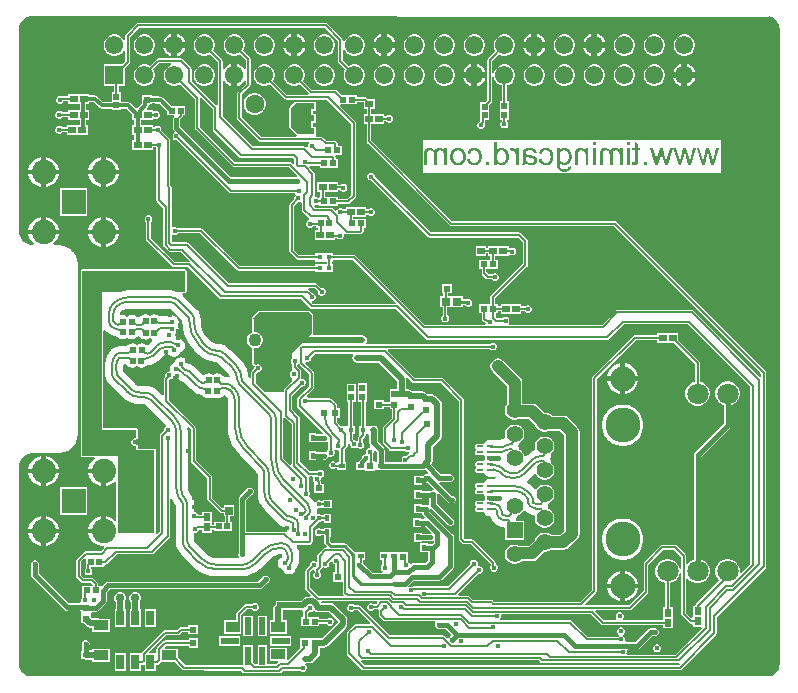
<source format=gbr>
G04*
G04 #@! TF.GenerationSoftware,Altium Limited,Altium Designer,24.1.2 (44)*
G04*
G04 Layer_Physical_Order=4*
G04 Layer_Color=16711680*
%FSLAX25Y25*%
%MOIN*%
G70*
G04*
G04 #@! TF.SameCoordinates,59DD8EBB-DCD7-4209-94D2-A0ED0100978B*
G04*
G04*
G04 #@! TF.FilePolarity,Positive*
G04*
G01*
G75*
%ADD13C,0.01000*%
%ADD15R,0.01968X0.02165*%
%ADD16R,0.02165X0.01968*%
%ADD24R,0.02126X0.02284*%
%ADD28R,0.05512X0.05512*%
%ADD29R,0.02237X0.02254*%
%ADD30R,0.01575X0.01968*%
%ADD31R,0.02288X0.02016*%
%ADD79R,0.06102X0.06102*%
%ADD80C,0.06102*%
%ADD89C,0.06299*%
%ADD90C,0.04331*%
%ADD92C,0.00600*%
%ADD93C,0.00500*%
%ADD94C,0.00500*%
%ADD96C,0.01500*%
%ADD97C,0.00727*%
%ADD98C,0.02000*%
%ADD99C,0.00800*%
%ADD101C,0.00550*%
%ADD102C,0.01800*%
%ADD103C,0.05512*%
%ADD104C,0.08268*%
%ADD105C,0.07087*%
%ADD106C,0.11614*%
%ADD107C,0.08071*%
%ADD108R,0.08071X0.08071*%
%ADD109C,0.15748*%
%ADD110C,0.25591*%
%ADD111C,0.01600*%
%ADD112C,0.03000*%
%ADD113R,0.02200X0.05900*%
%ADD114R,0.05900X0.02200*%
%ADD115R,0.04700X0.03500*%
%ADD116R,0.01968X0.01575*%
%ADD117R,0.02254X0.02237*%
%ADD118R,0.04921X0.03347*%
%ADD119R,0.02559X0.04921*%
%ADD120R,0.02756X0.02559*%
%ADD121R,0.01772X0.01772*%
%ADD122R,0.02362X0.02559*%
%ADD123R,0.02559X0.02362*%
%ADD124R,0.02559X0.02756*%
G04:AMPARAMS|DCode=125|XSize=7.87mil|YSize=22.24mil|CornerRadius=1.97mil|HoleSize=0mil|Usage=FLASHONLY|Rotation=90.000|XOffset=0mil|YOffset=0mil|HoleType=Round|Shape=RoundedRectangle|*
%AMROUNDEDRECTD125*
21,1,0.00787,0.01831,0,0,90.0*
21,1,0.00394,0.02224,0,0,90.0*
1,1,0.00394,0.00915,0.00197*
1,1,0.00394,0.00915,-0.00197*
1,1,0.00394,-0.00915,-0.00197*
1,1,0.00394,-0.00915,0.00197*
%
%ADD125ROUNDEDRECTD125*%
G04:AMPARAMS|DCode=126|XSize=15.75mil|YSize=22.24mil|CornerRadius=1.97mil|HoleSize=0mil|Usage=FLASHONLY|Rotation=90.000|XOffset=0mil|YOffset=0mil|HoleType=Round|Shape=RoundedRectangle|*
%AMROUNDEDRECTD126*
21,1,0.01575,0.01831,0,0,90.0*
21,1,0.01181,0.02224,0,0,90.0*
1,1,0.00394,0.00915,0.00591*
1,1,0.00394,0.00915,-0.00591*
1,1,0.00394,-0.00915,-0.00591*
1,1,0.00394,-0.00915,0.00591*
%
%ADD126ROUNDEDRECTD126*%
%ADD127R,0.01843X0.01860*%
%ADD128R,0.02165X0.02165*%
%ADD129C,0.00721*%
%ADD130C,0.04000*%
%ADD131C,0.01200*%
G36*
X222861Y-175774D02*
X223041Y-175738D01*
X223223Y-175719D01*
X223270Y-175694D01*
X223993Y-175909D01*
X224741Y-176303D01*
X225398Y-176836D01*
X225938Y-177486D01*
X226342Y-178229D01*
X226593Y-179037D01*
X226682Y-179878D01*
X226644Y-180299D01*
X226650Y-180354D01*
X226639Y-180409D01*
X226639Y-390990D01*
X226650Y-391045D01*
X226644Y-391100D01*
X226682Y-391522D01*
X226593Y-392364D01*
X226341Y-393173D01*
X225936Y-393917D01*
X225394Y-394567D01*
X224735Y-395099D01*
X223985Y-395493D01*
X223173Y-395733D01*
X222807Y-395766D01*
X-22988Y-395766D01*
X-23354Y-395733D01*
X-24166Y-395493D01*
X-24916Y-395099D01*
X-25575Y-394567D01*
X-26117Y-393917D01*
X-26522Y-393173D01*
X-26774Y-392364D01*
X-26863Y-391522D01*
X-26825Y-391100D01*
X-26831Y-391044D01*
X-26820Y-390989D01*
X-26853Y-325601D01*
Y-325178D01*
X-26687Y-324347D01*
X-26363Y-323565D01*
X-25893Y-322861D01*
X-25294Y-322262D01*
X-24590Y-321792D01*
X-23807Y-321467D01*
X-22977Y-321302D01*
X-13881D01*
X-13851Y-321296D01*
X-13821Y-321301D01*
X-13280Y-321274D01*
X-13192Y-321252D01*
X-13101D01*
X-12039Y-321041D01*
X-11928Y-320995D01*
X-11810Y-320971D01*
X-10809Y-320557D01*
X-10709Y-320490D01*
X-10598Y-320444D01*
X-9698Y-319842D01*
X-9612Y-319757D01*
X-9512Y-319690D01*
X-8747Y-318925D01*
X-8680Y-318825D01*
X-8595Y-318739D01*
X-7993Y-317839D01*
X-7947Y-317728D01*
X-7880Y-317628D01*
X-7466Y-316627D01*
X-7442Y-316509D01*
X-7396Y-316398D01*
X-7185Y-315336D01*
Y-315245D01*
X-7163Y-315157D01*
X-7136Y-314616D01*
X-7141Y-314586D01*
X-7135Y-314556D01*
X-7135Y-259055D01*
Y-258672D01*
X-7141Y-258642D01*
X-7136Y-258612D01*
X-7163Y-258071D01*
X-7185Y-257983D01*
Y-257892D01*
X-7396Y-256831D01*
X-7442Y-256719D01*
X-7466Y-256601D01*
X-7880Y-255601D01*
X-7947Y-255501D01*
X-7993Y-255389D01*
X-8595Y-254489D01*
X-8680Y-254404D01*
X-8747Y-254304D01*
X-9512Y-253538D01*
X-9612Y-253471D01*
X-9698Y-253386D01*
X-10598Y-252784D01*
X-10709Y-252738D01*
X-10809Y-252671D01*
X-11810Y-252257D01*
X-11928Y-252234D01*
X-12039Y-252187D01*
X-13101Y-251976D01*
X-13192D01*
X-13280Y-251954D01*
X-13821Y-251928D01*
X-13851Y-251932D01*
X-13881Y-251926D01*
X-15173Y-251926D01*
X-15380Y-251426D01*
X-14667Y-250713D01*
X-14004Y-249564D01*
X-13684Y-248371D01*
X-23708D01*
X-23388Y-249564D01*
X-22726Y-250713D01*
X-22012Y-251426D01*
X-22219Y-251926D01*
X-22977D01*
X-23808Y-251761D01*
X-24590Y-251437D01*
X-25294Y-250966D01*
X-25893Y-250367D01*
X-26363Y-249663D01*
X-26687Y-248881D01*
X-26845Y-248087D01*
X-26822Y-247701D01*
X-26827Y-247663D01*
X-26820Y-247627D01*
X-26820Y-180409D01*
X-26831Y-180354D01*
X-26825Y-180299D01*
X-26863Y-179877D01*
X-26774Y-179035D01*
X-26522Y-178226D01*
X-26117Y-177482D01*
X-25575Y-176832D01*
X-24916Y-176300D01*
X-24166Y-175906D01*
X-23354Y-175666D01*
X-22988Y-175633D01*
X222861Y-175774D01*
D02*
G37*
%LPC*%
G36*
X165909Y-181578D02*
Y-184297D01*
X168628D01*
X168498Y-183810D01*
X167991Y-182932D01*
X167274Y-182215D01*
X166396Y-181708D01*
X165909Y-181578D01*
D02*
G37*
G36*
X163909D02*
X163423Y-181708D01*
X162545Y-182215D01*
X161828Y-182932D01*
X161321Y-183810D01*
X161190Y-184297D01*
X163909D01*
Y-181578D01*
D02*
G37*
G36*
X145909D02*
Y-184297D01*
X148628D01*
X148498Y-183810D01*
X147991Y-182932D01*
X147274Y-182215D01*
X146396Y-181708D01*
X145909Y-181578D01*
D02*
G37*
G36*
X143909D02*
X143423Y-181708D01*
X142545Y-182215D01*
X141828Y-182932D01*
X141321Y-183810D01*
X141190Y-184297D01*
X143909D01*
Y-181578D01*
D02*
G37*
G36*
X95909D02*
Y-184297D01*
X98628D01*
X98498Y-183810D01*
X97991Y-182932D01*
X97274Y-182215D01*
X96396Y-181708D01*
X95909Y-181578D01*
D02*
G37*
G36*
X93909D02*
X93423Y-181708D01*
X92545Y-182215D01*
X91828Y-182932D01*
X91321Y-183810D01*
X91190Y-184297D01*
X93909D01*
Y-181578D01*
D02*
G37*
G36*
X65909D02*
Y-184297D01*
X68628D01*
X68498Y-183810D01*
X67991Y-182932D01*
X67274Y-182215D01*
X66396Y-181708D01*
X65909Y-181578D01*
D02*
G37*
G36*
X63909D02*
X63423Y-181708D01*
X62545Y-182215D01*
X61828Y-182932D01*
X61321Y-183810D01*
X61190Y-184297D01*
X63909D01*
Y-181578D01*
D02*
G37*
G36*
X25909D02*
Y-184297D01*
X28628D01*
X28498Y-183810D01*
X27991Y-182932D01*
X27274Y-182215D01*
X26396Y-181708D01*
X25909Y-181578D01*
D02*
G37*
G36*
X23909D02*
X23423Y-181708D01*
X22545Y-182215D01*
X21828Y-182932D01*
X21321Y-183810D01*
X21190Y-184297D01*
X23909D01*
Y-181578D01*
D02*
G37*
G36*
X195377Y-181746D02*
X194442D01*
X193539Y-181988D01*
X192729Y-182455D01*
X192068Y-183116D01*
X191600Y-183926D01*
X191358Y-184829D01*
Y-185764D01*
X191600Y-186667D01*
X192068Y-187477D01*
X192729Y-188138D01*
X193539Y-188606D01*
X194442Y-188848D01*
X195377D01*
X196280Y-188606D01*
X197090Y-188138D01*
X197751Y-187477D01*
X198219Y-186667D01*
X198460Y-185764D01*
Y-184829D01*
X198219Y-183926D01*
X197751Y-183116D01*
X197090Y-182455D01*
X196280Y-181988D01*
X195377Y-181746D01*
D02*
G37*
G36*
X185377D02*
X184442D01*
X183539Y-181988D01*
X182729Y-182455D01*
X182068Y-183116D01*
X181600Y-183926D01*
X181358Y-184829D01*
Y-185764D01*
X181600Y-186667D01*
X182068Y-187477D01*
X182729Y-188138D01*
X183539Y-188606D01*
X184442Y-188848D01*
X185377D01*
X186280Y-188606D01*
X187090Y-188138D01*
X187751Y-187477D01*
X188218Y-186667D01*
X188461Y-185764D01*
Y-184829D01*
X188218Y-183926D01*
X187751Y-183116D01*
X187090Y-182455D01*
X186280Y-181988D01*
X185377Y-181746D01*
D02*
G37*
G36*
X175377D02*
X174442D01*
X173539Y-181988D01*
X172729Y-182455D01*
X172068Y-183116D01*
X171600Y-183926D01*
X171358Y-184829D01*
Y-185764D01*
X171600Y-186667D01*
X172068Y-187477D01*
X172729Y-188138D01*
X173539Y-188606D01*
X174442Y-188848D01*
X175377D01*
X176280Y-188606D01*
X177090Y-188138D01*
X177751Y-187477D01*
X178218Y-186667D01*
X178461Y-185764D01*
Y-184829D01*
X178218Y-183926D01*
X177751Y-183116D01*
X177090Y-182455D01*
X176280Y-181988D01*
X175377Y-181746D01*
D02*
G37*
G36*
X155377D02*
X154442D01*
X153539Y-181988D01*
X152729Y-182455D01*
X152068Y-183116D01*
X151600Y-183926D01*
X151358Y-184829D01*
Y-185764D01*
X151600Y-186667D01*
X152068Y-187477D01*
X152729Y-188138D01*
X153539Y-188606D01*
X154442Y-188848D01*
X155377D01*
X156280Y-188606D01*
X157090Y-188138D01*
X157751Y-187477D01*
X158219Y-186667D01*
X158460Y-185764D01*
Y-184829D01*
X158219Y-183926D01*
X157751Y-183116D01*
X157090Y-182455D01*
X156280Y-181988D01*
X155377Y-181746D01*
D02*
G37*
G36*
X135377D02*
X134442D01*
X133539Y-181988D01*
X132729Y-182455D01*
X132068Y-183116D01*
X131600Y-183926D01*
X131358Y-184829D01*
Y-185764D01*
X131600Y-186667D01*
X131887Y-187165D01*
X129508Y-189545D01*
X129331Y-189809D01*
X129269Y-190121D01*
X129269Y-190121D01*
Y-203670D01*
X128742Y-204197D01*
X126927D01*
Y-207362D01*
Y-209337D01*
X126911Y-209416D01*
X126911Y-209416D01*
Y-210712D01*
X126807D01*
X126329Y-210910D01*
X125963Y-211276D01*
X125766Y-211754D01*
Y-212271D01*
X125963Y-212749D01*
X126329Y-213114D01*
X126807Y-213312D01*
X127324D01*
X127802Y-213114D01*
X128168Y-212749D01*
X128366Y-212271D01*
Y-211754D01*
X128317Y-211637D01*
X128481Y-211392D01*
X128543Y-211080D01*
X128543Y-211080D01*
Y-210315D01*
X129896D01*
Y-205350D01*
X130661Y-204584D01*
X130661Y-204584D01*
X130838Y-204320D01*
X130900Y-204008D01*
Y-195988D01*
X131400Y-195922D01*
X131600Y-196667D01*
X132068Y-197477D01*
X132729Y-198138D01*
X133539Y-198606D01*
X134094Y-198755D01*
Y-204062D01*
X133425D01*
Y-207227D01*
Y-210180D01*
X134094D01*
Y-210719D01*
X133807Y-211005D01*
X133609Y-211483D01*
Y-212000D01*
X133807Y-212478D01*
X134173Y-212844D01*
X134651Y-213042D01*
X135168D01*
X135646Y-212844D01*
X136011Y-212478D01*
X136209Y-212000D01*
Y-211483D01*
X136011Y-211005D01*
X135725Y-210719D01*
Y-210180D01*
X136394D01*
Y-207227D01*
Y-204062D01*
X135725D01*
Y-198755D01*
X136280Y-198606D01*
X137090Y-198138D01*
X137751Y-197477D01*
X138218Y-196667D01*
X138461Y-195764D01*
Y-194829D01*
X138218Y-193926D01*
X137751Y-193116D01*
X137090Y-192455D01*
X136280Y-191988D01*
X135377Y-191745D01*
X134442D01*
X133539Y-191988D01*
X132729Y-192455D01*
X132068Y-193116D01*
X131600Y-193926D01*
X131400Y-194672D01*
X130900Y-194606D01*
Y-190459D01*
X133041Y-188319D01*
X133539Y-188606D01*
X134442Y-188848D01*
X135377D01*
X136280Y-188606D01*
X137090Y-188138D01*
X137751Y-187477D01*
X138218Y-186667D01*
X138461Y-185764D01*
Y-184829D01*
X138218Y-183926D01*
X137751Y-183116D01*
X137090Y-182455D01*
X136280Y-181988D01*
X135377Y-181746D01*
D02*
G37*
G36*
X125377D02*
X124442D01*
X123539Y-181988D01*
X122729Y-182455D01*
X122068Y-183116D01*
X121600Y-183926D01*
X121358Y-184829D01*
Y-185764D01*
X121600Y-186667D01*
X122068Y-187477D01*
X122729Y-188138D01*
X123539Y-188606D01*
X124442Y-188848D01*
X125377D01*
X126280Y-188606D01*
X127090Y-188138D01*
X127751Y-187477D01*
X128218Y-186667D01*
X128461Y-185764D01*
Y-184829D01*
X128218Y-183926D01*
X127751Y-183116D01*
X127090Y-182455D01*
X126280Y-181988D01*
X125377Y-181746D01*
D02*
G37*
G36*
X115377D02*
X114442D01*
X113539Y-181988D01*
X112729Y-182455D01*
X112068Y-183116D01*
X111600Y-183926D01*
X111358Y-184829D01*
Y-185764D01*
X111600Y-186667D01*
X112068Y-187477D01*
X112729Y-188138D01*
X113539Y-188606D01*
X114442Y-188848D01*
X115377D01*
X116280Y-188606D01*
X117090Y-188138D01*
X117751Y-187477D01*
X118219Y-186667D01*
X118461Y-185764D01*
Y-184829D01*
X118219Y-183926D01*
X117751Y-183116D01*
X117090Y-182455D01*
X116280Y-181988D01*
X115377Y-181746D01*
D02*
G37*
G36*
X105377D02*
X104442D01*
X103539Y-181988D01*
X102729Y-182455D01*
X102068Y-183116D01*
X101600Y-183926D01*
X101358Y-184829D01*
Y-185764D01*
X101600Y-186667D01*
X102068Y-187477D01*
X102729Y-188138D01*
X103539Y-188606D01*
X104442Y-188848D01*
X105377D01*
X106280Y-188606D01*
X107090Y-188138D01*
X107751Y-187477D01*
X108219Y-186667D01*
X108460Y-185764D01*
Y-184829D01*
X108219Y-183926D01*
X107751Y-183116D01*
X107090Y-182455D01*
X106280Y-181988D01*
X105377Y-181746D01*
D02*
G37*
G36*
X75489Y-177925D02*
X75489Y-177925D01*
X12693D01*
X12381Y-177987D01*
X12116Y-178163D01*
X12116Y-178163D01*
X8722Y-181557D01*
X8546Y-181822D01*
X8483Y-182134D01*
X8483Y-182134D01*
Y-183385D01*
X7983Y-183519D01*
X7751Y-183116D01*
X7090Y-182455D01*
X6280Y-181988D01*
X5377Y-181746D01*
X4442D01*
X3539Y-181988D01*
X2729Y-182455D01*
X2068Y-183116D01*
X1600Y-183926D01*
X1358Y-184829D01*
Y-185764D01*
X1600Y-186667D01*
X2068Y-187477D01*
X2729Y-188138D01*
X3539Y-188606D01*
X4442Y-188848D01*
X5377D01*
X6280Y-188606D01*
X7090Y-188138D01*
X7751Y-187477D01*
X7983Y-187075D01*
X8483Y-187208D01*
Y-190569D01*
X7307Y-191745D01*
X1358D01*
Y-198848D01*
X4754D01*
Y-200858D01*
X4085D01*
Y-204272D01*
X1197D01*
X-718Y-202357D01*
X-1082Y-202113D01*
X-1511Y-202028D01*
X-1511Y-202028D01*
X-3576D01*
Y-201468D01*
X-10481D01*
Y-202334D01*
X-12622D01*
X-12622Y-202334D01*
X-12703Y-202350D01*
X-13008Y-202224D01*
X-13525D01*
X-14003Y-202421D01*
X-14369Y-202787D01*
X-14567Y-203265D01*
Y-203782D01*
X-14369Y-204260D01*
X-14003Y-204626D01*
X-13525Y-204824D01*
X-13008D01*
X-12530Y-204626D01*
X-12164Y-204260D01*
X-12042Y-203965D01*
X-10481D01*
Y-204831D01*
X-6674D01*
Y-206842D01*
X-10481D01*
Y-207708D01*
X-12390D01*
X-12676Y-207421D01*
X-13154Y-207224D01*
X-13671D01*
X-14149Y-207421D01*
X-14515Y-207787D01*
X-14713Y-208265D01*
Y-208782D01*
X-14515Y-209260D01*
X-14149Y-209626D01*
X-13671Y-209824D01*
X-13154D01*
X-12676Y-209626D01*
X-12390Y-209339D01*
X-10481D01*
Y-210205D01*
X-6674D01*
Y-211775D01*
X-10875D01*
Y-212708D01*
X-12390D01*
X-12676Y-212421D01*
X-13154Y-212224D01*
X-13671D01*
X-14149Y-212421D01*
X-14515Y-212787D01*
X-14713Y-213265D01*
Y-213782D01*
X-14515Y-214260D01*
X-14149Y-214626D01*
X-13671Y-214824D01*
X-13154D01*
X-12676Y-214626D01*
X-12390Y-214339D01*
X-10875D01*
Y-215138D01*
X-3970D01*
Y-211775D01*
X-4431D01*
Y-210205D01*
X-3576D01*
Y-206842D01*
X-4431D01*
Y-204831D01*
X-3576D01*
Y-204271D01*
X-1976D01*
X-60Y-206187D01*
X-60Y-206187D01*
X304Y-206430D01*
X733Y-206515D01*
X4085D01*
Y-206976D01*
X7054D01*
Y-206515D01*
X8963D01*
X10877Y-208429D01*
Y-210205D01*
X11535D01*
Y-211842D01*
X10877D01*
Y-215205D01*
X11535D01*
Y-216843D01*
X10877D01*
Y-220205D01*
X17782D01*
Y-219339D01*
X18749D01*
X18956Y-219546D01*
Y-237100D01*
X18956Y-237100D01*
X19018Y-237412D01*
X19195Y-237677D01*
X21189Y-239670D01*
Y-251916D01*
X21189Y-251916D01*
X21251Y-252228D01*
X21428Y-252493D01*
X23002Y-254067D01*
X23267Y-254244D01*
X23579Y-254306D01*
X23579Y-254306D01*
X27250D01*
X30117Y-257174D01*
X29871Y-257634D01*
X29804Y-257621D01*
X29804Y-257621D01*
X25107D01*
X17101Y-249615D01*
Y-244302D01*
X17387Y-244016D01*
X17585Y-243538D01*
Y-243021D01*
X17387Y-242543D01*
X17021Y-242177D01*
X16544Y-241979D01*
X16026D01*
X15549Y-242177D01*
X15183Y-242543D01*
X14985Y-243021D01*
Y-243538D01*
X15183Y-244016D01*
X15469Y-244302D01*
Y-249952D01*
X15469Y-249953D01*
X15531Y-250265D01*
X15708Y-250529D01*
X24193Y-259014D01*
X24193Y-259014D01*
X24457Y-259191D01*
X24769Y-259253D01*
X24769Y-259253D01*
X29466D01*
X39858Y-269645D01*
X40123Y-269821D01*
X40435Y-269883D01*
X40435Y-269883D01*
X67082D01*
X70210Y-273011D01*
X70475Y-273188D01*
X70787Y-273250D01*
X70787Y-273250D01*
X98883D01*
X108948Y-283314D01*
X108948Y-283314D01*
X109213Y-283491D01*
X109525Y-283553D01*
X169146D01*
X169146Y-283553D01*
X169458Y-283491D01*
X169723Y-283314D01*
X174663Y-278375D01*
X196119D01*
X216901Y-299157D01*
Y-358414D01*
X213793Y-361522D01*
X213345Y-361263D01*
X213368Y-361174D01*
Y-360109D01*
X213093Y-359081D01*
X212561Y-358159D01*
X211808Y-357406D01*
X210886Y-356874D01*
X209857Y-356598D01*
X208793D01*
X207764Y-356874D01*
X206842Y-357406D01*
X206090Y-358159D01*
X205557Y-359081D01*
X205282Y-360109D01*
Y-361174D01*
X205557Y-362202D01*
X206090Y-363124D01*
X206623Y-363657D01*
X198748Y-371531D01*
X198572Y-371796D01*
X198509Y-372108D01*
X198066Y-372276D01*
X197644D01*
Y-375945D01*
X197144Y-376152D01*
X195451Y-374460D01*
Y-363019D01*
X195951Y-362885D01*
X196090Y-363124D01*
X196843Y-363877D01*
X197764Y-364409D01*
X198793Y-364685D01*
X199857D01*
X200886Y-364409D01*
X201808Y-363877D01*
X202560Y-363124D01*
X203093Y-362202D01*
X203368Y-361174D01*
Y-360109D01*
X203093Y-359081D01*
X202560Y-358159D01*
X201808Y-357406D01*
X200886Y-356874D01*
X200600Y-356797D01*
Y-322453D01*
X210226Y-312826D01*
X210503Y-312413D01*
X210600Y-311925D01*
Y-305286D01*
X210886Y-305209D01*
X211808Y-304677D01*
X212561Y-303924D01*
X213093Y-303002D01*
X213368Y-301974D01*
Y-300909D01*
X213093Y-299881D01*
X212561Y-298959D01*
X211808Y-298206D01*
X210886Y-297674D01*
X209857Y-297398D01*
X208793D01*
X207764Y-297674D01*
X206842Y-298206D01*
X206090Y-298959D01*
X205557Y-299881D01*
X205282Y-300909D01*
Y-301974D01*
X205557Y-303002D01*
X206090Y-303924D01*
X206842Y-304677D01*
X207764Y-305209D01*
X208051Y-305286D01*
Y-311397D01*
X198424Y-321024D01*
X198148Y-321437D01*
X198051Y-321925D01*
Y-356797D01*
X197764Y-356874D01*
X196843Y-357406D01*
X196090Y-358159D01*
X195951Y-358398D01*
X195451Y-358264D01*
Y-355444D01*
X195452Y-355444D01*
X195389Y-355131D01*
X195213Y-354867D01*
X195213Y-354867D01*
X192407Y-352062D01*
X192143Y-351885D01*
X191831Y-351823D01*
X191831Y-351823D01*
X187615D01*
X187615Y-351823D01*
X187302Y-351885D01*
X187038Y-352062D01*
X181561Y-357538D01*
X181384Y-357803D01*
X181322Y-358115D01*
X181322Y-358115D01*
Y-367130D01*
X176459Y-371994D01*
X161877D01*
X161686Y-371532D01*
X165421Y-367797D01*
X165421Y-367797D01*
X165597Y-367532D01*
X165660Y-367220D01*
Y-296712D01*
X178697Y-283674D01*
X185872D01*
Y-284540D01*
X191526D01*
X198509Y-291523D01*
Y-297474D01*
X197764Y-297674D01*
X196843Y-298206D01*
X196090Y-298959D01*
X195557Y-299881D01*
X195282Y-300909D01*
Y-301974D01*
X195557Y-303002D01*
X196090Y-303924D01*
X196843Y-304677D01*
X197764Y-305209D01*
X198793Y-305485D01*
X199857D01*
X200886Y-305209D01*
X201808Y-304677D01*
X202560Y-303924D01*
X203093Y-303002D01*
X203368Y-301974D01*
Y-300909D01*
X203093Y-299881D01*
X202560Y-298959D01*
X201808Y-298206D01*
X200886Y-297674D01*
X200141Y-297474D01*
Y-291185D01*
X200141Y-291185D01*
X200079Y-290873D01*
X199902Y-290609D01*
X199902Y-290609D01*
X192778Y-283485D01*
Y-281178D01*
X185872D01*
Y-282043D01*
X178359D01*
X178047Y-282105D01*
X177782Y-282282D01*
X177782Y-282282D01*
X164267Y-295797D01*
X164090Y-296062D01*
X164028Y-296374D01*
X164028Y-296374D01*
Y-366882D01*
X160118Y-370792D01*
X131574D01*
X131269Y-370487D01*
X131004Y-370310D01*
X130692Y-370248D01*
X130692Y-370248D01*
X124526D01*
X123451Y-369173D01*
X123187Y-368996D01*
X122875Y-368934D01*
X122875Y-368934D01*
X119793D01*
X119586Y-368434D01*
X126503Y-361517D01*
X126816D01*
X127294Y-361319D01*
X127660Y-360953D01*
X127858Y-360475D01*
Y-359958D01*
X127660Y-359480D01*
X127294Y-359115D01*
X126816Y-358917D01*
X126299D01*
X125958Y-358517D01*
X126018Y-358373D01*
Y-357856D01*
X125820Y-357379D01*
X125454Y-357013D01*
X124976Y-356815D01*
X124459D01*
X123981Y-357013D01*
X123616Y-357379D01*
X123418Y-357856D01*
Y-358253D01*
X116065Y-365606D01*
X104736D01*
X104399Y-365673D01*
X104186Y-365816D01*
X104146Y-365799D01*
X103629D01*
X103151Y-365997D01*
X102801Y-365642D01*
X103072Y-365371D01*
X104589Y-363854D01*
X113241D01*
X113729Y-363757D01*
X114142Y-363481D01*
X117817Y-359806D01*
X118094Y-359392D01*
X118191Y-358905D01*
Y-349711D01*
X118216Y-349649D01*
Y-349132D01*
X118018Y-348654D01*
X117652Y-348288D01*
X117591Y-348263D01*
X109962Y-340634D01*
Y-340163D01*
X109987Y-340101D01*
Y-339815D01*
X110487Y-339608D01*
X115788Y-344909D01*
X115814Y-344971D01*
X116180Y-345337D01*
X116657Y-345535D01*
X117175D01*
X117652Y-345337D01*
X118018Y-344971D01*
X118216Y-344493D01*
Y-343976D01*
X118018Y-343498D01*
X117652Y-343132D01*
X117591Y-343107D01*
X112459Y-337976D01*
Y-335332D01*
X112485Y-335270D01*
Y-334960D01*
X112984Y-334752D01*
X115906Y-337674D01*
X116320Y-337950D01*
X116807Y-338047D01*
X117040D01*
X117148Y-338092D01*
X117665D01*
X118143Y-337894D01*
X118509Y-337528D01*
X118706Y-337050D01*
Y-336533D01*
X118509Y-336055D01*
X118143Y-335690D01*
X117665Y-335492D01*
X117329D01*
X113282Y-331445D01*
X113489Y-330945D01*
X116419D01*
X116480Y-330971D01*
X116997D01*
X117475Y-330773D01*
X117841Y-330407D01*
X118039Y-329929D01*
Y-329412D01*
X117841Y-328934D01*
X117475Y-328569D01*
X116997Y-328371D01*
X116480D01*
X116419Y-328396D01*
X113778D01*
X110556Y-325174D01*
Y-325127D01*
X110888Y-324631D01*
X111004Y-324046D01*
Y-319231D01*
X113685Y-316550D01*
X114016Y-316054D01*
X114133Y-315468D01*
Y-313231D01*
X114222D01*
Y-309977D01*
X114133D01*
Y-305028D01*
X114016Y-304443D01*
X113685Y-303947D01*
X111905Y-302167D01*
X111409Y-301835D01*
X110823Y-301719D01*
X110314D01*
Y-301630D01*
X109223D01*
X108730Y-301136D01*
X108233Y-300805D01*
X107648Y-300688D01*
X105317D01*
Y-300599D01*
X104235D01*
X104110Y-300475D01*
X103614Y-300143D01*
X103029Y-300027D01*
X102180D01*
Y-296496D01*
X102131Y-296253D01*
X102592Y-296007D01*
X104229Y-297645D01*
X104230Y-297645D01*
X104494Y-297821D01*
X104806Y-297884D01*
X113779D01*
X119764Y-303868D01*
Y-350035D01*
X119764Y-350035D01*
X119826Y-350347D01*
X120002Y-350612D01*
X120834Y-351443D01*
X121099Y-351620D01*
X121411Y-351682D01*
X121411Y-351682D01*
X123919D01*
X130391Y-358154D01*
Y-358672D01*
X130296Y-358767D01*
X130098Y-359244D01*
Y-359762D01*
X130296Y-360239D01*
X130661Y-360605D01*
X131139Y-360803D01*
X131656D01*
X132134Y-360605D01*
X132500Y-360239D01*
X132698Y-359762D01*
Y-359244D01*
X132500Y-358767D01*
X132134Y-358401D01*
X132022Y-358354D01*
Y-357817D01*
X131960Y-357504D01*
X131783Y-357240D01*
X131783Y-357240D01*
X124833Y-350290D01*
X124569Y-350113D01*
X124257Y-350051D01*
X124257Y-350051D01*
X121749D01*
X121395Y-349697D01*
Y-303530D01*
X121395Y-303530D01*
X121333Y-303218D01*
X121156Y-302953D01*
X121156Y-302953D01*
X114694Y-296491D01*
X114429Y-296314D01*
X114117Y-296252D01*
X114117Y-296252D01*
X105144D01*
X96007Y-287115D01*
X96214Y-286615D01*
X130116D01*
X130403Y-286901D01*
X130881Y-287099D01*
X131398D01*
X131876Y-286901D01*
X132241Y-286535D01*
X132439Y-286058D01*
Y-285540D01*
X132241Y-285063D01*
X131876Y-284697D01*
X131398Y-284499D01*
X130881D01*
X130403Y-284697D01*
X130116Y-284983D01*
X89086D01*
X88818Y-284483D01*
X88985Y-284234D01*
X89101Y-283648D01*
X88985Y-283063D01*
X88653Y-282567D01*
X88639Y-282552D01*
X88142Y-282221D01*
X87557Y-282104D01*
X71535D01*
X71157Y-281810D01*
Y-281510D01*
X71269Y-281240D01*
X71269Y-281240D01*
Y-275357D01*
X71269Y-275357D01*
X71227Y-275257D01*
Y-274857D01*
X70993D01*
X70135Y-273999D01*
X69752Y-273841D01*
X69752Y-273841D01*
X53139D01*
X53139Y-273841D01*
X52756Y-273999D01*
X50849Y-275906D01*
X50724Y-276209D01*
X50691Y-276289D01*
X50849Y-276671D01*
X50849Y-276671D01*
X50957Y-276779D01*
Y-280968D01*
X50898Y-281087D01*
X50665Y-281150D01*
X50057Y-281501D01*
X49561Y-281997D01*
X49210Y-282605D01*
X49028Y-283283D01*
Y-283984D01*
X49210Y-284662D01*
X49561Y-285270D01*
X50057Y-285766D01*
X50665Y-286117D01*
X50898Y-286180D01*
X50957Y-286299D01*
Y-291693D01*
X50998Y-291792D01*
Y-291900D01*
X51074Y-291976D01*
X51116Y-292075D01*
X51215Y-292117D01*
X51291Y-292193D01*
X51663Y-292347D01*
X51545Y-292634D01*
Y-293039D01*
X50716Y-293867D01*
X50539Y-294132D01*
X50477Y-294444D01*
X50477Y-294444D01*
Y-296178D01*
X50015Y-296370D01*
X49594Y-295948D01*
X49487Y-294866D01*
X48971Y-293164D01*
X48132Y-291595D01*
X47008Y-290226D01*
X47005Y-290221D01*
X47004Y-290221D01*
X47004Y-290220D01*
X43636Y-286852D01*
X43546Y-286792D01*
X42576Y-285996D01*
X41375Y-285353D01*
X40071Y-284958D01*
X38822Y-284835D01*
X38716Y-284814D01*
X38708D01*
X38644Y-284827D01*
X38080Y-284715D01*
X37602Y-284395D01*
X37565Y-284341D01*
X35911Y-282687D01*
X35822Y-282627D01*
X34927Y-281536D01*
X34212Y-280199D01*
X33772Y-278747D01*
X33633Y-277343D01*
X33654Y-277238D01*
Y-276152D01*
X33620Y-275978D01*
X33514Y-275174D01*
X33136Y-274262D01*
X32643Y-273619D01*
X32544Y-273471D01*
X27923Y-268851D01*
X27801Y-268769D01*
X27529Y-268546D01*
X27708Y-268045D01*
X28488D01*
X28664Y-267972D01*
X28845Y-267911D01*
X28854Y-267894D01*
X28871Y-267887D01*
X28944Y-267710D01*
X29028Y-267539D01*
X29091Y-266555D01*
X29085Y-266537D01*
X29092Y-266520D01*
Y-260519D01*
X28934Y-260136D01*
X28551Y-259977D01*
X-5749D01*
X-6132Y-260136D01*
X-6290Y-260519D01*
Y-322157D01*
X-6132Y-322540D01*
X-5749Y-322699D01*
X-1782D01*
X-1652Y-323182D01*
X-1788Y-323260D01*
X-2726Y-324197D01*
X-3388Y-325346D01*
X-3708Y-326539D01*
X1304D01*
Y-327289D01*
X2054D01*
Y-332301D01*
X3247Y-331981D01*
X4396Y-331319D01*
X4987Y-330728D01*
X5487Y-330935D01*
Y-343644D01*
X4987Y-343851D01*
X4396Y-343260D01*
X3247Y-342597D01*
X2054Y-342277D01*
Y-347289D01*
X1304D01*
Y-348039D01*
X-3708D01*
X-3388Y-349233D01*
X-2726Y-350381D01*
X-1788Y-351319D01*
X-640Y-351981D01*
X641Y-352325D01*
X1372D01*
X1579Y-352825D01*
X394Y-354010D01*
X-4669D01*
X-4981Y-354072D01*
X-5246Y-354248D01*
X-5246Y-354248D01*
X-7556Y-356559D01*
X-7733Y-356824D01*
X-7795Y-357136D01*
X-7795Y-357136D01*
Y-362263D01*
X-7795Y-362263D01*
X-7733Y-362575D01*
X-7556Y-362840D01*
X-6121Y-364275D01*
X-6121Y-364275D01*
X-5856Y-364452D01*
X-5544Y-364514D01*
X-5544Y-364514D01*
X-2916D01*
X-2315Y-365115D01*
X-2522Y-365615D01*
X-5791D01*
Y-368583D01*
X-5714D01*
Y-369205D01*
X-6000Y-369491D01*
X-6198Y-369969D01*
Y-370486D01*
X-6111Y-370697D01*
X-6420Y-371197D01*
X-10407D01*
X-20275Y-361329D01*
Y-358539D01*
X-20250Y-358477D01*
Y-357960D01*
X-20448Y-357482D01*
X-20813Y-357117D01*
X-21291Y-356919D01*
X-21808D01*
X-22286Y-357117D01*
X-22652Y-357482D01*
X-22850Y-357960D01*
Y-358477D01*
X-22824Y-358539D01*
Y-361857D01*
X-22727Y-362345D01*
X-22451Y-362758D01*
X-12063Y-373146D01*
X-12037Y-373208D01*
X-11672Y-373574D01*
X-11194Y-373772D01*
X-10677D01*
X-10615Y-373746D01*
X-6641D01*
X-6288Y-374100D01*
X-6288Y-374831D01*
X-6288Y-375008D01*
Y-378068D01*
X-5197D01*
X-4241Y-379024D01*
X-3745Y-379355D01*
X-3159Y-379472D01*
X-2384D01*
Y-380789D01*
X3538D01*
Y-376443D01*
X52D01*
X-96Y-376413D01*
X-2526D01*
X-3034Y-375905D01*
Y-375008D01*
X-3034Y-374831D01*
Y-374517D01*
X-2680Y-374164D01*
X-1358D01*
X-870Y-374067D01*
X-457Y-373791D01*
X1979Y-371355D01*
X2255Y-370942D01*
X2352Y-370454D01*
Y-367679D01*
X3367Y-366665D01*
X53389D01*
X53877Y-366567D01*
X54290Y-366291D01*
X56037Y-364545D01*
X56099Y-364519D01*
X56464Y-364153D01*
X56662Y-363675D01*
Y-363158D01*
X56464Y-362681D01*
X56099Y-362315D01*
X55621Y-362117D01*
X55104D01*
X54626Y-362315D01*
X54260Y-362681D01*
X54235Y-362742D01*
X52861Y-364116D01*
X2839D01*
X2351Y-364212D01*
X1938Y-364489D01*
X670Y-365757D01*
X327Y-365615D01*
Y-365615D01*
X-440D01*
Y-365021D01*
X-440Y-365021D01*
X-502Y-364709D01*
X-679Y-364445D01*
X-2002Y-363121D01*
X-2266Y-362945D01*
X-2578Y-362882D01*
X-2578Y-362882D01*
X-5206D01*
X-6164Y-361925D01*
Y-357474D01*
X-5109Y-356418D01*
X-4609Y-356626D01*
Y-359122D01*
X-4535D01*
Y-359716D01*
X-4822Y-360002D01*
X-5020Y-360480D01*
Y-360997D01*
X-4822Y-361475D01*
X-4456Y-361840D01*
X-3978Y-362038D01*
X-3461D01*
X-2983Y-361840D01*
X-2618Y-361475D01*
X-2420Y-360997D01*
Y-360480D01*
X-2618Y-360002D01*
X-2904Y-359716D01*
Y-359122D01*
X1509D01*
Y-358773D01*
X1863Y-358454D01*
X2176Y-358392D01*
X2440Y-358215D01*
X5725Y-354930D01*
X17526D01*
X17526Y-354930D01*
X17839Y-354868D01*
X18103Y-354691D01*
X23324Y-349471D01*
X23324Y-349471D01*
X23500Y-349206D01*
X23562Y-348894D01*
Y-336722D01*
X24062Y-336597D01*
X24776Y-337931D01*
X25389Y-338679D01*
Y-350642D01*
X25417Y-350783D01*
X25523Y-351855D01*
X25876Y-353021D01*
X26451Y-354095D01*
X27134Y-354927D01*
X27214Y-355047D01*
X31260Y-359094D01*
X31260Y-359094D01*
X31261Y-359094D01*
X31328Y-359139D01*
X32601Y-360226D01*
X34096Y-361142D01*
X35717Y-361813D01*
X37422Y-362223D01*
X39090Y-362354D01*
X39170Y-362370D01*
Y-362370D01*
X39170Y-362370D01*
X47331D01*
X47359Y-362365D01*
X49001Y-362203D01*
X50607Y-361716D01*
X52087Y-360925D01*
X53362Y-359878D01*
X53387Y-359862D01*
X56107Y-357142D01*
X56454Y-356794D01*
X56817Y-356462D01*
X57610Y-355854D01*
X58991Y-355281D01*
X59883Y-355164D01*
X59940Y-355178D01*
X60335Y-355571D01*
X60335Y-355744D01*
X60320Y-356084D01*
X60032Y-356344D01*
X59980Y-356422D01*
X59535Y-357088D01*
X59360Y-357966D01*
X59535Y-358844D01*
X60032Y-359589D01*
X60777Y-360086D01*
X60980Y-360126D01*
X61020Y-360329D01*
X61517Y-361073D01*
X62261Y-361571D01*
X63139Y-361745D01*
X64017Y-361571D01*
X64762Y-361073D01*
X64749Y-361060D01*
X65224Y-360440D01*
X65523Y-359718D01*
X65544Y-359563D01*
X65872Y-359135D01*
X66303Y-358096D01*
X66435Y-357088D01*
X66457Y-356981D01*
Y-355274D01*
X66430Y-355141D01*
X66321Y-354028D01*
X65957Y-352829D01*
X65666Y-352284D01*
X65923Y-351855D01*
X69838D01*
X69838Y-351855D01*
X70150Y-351793D01*
X70415Y-351617D01*
X70766Y-351265D01*
X70766Y-351265D01*
X70943Y-351000D01*
X71005Y-350688D01*
X71005Y-350688D01*
Y-346422D01*
X73138Y-344288D01*
X73473D01*
X73951Y-344091D01*
X74133Y-343908D01*
X74647D01*
Y-344477D01*
X77222D01*
Y-341508D01*
X74647D01*
Y-342073D01*
X74137D01*
X73951Y-341886D01*
X73473Y-341688D01*
X72956D01*
X72865Y-341726D01*
X72761Y-341686D01*
X72426Y-341367D01*
X72509Y-340742D01*
X72543Y-340568D01*
Y-340560D01*
X72546D01*
X72460Y-339906D01*
X72918Y-339554D01*
X72952Y-339568D01*
X73469D01*
X73947Y-339370D01*
X74004Y-339313D01*
X74504Y-339492D01*
Y-339698D01*
X77347D01*
Y-336838D01*
X74504D01*
Y-337044D01*
X74004Y-337224D01*
X73947Y-337166D01*
X73469Y-336968D01*
X72952D01*
X72474Y-337166D01*
X72173Y-337467D01*
X71890Y-337523D01*
X71576Y-337510D01*
X70939Y-336679D01*
X70937Y-336681D01*
X69886Y-335630D01*
X69939Y-335577D01*
X70137Y-335099D01*
Y-334582D01*
X69939Y-334104D01*
X69653Y-333817D01*
Y-329521D01*
X69653Y-329521D01*
X69649Y-329504D01*
X70009Y-329016D01*
X70022Y-329011D01*
X70761D01*
X71095Y-329510D01*
X71040Y-329643D01*
Y-330161D01*
X71238Y-330638D01*
X71563Y-330964D01*
X71542Y-331151D01*
X71410Y-331464D01*
X71409D01*
Y-334717D01*
X74646D01*
Y-331464D01*
X73843D01*
Y-330860D01*
X73781Y-330548D01*
X73604Y-330283D01*
X73604Y-330283D01*
X73594Y-330273D01*
X73640Y-330161D01*
Y-329643D01*
X73739Y-329495D01*
X73822D01*
X74299Y-329297D01*
X74665Y-328931D01*
X74863Y-328453D01*
Y-327936D01*
X74665Y-327458D01*
X74299Y-327093D01*
X73822Y-326895D01*
X73304D01*
X72827Y-327093D01*
X72540Y-327379D01*
X70003D01*
X66732Y-324108D01*
Y-309588D01*
X66670Y-309276D01*
X66493Y-309012D01*
X66493Y-309012D01*
X64201Y-306720D01*
Y-302152D01*
X67221Y-299132D01*
X67627D01*
X68104Y-298934D01*
X68470Y-298568D01*
X68668Y-298090D01*
Y-297573D01*
X68470Y-297095D01*
X68104Y-296729D01*
X67627Y-296532D01*
X67559D01*
X67115Y-296202D01*
X67115Y-296202D01*
Y-294042D01*
X67053Y-293730D01*
X66876Y-293465D01*
X66876Y-293465D01*
X65801Y-292391D01*
Y-291870D01*
X66053Y-291653D01*
X66638Y-291742D01*
X66678Y-291801D01*
X69826Y-294950D01*
Y-299105D01*
X66123Y-302809D01*
X65946Y-303074D01*
X65884Y-303386D01*
X65884Y-303386D01*
Y-305634D01*
X65884Y-305634D01*
X65946Y-305946D01*
X66123Y-306211D01*
X74381Y-314470D01*
X74174Y-314970D01*
X72289D01*
Y-314760D01*
X69715D01*
Y-317728D01*
X72289D01*
Y-317519D01*
X74637D01*
X74698Y-317544D01*
X75215D01*
X75693Y-317346D01*
X75701Y-317338D01*
X76201Y-317545D01*
Y-320150D01*
X75915Y-320437D01*
X75821Y-320664D01*
X75653Y-320915D01*
X75217Y-320914D01*
X75080Y-320857D01*
X74563D01*
X74502Y-320883D01*
X72289D01*
Y-320673D01*
X69714D01*
Y-323642D01*
X72289D01*
Y-323432D01*
X74502D01*
X74563Y-323457D01*
X75080D01*
X75558Y-323259D01*
X75924Y-322894D01*
X76018Y-322666D01*
X76186Y-322416D01*
X76622Y-322416D01*
X76759Y-322473D01*
X77276D01*
X77754Y-322275D01*
X78119Y-321910D01*
X78317Y-321432D01*
Y-320915D01*
X78119Y-320437D01*
X78113Y-320430D01*
X78133Y-320349D01*
X78291Y-320264D01*
X78700Y-320146D01*
X79070Y-320299D01*
X79587D01*
X79877Y-320492D01*
Y-324284D01*
X79273D01*
Y-324284D01*
X78773Y-324442D01*
X78550Y-324219D01*
X78072Y-324021D01*
X77555D01*
X77077Y-324219D01*
X76712Y-324585D01*
X76514Y-325063D01*
Y-325580D01*
X76712Y-326058D01*
X77077Y-326423D01*
X77555Y-326621D01*
X78072D01*
X78550Y-326423D01*
X78647Y-326327D01*
X79273D01*
Y-326859D01*
X82241D01*
Y-324284D01*
X81638D01*
Y-320287D01*
X82509Y-319415D01*
X82509Y-319415D01*
X82700Y-319130D01*
X82767Y-318793D01*
X82767Y-318793D01*
Y-318275D01*
X83126Y-318045D01*
X83263Y-318020D01*
X83513Y-318231D01*
Y-318636D01*
X83710Y-319114D01*
X84076Y-319480D01*
X84554Y-319677D01*
X85071D01*
X85549Y-319480D01*
X86117Y-319618D01*
X86168Y-319668D01*
X86646Y-319866D01*
X87163D01*
X87640Y-319668D01*
X88006Y-319303D01*
X88204Y-318825D01*
Y-318308D01*
X88006Y-317830D01*
X87720Y-317544D01*
Y-316731D01*
X88445Y-316006D01*
X88445Y-316006D01*
X88621Y-315741D01*
X88683Y-315429D01*
Y-315029D01*
X89254D01*
Y-315029D01*
X89358D01*
X89858Y-315435D01*
Y-317960D01*
X89974Y-318545D01*
X90261Y-318975D01*
X90185Y-319249D01*
X90054Y-319475D01*
X89859D01*
X89381Y-319673D01*
X89015Y-320039D01*
X88817Y-320516D01*
Y-321034D01*
X88895Y-321221D01*
X88572Y-321721D01*
X88454D01*
X87976Y-321919D01*
X87611Y-322285D01*
X87413Y-322763D01*
Y-322843D01*
X86647Y-323608D01*
X86404Y-323972D01*
X86342Y-324284D01*
X85572D01*
Y-326859D01*
X88541D01*
X88722Y-327253D01*
X91690D01*
Y-324087D01*
X91256D01*
Y-321422D01*
X91417Y-321034D01*
Y-320516D01*
X91405Y-320488D01*
X91829Y-320205D01*
X92475Y-320850D01*
Y-324284D01*
X92265D01*
Y-326859D01*
X95233D01*
Y-326846D01*
X96596D01*
Y-326859D01*
X99564D01*
Y-326846D01*
X107922D01*
X108410Y-326749D01*
X108480Y-326702D01*
X109582Y-327805D01*
X109375Y-328305D01*
X109238D01*
X109131Y-328260D01*
X108613D01*
X108135Y-328458D01*
X107770Y-328824D01*
X107763Y-328839D01*
X107717Y-328885D01*
X106090D01*
X105967Y-328910D01*
X104765D01*
Y-331878D01*
X107340D01*
Y-331434D01*
X108245D01*
X108733Y-331337D01*
X109146Y-331061D01*
X109220Y-330987D01*
X111445Y-333212D01*
X111237Y-333712D01*
X110926D01*
X110620Y-333839D01*
X107340D01*
Y-333634D01*
X104765D01*
Y-336603D01*
X107340D01*
Y-336387D01*
X109910D01*
Y-338503D01*
X109915Y-338525D01*
X109454Y-338771D01*
X109424Y-338741D01*
X108946Y-338543D01*
X108429D01*
X108367Y-338568D01*
X107340D01*
Y-338359D01*
X104765D01*
Y-341327D01*
X107340D01*
X107510Y-341650D01*
X107786Y-342063D01*
X108473Y-342750D01*
X108282Y-343212D01*
X107044D01*
Y-343002D01*
X104470D01*
Y-345971D01*
X107044D01*
Y-345761D01*
X108489D01*
X110376Y-347648D01*
X110309Y-347851D01*
X110131Y-348110D01*
X109706D01*
X109690Y-348116D01*
X107340D01*
Y-347808D01*
X104765D01*
Y-350776D01*
X107340D01*
Y-350665D01*
X109598D01*
X109706Y-350710D01*
X110223D01*
X110701Y-350512D01*
X110850Y-350363D01*
X111302Y-350550D01*
X111349Y-351032D01*
X110724Y-351656D01*
X110245Y-351561D01*
X109372D01*
Y-351351D01*
X106797D01*
Y-354319D01*
X109372D01*
X109549Y-354746D01*
Y-356930D01*
X108615Y-357863D01*
X104650D01*
X104162Y-357960D01*
X103883Y-358147D01*
X103452Y-358085D01*
X103280Y-357998D01*
X103273Y-357981D01*
X103129Y-357838D01*
X102812Y-357469D01*
Y-354304D01*
X99647D01*
Y-354304D01*
X99564Y-354402D01*
X96915D01*
X96596Y-354402D01*
X96096Y-354402D01*
X93446D01*
Y-356977D01*
X94203D01*
Y-358480D01*
X93917Y-358767D01*
X93719Y-359244D01*
Y-359762D01*
X93917Y-360239D01*
X94283Y-360605D01*
X94347Y-360632D01*
X94248Y-361132D01*
X91082D01*
X87901Y-357951D01*
X87937Y-357771D01*
Y-356977D01*
X88541D01*
Y-354402D01*
X85572D01*
X85572Y-354402D01*
X85073Y-354401D01*
X82355Y-351683D01*
X82024Y-351462D01*
X81634Y-351384D01*
X77589D01*
X76954Y-350749D01*
Y-349201D01*
X77222D01*
Y-346233D01*
X74647D01*
Y-346680D01*
X73896D01*
X73797Y-346581D01*
X73319Y-346383D01*
X72802D01*
X72324Y-346581D01*
X71958Y-346946D01*
X71760Y-347424D01*
Y-347941D01*
X71958Y-348419D01*
X72324Y-348785D01*
X72802Y-348983D01*
X73319D01*
X73797Y-348785D01*
X73862Y-348719D01*
X74647D01*
Y-349201D01*
X74915D01*
Y-351171D01*
X74992Y-351561D01*
X75213Y-351892D01*
X75747Y-352426D01*
X75556Y-352888D01*
X75227D01*
X74915Y-352950D01*
X74651Y-353127D01*
X74651Y-353127D01*
X72783Y-354995D01*
X72606Y-355259D01*
X72544Y-355571D01*
X72544Y-355571D01*
Y-357398D01*
X72054Y-357615D01*
X71577Y-357417D01*
X71060D01*
X70582Y-357615D01*
X70216Y-357981D01*
X70018Y-358459D01*
Y-358864D01*
X68850Y-360032D01*
X68674Y-360296D01*
X68612Y-360608D01*
X68612Y-360609D01*
Y-366541D01*
X68612Y-366541D01*
X68674Y-366854D01*
X68850Y-367118D01*
X70447Y-368715D01*
X70256Y-369177D01*
X69057D01*
X68472Y-369293D01*
X67976Y-369624D01*
X67069Y-370532D01*
X61762D01*
Y-370459D01*
X58636D01*
Y-371658D01*
X58399Y-371817D01*
X58067Y-372313D01*
X57951Y-372898D01*
Y-377077D01*
X56630D01*
Y-381577D01*
X62330D01*
Y-377077D01*
X61010D01*
Y-373742D01*
X61762D01*
Y-373590D01*
X67620D01*
X67816Y-373819D01*
X67933Y-374054D01*
X67880Y-374321D01*
X67880Y-374321D01*
Y-376017D01*
X67113D01*
Y-378986D01*
X73231D01*
Y-378241D01*
X75783D01*
X76117Y-378575D01*
X76595Y-378773D01*
X77112D01*
X77590Y-378575D01*
X77956Y-378210D01*
X78154Y-377732D01*
Y-377215D01*
X77956Y-376737D01*
X77590Y-376371D01*
X77112Y-376173D01*
X76595D01*
X76117Y-376371D01*
X75879Y-376610D01*
X73231D01*
Y-376017D01*
X69511D01*
Y-374658D01*
X69864Y-374306D01*
X70269D01*
X70746Y-374108D01*
X71001Y-373853D01*
X71608Y-373753D01*
X71742Y-373887D01*
X72238Y-374219D01*
X72823Y-374335D01*
X76497D01*
X79546Y-377385D01*
Y-377775D01*
X74268Y-383053D01*
X73576D01*
Y-382956D01*
X70516D01*
X70016Y-382956D01*
X69839Y-382956D01*
X66779D01*
Y-386210D01*
X66779Y-386210D01*
X66779D01*
X66605Y-386645D01*
X62830Y-390420D01*
X62330Y-390213D01*
Y-386132D01*
X56630D01*
Y-390632D01*
X59316D01*
X59468Y-391132D01*
X59468Y-391132D01*
X58862Y-391737D01*
X55864D01*
Y-385354D01*
X52664D01*
Y-391737D01*
X51863D01*
X51139Y-391013D01*
Y-385354D01*
X47939D01*
Y-391658D01*
X47577Y-392096D01*
X35438D01*
X35402Y-392072D01*
X35065Y-392005D01*
X28636D01*
X26175Y-389544D01*
Y-386442D01*
X21931D01*
X21740Y-385981D01*
X22260Y-385461D01*
X29637D01*
Y-386210D01*
X32874D01*
Y-382956D01*
X29637D01*
Y-383706D01*
X21896D01*
X21561Y-383773D01*
X21276Y-383963D01*
X21276Y-383963D01*
X19207Y-386032D01*
X19017Y-386317D01*
X18950Y-386652D01*
Y-387651D01*
X18675Y-388037D01*
X16793D01*
X16602Y-387575D01*
X22150Y-382027D01*
X26032D01*
X26368Y-381960D01*
X26652Y-381770D01*
X27413Y-381009D01*
X29484D01*
Y-381759D01*
X32721D01*
Y-378505D01*
X29484D01*
Y-379255D01*
X27049D01*
X26714Y-379321D01*
X26429Y-379511D01*
X25668Y-380272D01*
X21787D01*
X21787Y-380272D01*
X21451Y-380339D01*
X21167Y-380529D01*
X14135Y-387560D01*
X14038Y-387706D01*
X13675Y-388037D01*
X10116D01*
Y-393958D01*
X13675D01*
Y-391875D01*
X14257D01*
X14593Y-391808D01*
X14616Y-391792D01*
X15116Y-392060D01*
Y-393958D01*
X18675D01*
Y-391875D01*
X19257D01*
X19593Y-391808D01*
X19877Y-391618D01*
X20448Y-391048D01*
X20620Y-390789D01*
X24930D01*
X27649Y-393508D01*
X27935Y-393699D01*
X28272Y-393766D01*
X28272Y-393766D01*
X34783D01*
X34819Y-393790D01*
X35156Y-393857D01*
X47212D01*
X47817Y-394461D01*
X48102Y-394652D01*
X48439Y-394719D01*
X59818D01*
X60155Y-394652D01*
X60440Y-394461D01*
X61045Y-393857D01*
X66902D01*
X66969Y-393923D01*
X67446Y-394121D01*
X67963D01*
X68441Y-393923D01*
X68807Y-393558D01*
X69005Y-393080D01*
Y-392563D01*
X68807Y-392085D01*
X68627Y-391905D01*
X68835Y-391405D01*
X70079D01*
X70664Y-391289D01*
X71161Y-390957D01*
X73039Y-389079D01*
X73370Y-388583D01*
X73487Y-387998D01*
Y-386210D01*
X73576D01*
Y-386112D01*
X74902D01*
X75487Y-385996D01*
X75983Y-385664D01*
X82157Y-379490D01*
X82489Y-378994D01*
X82605Y-378409D01*
Y-376752D01*
X82489Y-376166D01*
X82157Y-375670D01*
X78211Y-371725D01*
X77715Y-371393D01*
X77130Y-371276D01*
X74023D01*
X73954Y-371165D01*
X74231Y-370666D01*
X92383D01*
X92575Y-371127D01*
X91968Y-371734D01*
X91428D01*
X91142Y-371448D01*
X90664Y-371250D01*
X90147D01*
X89669Y-371448D01*
X89303Y-371813D01*
X89105Y-372291D01*
Y-372808D01*
X89303Y-373286D01*
X89669Y-373652D01*
X90147Y-373850D01*
X90664D01*
X91142Y-373652D01*
X91428Y-373365D01*
X92306D01*
X92306Y-373365D01*
X92618Y-373303D01*
X92796Y-373184D01*
X93156Y-373516D01*
X93168Y-373532D01*
X93106Y-373839D01*
X93106Y-373839D01*
Y-375312D01*
X93106Y-375312D01*
X93168Y-375624D01*
X93345Y-375889D01*
X94652Y-377196D01*
X94916Y-377372D01*
X95228Y-377434D01*
X95228Y-377434D01*
X111639D01*
X111764Y-377606D01*
X111899Y-377934D01*
X111739Y-378322D01*
Y-378839D01*
X111937Y-379317D01*
X112302Y-379682D01*
X112780Y-379880D01*
X113297D01*
X113313Y-379874D01*
X115357D01*
X117312Y-381829D01*
X116702Y-382438D01*
X116686Y-382445D01*
X116321Y-382810D01*
X116310Y-382836D01*
X115720Y-382953D01*
X115098Y-382331D01*
X114833Y-382154D01*
X114521Y-382092D01*
X114521Y-382092D01*
X96860D01*
X87059Y-372291D01*
X86794Y-372114D01*
X86482Y-372052D01*
X86482Y-372052D01*
X84927D01*
X84641Y-371766D01*
X84163Y-371568D01*
X83646D01*
X83168Y-371766D01*
X82802Y-372131D01*
X82604Y-372609D01*
Y-373126D01*
X82802Y-373604D01*
X83168Y-373970D01*
X83646Y-374168D01*
X84163D01*
X84641Y-373970D01*
X84927Y-373683D01*
X86144D01*
X90255Y-377794D01*
X90048Y-378294D01*
X85442D01*
X85130Y-378357D01*
X84865Y-378533D01*
X84865Y-378533D01*
X82591Y-380807D01*
X82415Y-381072D01*
X82352Y-381384D01*
X82352Y-381384D01*
Y-387973D01*
X82352Y-387973D01*
X82415Y-388285D01*
X82591Y-388550D01*
X87532Y-393490D01*
X87532Y-393490D01*
X87796Y-393667D01*
X88108Y-393729D01*
X88108Y-393729D01*
X193303D01*
X193303Y-393729D01*
X193615Y-393667D01*
X193880Y-393490D01*
X205434Y-381936D01*
X205434Y-381936D01*
X205611Y-381671D01*
X205673Y-381359D01*
X205673Y-381359D01*
Y-375817D01*
X222001Y-359489D01*
X222001Y-359489D01*
X222178Y-359225D01*
X222240Y-358912D01*
Y-294510D01*
X222240Y-294510D01*
X222178Y-294198D01*
X222001Y-293933D01*
X172345Y-244277D01*
X172081Y-244101D01*
X171769Y-244039D01*
X171769Y-244039D01*
X117623D01*
X90622Y-217038D01*
Y-211553D01*
X94933D01*
Y-210688D01*
X95532D01*
X95818Y-210974D01*
X96296Y-211172D01*
X96813D01*
X97291Y-210974D01*
X97657Y-210608D01*
X97855Y-210131D01*
Y-209613D01*
X97657Y-209136D01*
X97291Y-208770D01*
X96813Y-208572D01*
X96296D01*
X95818Y-208770D01*
X95532Y-209056D01*
X94933D01*
Y-208191D01*
X90622D01*
Y-206575D01*
X91708D01*
Y-203212D01*
X89303D01*
X89029Y-202939D01*
X88765Y-202762D01*
X88453Y-202700D01*
X88453Y-202700D01*
X85811D01*
Y-202031D01*
X80846D01*
X79195Y-200380D01*
X78930Y-200203D01*
X78618Y-200141D01*
X78618Y-200141D01*
X70907D01*
X67931Y-197165D01*
X68218Y-196667D01*
X68461Y-195764D01*
Y-194829D01*
X68218Y-193926D01*
X67751Y-193116D01*
X67090Y-192455D01*
X66280Y-191988D01*
X65377Y-191745D01*
X64442D01*
X63539Y-191988D01*
X62729Y-192455D01*
X62068Y-193116D01*
X61600Y-193926D01*
X61358Y-194829D01*
Y-195764D01*
X61600Y-196667D01*
X62068Y-197477D01*
X62729Y-198138D01*
X63539Y-198606D01*
X64442Y-198848D01*
X65377D01*
X66280Y-198606D01*
X66778Y-198319D01*
X69810Y-201351D01*
X69603Y-201851D01*
X62617D01*
X57931Y-197165D01*
X58218Y-196667D01*
X58460Y-195764D01*
Y-194829D01*
X58218Y-193926D01*
X57751Y-193116D01*
X57090Y-192455D01*
X56280Y-191988D01*
X55377Y-191745D01*
X54442D01*
X53539Y-191988D01*
X52729Y-192455D01*
X52068Y-193116D01*
X51600Y-193926D01*
X51358Y-194829D01*
Y-195764D01*
X51600Y-196667D01*
X52068Y-197477D01*
X52729Y-198138D01*
X53539Y-198606D01*
X54442Y-198848D01*
X55377D01*
X56280Y-198606D01*
X56778Y-198319D01*
X61702Y-203243D01*
X61702Y-203243D01*
X61967Y-203420D01*
X62279Y-203482D01*
X62279Y-203482D01*
X75856D01*
X83835Y-211461D01*
Y-235260D01*
X82537Y-236558D01*
X79436D01*
Y-235890D01*
X75176D01*
Y-234325D01*
X79487D01*
Y-233460D01*
X80123D01*
X80173Y-233583D01*
X80539Y-233948D01*
X81017Y-234146D01*
X81534D01*
X82012Y-233948D01*
X82377Y-233583D01*
X82575Y-233105D01*
Y-232588D01*
X82377Y-232110D01*
X82012Y-231744D01*
X81534Y-231546D01*
X81017D01*
X80539Y-231744D01*
X80455Y-231829D01*
X79487D01*
Y-230963D01*
X72581D01*
Y-234325D01*
X73545D01*
Y-235890D01*
X73318D01*
Y-235963D01*
X73164Y-236083D01*
X72818Y-236230D01*
X72442Y-236074D01*
X71991D01*
X71822Y-235885D01*
X71685Y-235632D01*
X71706Y-235600D01*
X71768Y-235288D01*
X71768Y-235288D01*
Y-228286D01*
X71768Y-228286D01*
X71706Y-227974D01*
X71529Y-227710D01*
X71529Y-227710D01*
X69902Y-226083D01*
X70109Y-225583D01*
X73369D01*
Y-226252D01*
X79487D01*
Y-223283D01*
X78720D01*
Y-222928D01*
X78658Y-222615D01*
X78481Y-222351D01*
X78481Y-222351D01*
X78455Y-222325D01*
X78662Y-221825D01*
X80755D01*
Y-218857D01*
X79432D01*
Y-218278D01*
X79432Y-218278D01*
X79370Y-217965D01*
X79193Y-217701D01*
X79193Y-217701D01*
X78998Y-217506D01*
X78998Y-217506D01*
X78733Y-217329D01*
X78421Y-217267D01*
X78421Y-217267D01*
X75688D01*
X74531Y-216110D01*
X74266Y-215933D01*
X73954Y-215871D01*
X73954Y-215871D01*
X72310D01*
X72103Y-215457D01*
X72103Y-215371D01*
Y-212441D01*
X71000D01*
Y-211126D01*
X72103D01*
Y-208110D01*
X71000D01*
Y-207189D01*
X72063D01*
Y-204173D01*
X70518D01*
X70419Y-204132D01*
X70419Y-204132D01*
X65300D01*
X64918Y-204290D01*
X63319Y-205889D01*
X63160Y-206272D01*
X63160Y-206272D01*
Y-212654D01*
X63160Y-212654D01*
X63319Y-213037D01*
X63319Y-213037D01*
X65622Y-215340D01*
X65697Y-215371D01*
X65598Y-215871D01*
X53885D01*
X47365Y-209351D01*
Y-201762D01*
X50105Y-199022D01*
X50105Y-199022D01*
X50282Y-198758D01*
X50344Y-198445D01*
Y-189916D01*
X50344Y-189916D01*
X50282Y-189603D01*
X50105Y-189339D01*
X47931Y-187165D01*
X48219Y-186667D01*
X48461Y-185764D01*
Y-184829D01*
X48219Y-183926D01*
X47751Y-183116D01*
X47090Y-182455D01*
X46280Y-181988D01*
X45377Y-181746D01*
X44442D01*
X43539Y-181988D01*
X42729Y-182455D01*
X42068Y-183116D01*
X41600Y-183926D01*
X41358Y-184829D01*
Y-185764D01*
X41600Y-186667D01*
X42068Y-187477D01*
X42729Y-188138D01*
X43539Y-188606D01*
X44442Y-188848D01*
X45377D01*
X46280Y-188606D01*
X46778Y-188319D01*
X48713Y-190253D01*
Y-193182D01*
X48213Y-193316D01*
X47991Y-192932D01*
X47274Y-192215D01*
X46396Y-191708D01*
X45909Y-191578D01*
Y-195297D01*
Y-199016D01*
X46396Y-198885D01*
X47274Y-198378D01*
X47991Y-197661D01*
X48213Y-197278D01*
X48713Y-197412D01*
Y-198108D01*
X45973Y-200847D01*
X45796Y-201112D01*
X45734Y-201424D01*
X45734Y-201424D01*
Y-209689D01*
X45734Y-209689D01*
X45796Y-210001D01*
X45973Y-210266D01*
X52971Y-217263D01*
X52971Y-217263D01*
X53235Y-217440D01*
X53547Y-217502D01*
X53548Y-217502D01*
X69724D01*
X69824Y-217704D01*
X69877Y-218002D01*
X69575Y-218305D01*
X69377Y-218782D01*
Y-219258D01*
X69267Y-219351D01*
X68924Y-219512D01*
X68721Y-219309D01*
X68457Y-219133D01*
X68145Y-219071D01*
X68145Y-219071D01*
X51185D01*
X40973Y-208859D01*
Y-197181D01*
X41473Y-197047D01*
X41828Y-197661D01*
X42545Y-198378D01*
X43423Y-198885D01*
X43909Y-199016D01*
Y-195297D01*
Y-191578D01*
X43423Y-191708D01*
X42545Y-192215D01*
X41828Y-192932D01*
X41473Y-193546D01*
X40973Y-193412D01*
Y-190545D01*
X40911Y-190233D01*
X40734Y-189968D01*
X40734Y-189968D01*
X37931Y-187165D01*
X38219Y-186667D01*
X38460Y-185764D01*
Y-184829D01*
X38219Y-183926D01*
X37751Y-183116D01*
X37090Y-182455D01*
X36280Y-181988D01*
X35377Y-181746D01*
X34442D01*
X33539Y-181988D01*
X32729Y-182455D01*
X32068Y-183116D01*
X31600Y-183926D01*
X31358Y-184829D01*
Y-185764D01*
X31600Y-186667D01*
X32068Y-187477D01*
X32729Y-188138D01*
X33539Y-188606D01*
X34442Y-188848D01*
X35377D01*
X36280Y-188606D01*
X36778Y-188319D01*
X39342Y-190883D01*
Y-205198D01*
X38842Y-205405D01*
X30676Y-197239D01*
Y-193374D01*
X30676Y-193374D01*
X30614Y-193061D01*
X30437Y-192797D01*
X30437Y-192797D01*
X27644Y-190003D01*
X27379Y-189827D01*
X27067Y-189764D01*
X27067Y-189764D01*
X19626D01*
X19626Y-189764D01*
X19314Y-189827D01*
X19049Y-190003D01*
X19049Y-190003D01*
X16778Y-192275D01*
X16280Y-191988D01*
X15377Y-191745D01*
X14442D01*
X13539Y-191988D01*
X12729Y-192455D01*
X12068Y-193116D01*
X11600Y-193926D01*
X11358Y-194829D01*
Y-195764D01*
X11600Y-196667D01*
X12068Y-197477D01*
X12729Y-198138D01*
X13539Y-198606D01*
X14442Y-198848D01*
X15377D01*
X16280Y-198606D01*
X17090Y-198138D01*
X17751Y-197477D01*
X18218Y-196667D01*
X18461Y-195764D01*
Y-194829D01*
X18218Y-193926D01*
X17931Y-193428D01*
X19964Y-191396D01*
X23815D01*
X23881Y-191896D01*
X23539Y-191988D01*
X22729Y-192455D01*
X22068Y-193116D01*
X21600Y-193926D01*
X21358Y-194829D01*
Y-195764D01*
X21600Y-196667D01*
X22068Y-197477D01*
X22729Y-198138D01*
X23539Y-198606D01*
X24442Y-198848D01*
X25377D01*
X26280Y-198606D01*
X26778Y-198319D01*
X31805Y-203346D01*
Y-212896D01*
X31805Y-212896D01*
X31867Y-213208D01*
X32044Y-213473D01*
X44317Y-225746D01*
X44317Y-225746D01*
X44581Y-225923D01*
X44894Y-225985D01*
X44894Y-225985D01*
X63177D01*
X65876Y-228684D01*
X65697Y-229184D01*
X65636Y-229209D01*
X43812D01*
X26896Y-212293D01*
Y-210529D01*
X26921Y-210467D01*
Y-210062D01*
X27566Y-209418D01*
X27566Y-209418D01*
X27742Y-209153D01*
X27805Y-208841D01*
Y-208605D01*
X28572D01*
Y-205636D01*
X24040D01*
X21211Y-202807D01*
X20847Y-202564D01*
X20417Y-202479D01*
X20417Y-202479D01*
X19955D01*
X19898Y-202421D01*
X19421Y-202224D01*
X18903D01*
X18473Y-202402D01*
X17413D01*
Y-202015D01*
X14125D01*
Y-203823D01*
X14103Y-203932D01*
X14103Y-203932D01*
Y-204821D01*
X12626Y-206298D01*
X12206Y-206414D01*
X12050Y-206430D01*
X10221Y-204601D01*
X9857Y-204358D01*
X9428Y-204272D01*
X9428Y-204272D01*
X7054D01*
Y-200858D01*
X6385D01*
Y-198848D01*
X8461D01*
Y-192899D01*
X9876Y-191484D01*
X9876Y-191484D01*
X10053Y-191219D01*
X10115Y-190907D01*
X10115Y-190907D01*
Y-182472D01*
X13031Y-179556D01*
X75152D01*
X79377Y-183781D01*
Y-190580D01*
X79377Y-190580D01*
X79439Y-190892D01*
X79616Y-191157D01*
X81888Y-193428D01*
X81600Y-193926D01*
X81358Y-194829D01*
Y-195764D01*
X81600Y-196667D01*
X82068Y-197477D01*
X82729Y-198138D01*
X83539Y-198606D01*
X84442Y-198848D01*
X85377D01*
X86280Y-198606D01*
X87090Y-198138D01*
X87751Y-197477D01*
X88218Y-196667D01*
X88460Y-195764D01*
Y-194829D01*
X88218Y-193926D01*
X87751Y-193116D01*
X87090Y-192455D01*
X86280Y-191988D01*
X85377Y-191745D01*
X84442D01*
X83539Y-191988D01*
X83041Y-192275D01*
X81008Y-190242D01*
Y-186391D01*
X81508Y-186325D01*
X81600Y-186667D01*
X82068Y-187477D01*
X82729Y-188138D01*
X83539Y-188606D01*
X84442Y-188848D01*
X85377D01*
X86280Y-188606D01*
X87090Y-188138D01*
X87751Y-187477D01*
X88218Y-186667D01*
X88460Y-185764D01*
Y-184829D01*
X88218Y-183926D01*
X87751Y-183116D01*
X87090Y-182455D01*
X86280Y-181988D01*
X85377Y-181746D01*
X84442D01*
X83539Y-181988D01*
X82729Y-182455D01*
X82068Y-183116D01*
X81600Y-183926D01*
X81508Y-184268D01*
X81008Y-184203D01*
Y-183443D01*
X80946Y-183131D01*
X80769Y-182867D01*
X80769Y-182867D01*
X76066Y-178163D01*
X75802Y-177987D01*
X75489Y-177925D01*
D02*
G37*
G36*
X75377Y-181746D02*
X74442D01*
X73539Y-181988D01*
X72729Y-182455D01*
X72068Y-183116D01*
X71600Y-183926D01*
X71358Y-184829D01*
Y-185764D01*
X71600Y-186667D01*
X72068Y-187477D01*
X72729Y-188138D01*
X73539Y-188606D01*
X74442Y-188848D01*
X75377D01*
X76280Y-188606D01*
X77090Y-188138D01*
X77751Y-187477D01*
X78219Y-186667D01*
X78461Y-185764D01*
Y-184829D01*
X78219Y-183926D01*
X77751Y-183116D01*
X77090Y-182455D01*
X76280Y-181988D01*
X75377Y-181746D01*
D02*
G37*
G36*
X55377D02*
X54442D01*
X53539Y-181988D01*
X52729Y-182455D01*
X52068Y-183116D01*
X51600Y-183926D01*
X51358Y-184829D01*
Y-185764D01*
X51600Y-186667D01*
X52068Y-187477D01*
X52729Y-188138D01*
X53539Y-188606D01*
X54442Y-188848D01*
X55377D01*
X56280Y-188606D01*
X57090Y-188138D01*
X57751Y-187477D01*
X58218Y-186667D01*
X58460Y-185764D01*
Y-184829D01*
X58218Y-183926D01*
X57751Y-183116D01*
X57090Y-182455D01*
X56280Y-181988D01*
X55377Y-181746D01*
D02*
G37*
G36*
X15377D02*
X14442D01*
X13539Y-181988D01*
X12729Y-182455D01*
X12068Y-183116D01*
X11600Y-183926D01*
X11358Y-184829D01*
Y-185764D01*
X11600Y-186667D01*
X12068Y-187477D01*
X12729Y-188138D01*
X13539Y-188606D01*
X14442Y-188848D01*
X15377D01*
X16280Y-188606D01*
X17090Y-188138D01*
X17751Y-187477D01*
X18218Y-186667D01*
X18461Y-185764D01*
Y-184829D01*
X18218Y-183926D01*
X17751Y-183116D01*
X17090Y-182455D01*
X16280Y-181988D01*
X15377Y-181746D01*
D02*
G37*
G36*
X168628Y-186297D02*
X165909D01*
Y-189016D01*
X166396Y-188885D01*
X167274Y-188378D01*
X167991Y-187661D01*
X168498Y-186783D01*
X168628Y-186297D01*
D02*
G37*
G36*
X163909D02*
X161190D01*
X161321Y-186783D01*
X161828Y-187661D01*
X162545Y-188378D01*
X163423Y-188885D01*
X163909Y-189016D01*
Y-186297D01*
D02*
G37*
G36*
X148628D02*
X145909D01*
Y-189016D01*
X146396Y-188885D01*
X147274Y-188378D01*
X147991Y-187661D01*
X148498Y-186783D01*
X148628Y-186297D01*
D02*
G37*
G36*
X143909D02*
X141190D01*
X141321Y-186783D01*
X141828Y-187661D01*
X142545Y-188378D01*
X143423Y-188885D01*
X143909Y-189016D01*
Y-186297D01*
D02*
G37*
G36*
X98628D02*
X95909D01*
Y-189016D01*
X96396Y-188885D01*
X97274Y-188378D01*
X97991Y-187661D01*
X98498Y-186783D01*
X98628Y-186297D01*
D02*
G37*
G36*
X93909D02*
X91190D01*
X91321Y-186783D01*
X91828Y-187661D01*
X92545Y-188378D01*
X93423Y-188885D01*
X93909Y-189016D01*
Y-186297D01*
D02*
G37*
G36*
X68628D02*
X65909D01*
Y-189016D01*
X66396Y-188885D01*
X67274Y-188378D01*
X67991Y-187661D01*
X68498Y-186783D01*
X68628Y-186297D01*
D02*
G37*
G36*
X63909D02*
X61190D01*
X61321Y-186783D01*
X61828Y-187661D01*
X62545Y-188378D01*
X63423Y-188885D01*
X63909Y-189016D01*
Y-186297D01*
D02*
G37*
G36*
X28628D02*
X25909D01*
Y-189016D01*
X26396Y-188885D01*
X27274Y-188378D01*
X27991Y-187661D01*
X28498Y-186783D01*
X28628Y-186297D01*
D02*
G37*
G36*
X23909D02*
X21190D01*
X21321Y-186783D01*
X21828Y-187661D01*
X22545Y-188378D01*
X23423Y-188885D01*
X23909Y-189016D01*
Y-186297D01*
D02*
G37*
G36*
X195909Y-191578D02*
Y-194297D01*
X198628D01*
X198498Y-193810D01*
X197991Y-192932D01*
X197274Y-192215D01*
X196396Y-191708D01*
X195909Y-191578D01*
D02*
G37*
G36*
X193909D02*
X193423Y-191708D01*
X192545Y-192215D01*
X191828Y-192932D01*
X191321Y-193810D01*
X191190Y-194297D01*
X193909D01*
Y-191578D01*
D02*
G37*
G36*
X125909D02*
Y-194297D01*
X128628D01*
X128498Y-193810D01*
X127991Y-192932D01*
X127274Y-192215D01*
X126396Y-191708D01*
X125909Y-191578D01*
D02*
G37*
G36*
X123909D02*
X123423Y-191708D01*
X122545Y-192215D01*
X121828Y-192932D01*
X121321Y-193810D01*
X121190Y-194297D01*
X123909D01*
Y-191578D01*
D02*
G37*
G36*
X185377Y-191745D02*
X184442D01*
X183539Y-191988D01*
X182729Y-192455D01*
X182068Y-193116D01*
X181600Y-193926D01*
X181358Y-194829D01*
Y-195764D01*
X181600Y-196667D01*
X182068Y-197477D01*
X182729Y-198138D01*
X183539Y-198606D01*
X184442Y-198848D01*
X185377D01*
X186280Y-198606D01*
X187090Y-198138D01*
X187751Y-197477D01*
X188218Y-196667D01*
X188461Y-195764D01*
Y-194829D01*
X188218Y-193926D01*
X187751Y-193116D01*
X187090Y-192455D01*
X186280Y-191988D01*
X185377Y-191745D01*
D02*
G37*
G36*
X175377D02*
X174442D01*
X173539Y-191988D01*
X172729Y-192455D01*
X172068Y-193116D01*
X171600Y-193926D01*
X171358Y-194829D01*
Y-195764D01*
X171600Y-196667D01*
X172068Y-197477D01*
X172729Y-198138D01*
X173539Y-198606D01*
X174442Y-198848D01*
X175377D01*
X176280Y-198606D01*
X177090Y-198138D01*
X177751Y-197477D01*
X178218Y-196667D01*
X178461Y-195764D01*
Y-194829D01*
X178218Y-193926D01*
X177751Y-193116D01*
X177090Y-192455D01*
X176280Y-191988D01*
X175377Y-191745D01*
D02*
G37*
G36*
X165377D02*
X164442D01*
X163539Y-191988D01*
X162729Y-192455D01*
X162068Y-193116D01*
X161600Y-193926D01*
X161358Y-194829D01*
Y-195764D01*
X161600Y-196667D01*
X162068Y-197477D01*
X162729Y-198138D01*
X163539Y-198606D01*
X164442Y-198848D01*
X165377D01*
X166280Y-198606D01*
X167090Y-198138D01*
X167751Y-197477D01*
X168219Y-196667D01*
X168461Y-195764D01*
Y-194829D01*
X168219Y-193926D01*
X167751Y-193116D01*
X167090Y-192455D01*
X166280Y-191988D01*
X165377Y-191745D01*
D02*
G37*
G36*
X155377D02*
X154442D01*
X153539Y-191988D01*
X152729Y-192455D01*
X152068Y-193116D01*
X151600Y-193926D01*
X151358Y-194829D01*
Y-195764D01*
X151600Y-196667D01*
X152068Y-197477D01*
X152729Y-198138D01*
X153539Y-198606D01*
X154442Y-198848D01*
X155377D01*
X156280Y-198606D01*
X157090Y-198138D01*
X157751Y-197477D01*
X158219Y-196667D01*
X158460Y-195764D01*
Y-194829D01*
X158219Y-193926D01*
X157751Y-193116D01*
X157090Y-192455D01*
X156280Y-191988D01*
X155377Y-191745D01*
D02*
G37*
G36*
X145377D02*
X144442D01*
X143539Y-191988D01*
X142729Y-192455D01*
X142068Y-193116D01*
X141600Y-193926D01*
X141358Y-194829D01*
Y-195764D01*
X141600Y-196667D01*
X142068Y-197477D01*
X142729Y-198138D01*
X143539Y-198606D01*
X144442Y-198848D01*
X145377D01*
X146280Y-198606D01*
X147090Y-198138D01*
X147751Y-197477D01*
X148219Y-196667D01*
X148460Y-195764D01*
Y-194829D01*
X148219Y-193926D01*
X147751Y-193116D01*
X147090Y-192455D01*
X146280Y-191988D01*
X145377Y-191745D01*
D02*
G37*
G36*
X115377D02*
X114442D01*
X113539Y-191988D01*
X112729Y-192455D01*
X112068Y-193116D01*
X111600Y-193926D01*
X111358Y-194829D01*
Y-195764D01*
X111600Y-196667D01*
X112068Y-197477D01*
X112729Y-198138D01*
X113539Y-198606D01*
X114442Y-198848D01*
X115377D01*
X116280Y-198606D01*
X117090Y-198138D01*
X117751Y-197477D01*
X118219Y-196667D01*
X118461Y-195764D01*
Y-194829D01*
X118219Y-193926D01*
X117751Y-193116D01*
X117090Y-192455D01*
X116280Y-191988D01*
X115377Y-191745D01*
D02*
G37*
G36*
X105377D02*
X104442D01*
X103539Y-191988D01*
X102729Y-192455D01*
X102068Y-193116D01*
X101600Y-193926D01*
X101358Y-194829D01*
Y-195764D01*
X101600Y-196667D01*
X102068Y-197477D01*
X102729Y-198138D01*
X103539Y-198606D01*
X104442Y-198848D01*
X105377D01*
X106280Y-198606D01*
X107090Y-198138D01*
X107751Y-197477D01*
X108219Y-196667D01*
X108460Y-195764D01*
Y-194829D01*
X108219Y-193926D01*
X107751Y-193116D01*
X107090Y-192455D01*
X106280Y-191988D01*
X105377Y-191745D01*
D02*
G37*
G36*
X95377D02*
X94442D01*
X93539Y-191988D01*
X92729Y-192455D01*
X92068Y-193116D01*
X91600Y-193926D01*
X91358Y-194829D01*
Y-195764D01*
X91600Y-196667D01*
X92068Y-197477D01*
X92729Y-198138D01*
X93539Y-198606D01*
X94442Y-198848D01*
X95377D01*
X96280Y-198606D01*
X97090Y-198138D01*
X97751Y-197477D01*
X98219Y-196667D01*
X98461Y-195764D01*
Y-194829D01*
X98219Y-193926D01*
X97751Y-193116D01*
X97090Y-192455D01*
X96280Y-191988D01*
X95377Y-191745D01*
D02*
G37*
G36*
X75377D02*
X74442D01*
X73539Y-191988D01*
X72729Y-192455D01*
X72068Y-193116D01*
X71600Y-193926D01*
X71358Y-194829D01*
Y-195764D01*
X71600Y-196667D01*
X72068Y-197477D01*
X72729Y-198138D01*
X73539Y-198606D01*
X74442Y-198848D01*
X75377D01*
X76280Y-198606D01*
X77090Y-198138D01*
X77751Y-197477D01*
X78219Y-196667D01*
X78461Y-195764D01*
Y-194829D01*
X78219Y-193926D01*
X77751Y-193116D01*
X77090Y-192455D01*
X76280Y-191988D01*
X75377Y-191745D01*
D02*
G37*
G36*
X35377D02*
X34442D01*
X33539Y-191988D01*
X32729Y-192455D01*
X32068Y-193116D01*
X31600Y-193926D01*
X31358Y-194829D01*
Y-195764D01*
X31600Y-196667D01*
X32068Y-197477D01*
X32729Y-198138D01*
X33539Y-198606D01*
X34442Y-198848D01*
X35377D01*
X36280Y-198606D01*
X37090Y-198138D01*
X37751Y-197477D01*
X38219Y-196667D01*
X38460Y-195764D01*
Y-194829D01*
X38219Y-193926D01*
X37751Y-193116D01*
X37090Y-192455D01*
X36280Y-191988D01*
X35377Y-191745D01*
D02*
G37*
G36*
X198628Y-196297D02*
X195909D01*
Y-199016D01*
X196396Y-198885D01*
X197274Y-198378D01*
X197991Y-197661D01*
X198498Y-196783D01*
X198628Y-196297D01*
D02*
G37*
G36*
X193909D02*
X191190D01*
X191321Y-196783D01*
X191828Y-197661D01*
X192545Y-198378D01*
X193423Y-198885D01*
X193909Y-199016D01*
Y-196297D01*
D02*
G37*
G36*
X128628D02*
X125909D01*
Y-199016D01*
X126396Y-198885D01*
X127274Y-198378D01*
X127991Y-197661D01*
X128498Y-196783D01*
X128628Y-196297D01*
D02*
G37*
G36*
X123909D02*
X121190D01*
X121321Y-196783D01*
X121828Y-197661D01*
X122545Y-198378D01*
X123423Y-198885D01*
X123909Y-199016D01*
Y-196297D01*
D02*
G37*
G36*
X52174Y-201244D02*
X51213D01*
X50285Y-201493D01*
X49453Y-201973D01*
X48773Y-202653D01*
X48293Y-203485D01*
X48044Y-204413D01*
Y-205374D01*
X48293Y-206302D01*
X48773Y-207134D01*
X49453Y-207814D01*
X50285Y-208294D01*
X51213Y-208543D01*
X52174D01*
X53102Y-208294D01*
X53935Y-207814D01*
X54614Y-207134D01*
X55094Y-206302D01*
X55343Y-205374D01*
Y-204413D01*
X55094Y-203485D01*
X54614Y-202653D01*
X53935Y-201973D01*
X53102Y-201493D01*
X52174Y-201244D01*
D02*
G37*
G36*
X2054Y-222609D02*
Y-226871D01*
X6316D01*
X5996Y-225677D01*
X5333Y-224529D01*
X4396Y-223591D01*
X3247Y-222929D01*
X2054Y-222609D01*
D02*
G37*
G36*
X554D02*
X-640Y-222929D01*
X-1788Y-223591D01*
X-2726Y-224529D01*
X-3388Y-225677D01*
X-3708Y-226871D01*
X554D01*
Y-222609D01*
D02*
G37*
G36*
X-17946D02*
Y-226871D01*
X-13684D01*
X-14004Y-225677D01*
X-14667Y-224529D01*
X-15604Y-223591D01*
X-16752Y-222929D01*
X-17946Y-222609D01*
D02*
G37*
G36*
X-19446D02*
X-20640Y-222929D01*
X-21788Y-223591D01*
X-22726Y-224529D01*
X-23388Y-225677D01*
X-23708Y-226871D01*
X-19446D01*
Y-222609D01*
D02*
G37*
G36*
X207114Y-217055D02*
X107691D01*
Y-227999D01*
X207114D01*
Y-217055D01*
D02*
G37*
G36*
X6316Y-228371D02*
X2054D01*
Y-232633D01*
X3247Y-232313D01*
X4396Y-231650D01*
X5333Y-230713D01*
X5996Y-229564D01*
X6316Y-228371D01*
D02*
G37*
G36*
X554D02*
X-3708D01*
X-3388Y-229564D01*
X-2726Y-230713D01*
X-1788Y-231650D01*
X-640Y-232313D01*
X554Y-232633D01*
Y-228371D01*
D02*
G37*
G36*
X-13684D02*
X-17946D01*
Y-232633D01*
X-16752Y-232313D01*
X-15604Y-231650D01*
X-14667Y-230713D01*
X-14004Y-229564D01*
X-13684Y-228371D01*
D02*
G37*
G36*
X-19446D02*
X-23708D01*
X-23388Y-229564D01*
X-22726Y-230713D01*
X-21788Y-231650D01*
X-20640Y-232313D01*
X-19446Y-232633D01*
Y-228371D01*
D02*
G37*
G36*
X-4161Y-233085D02*
X-13232D01*
Y-242156D01*
X-4161D01*
Y-233085D01*
D02*
G37*
G36*
X2054Y-242609D02*
Y-246871D01*
X6316D01*
X5996Y-245677D01*
X5333Y-244529D01*
X4396Y-243591D01*
X3247Y-242929D01*
X2054Y-242609D01*
D02*
G37*
G36*
X554D02*
X-640Y-242929D01*
X-1788Y-243591D01*
X-2726Y-244529D01*
X-3388Y-245677D01*
X-3708Y-246871D01*
X554D01*
Y-242609D01*
D02*
G37*
G36*
X-17946D02*
Y-246871D01*
X-13684D01*
X-14004Y-245677D01*
X-14667Y-244529D01*
X-15604Y-243591D01*
X-16752Y-242929D01*
X-17946Y-242609D01*
D02*
G37*
G36*
X-19446D02*
X-20640Y-242929D01*
X-21788Y-243591D01*
X-22726Y-244529D01*
X-23388Y-245677D01*
X-23708Y-246871D01*
X-19446D01*
Y-242609D01*
D02*
G37*
G36*
X6316Y-248371D02*
X2054D01*
Y-252633D01*
X3247Y-252313D01*
X4396Y-251650D01*
X5333Y-250713D01*
X5996Y-249564D01*
X6316Y-248371D01*
D02*
G37*
G36*
X554D02*
X-3708D01*
X-3388Y-249564D01*
X-2726Y-250713D01*
X-1788Y-251650D01*
X-640Y-252313D01*
X554Y-252633D01*
Y-248371D01*
D02*
G37*
G36*
X175075Y-291328D02*
Y-295692D01*
X179439D01*
X179109Y-294460D01*
X178433Y-293289D01*
X177477Y-292334D01*
X176307Y-291658D01*
X175075Y-291328D01*
D02*
G37*
G36*
X173575D02*
X172344Y-291658D01*
X171173Y-292334D01*
X170217Y-293289D01*
X169541Y-294460D01*
X169211Y-295692D01*
X173575D01*
Y-291328D01*
D02*
G37*
G36*
X179439Y-297192D02*
X175075D01*
Y-301556D01*
X176307Y-301226D01*
X177477Y-300550D01*
X178433Y-299594D01*
X179109Y-298423D01*
X179439Y-297192D01*
D02*
G37*
G36*
X173575D02*
X169211D01*
X169541Y-298423D01*
X170217Y-299594D01*
X171173Y-300550D01*
X172344Y-301226D01*
X173575Y-301556D01*
Y-297192D01*
D02*
G37*
G36*
X138754Y-311786D02*
X137897D01*
X137068Y-312008D01*
X136326Y-312436D01*
X135720Y-313042D01*
X135291Y-313785D01*
X135069Y-314613D01*
Y-315470D01*
X135262Y-316191D01*
X134071Y-316685D01*
X133601Y-317045D01*
X131745D01*
X131304Y-316862D01*
X131085Y-316951D01*
X130882Y-316919D01*
X130432Y-316799D01*
D01*
X130085Y-316811D01*
X129949Y-316838D01*
X129207Y-316985D01*
X128463Y-317482D01*
X127965Y-318227D01*
X127961Y-318247D01*
X127713Y-318197D01*
X125882D01*
X125610Y-318251D01*
X125380Y-318405D01*
X125225Y-318636D01*
X125171Y-318908D01*
Y-319302D01*
X125225Y-319573D01*
X125380Y-319804D01*
Y-320374D01*
X125225Y-320604D01*
X125171Y-320876D01*
Y-321270D01*
X125225Y-321542D01*
X125380Y-321772D01*
X125610Y-321926D01*
X125882Y-321981D01*
X127713D01*
X127961Y-321931D01*
X127965Y-321951D01*
X128463Y-322695D01*
X128607Y-322792D01*
Y-323292D01*
X128463Y-323388D01*
X127965Y-324132D01*
X127961Y-324152D01*
X127713Y-324103D01*
X125882D01*
X125610Y-324157D01*
X125380Y-324311D01*
X125225Y-324541D01*
X125171Y-324813D01*
Y-325207D01*
X125225Y-325479D01*
X125380Y-325709D01*
Y-326279D01*
X125225Y-326510D01*
X125171Y-326782D01*
Y-327175D01*
X125225Y-327447D01*
X125380Y-327678D01*
X125610Y-327832D01*
X125882Y-327886D01*
X127713D01*
X127961Y-327837D01*
X127965Y-327857D01*
X128463Y-328601D01*
X129207Y-329098D01*
X129940Y-329244D01*
X130085Y-329273D01*
X130432Y-329284D01*
Y-329284D01*
X130882Y-329165D01*
X131085Y-329132D01*
X131304Y-329221D01*
X131385Y-329188D01*
X131852Y-329266D01*
X131970Y-329383D01*
X131834Y-329954D01*
X131549Y-330050D01*
X131304Y-329948D01*
X131085Y-330038D01*
X130882Y-330005D01*
X130432Y-329886D01*
D01*
X130085Y-329897D01*
X129949Y-329924D01*
X129207Y-330071D01*
X128463Y-330569D01*
X127965Y-331313D01*
X127961Y-331333D01*
X127713Y-331284D01*
X125882D01*
X125610Y-331338D01*
X125380Y-331492D01*
X125225Y-331722D01*
X125171Y-331994D01*
Y-332388D01*
X125225Y-332660D01*
X125380Y-332890D01*
Y-333460D01*
X125225Y-333691D01*
X125171Y-333963D01*
Y-334356D01*
X125225Y-334628D01*
X125380Y-334859D01*
X125610Y-335013D01*
X125882Y-335067D01*
X127713D01*
X127961Y-335017D01*
X127965Y-335037D01*
X128463Y-335782D01*
X128607Y-335878D01*
Y-336378D01*
X128463Y-336474D01*
X127965Y-337219D01*
X127961Y-337239D01*
X127713Y-337189D01*
X125882D01*
X125610Y-337243D01*
X125380Y-337397D01*
X125225Y-337628D01*
X125171Y-337900D01*
Y-338293D01*
X125225Y-338565D01*
X125380Y-338796D01*
Y-339366D01*
X125225Y-339596D01*
X125171Y-339868D01*
Y-340262D01*
X125225Y-340534D01*
X125380Y-340764D01*
X125610Y-340918D01*
X125882Y-340972D01*
X127713D01*
X127961Y-340923D01*
X127965Y-340943D01*
X128463Y-341687D01*
X129207Y-342184D01*
X130085Y-342359D01*
X130385Y-342574D01*
X130395Y-342649D01*
X130772Y-343558D01*
X131092Y-343976D01*
X131370Y-344361D01*
Y-344361D01*
X132534Y-345254D01*
X133890Y-345816D01*
X134674Y-345919D01*
X135017Y-346747D01*
X135069Y-346815D01*
Y-350298D01*
X141581D01*
Y-343786D01*
X138877D01*
X138849Y-343568D01*
X138681Y-343163D01*
X139076Y-342767D01*
X139076Y-342767D01*
X139077Y-342768D01*
X139629Y-342049D01*
X140324Y-341647D01*
X140930Y-341041D01*
X141179Y-340611D01*
X141304Y-340556D01*
X141733Y-340553D01*
X141775Y-340577D01*
X142886Y-341429D01*
X144201Y-341974D01*
X144829Y-342057D01*
X145107Y-342473D01*
X145069Y-342613D01*
Y-343470D01*
X145291Y-344298D01*
X145720Y-345041D01*
X146326Y-345647D01*
X147068Y-346076D01*
X147897Y-346298D01*
X148754D01*
X149582Y-346076D01*
X150324Y-345647D01*
X150931Y-345041D01*
X151359Y-344298D01*
X151581Y-343470D01*
Y-342613D01*
X151359Y-341785D01*
X150931Y-341042D01*
X150324Y-340436D01*
X149671Y-340059D01*
X149627Y-339722D01*
X149374Y-339113D01*
X149627Y-338505D01*
X149691Y-338012D01*
X150324Y-337647D01*
X150931Y-337041D01*
X151359Y-336298D01*
X151581Y-335470D01*
Y-334613D01*
X151359Y-333785D01*
X150931Y-333043D01*
X150324Y-332436D01*
X149582Y-332008D01*
X148754Y-331786D01*
X147897D01*
X147068Y-332008D01*
X146326Y-332436D01*
X145720Y-333043D01*
X145585Y-333276D01*
X145089Y-333341D01*
X144162Y-332413D01*
X144162Y-332413D01*
X144162Y-332413D01*
X144106Y-332376D01*
X142978Y-331450D01*
X142258Y-331065D01*
X142313Y-330528D01*
X143309Y-329711D01*
X143377Y-329665D01*
X143377Y-329665D01*
X143377Y-329665D01*
X143731Y-329311D01*
X144816Y-328226D01*
X145350Y-328400D01*
X145720Y-329041D01*
X146326Y-329647D01*
X147068Y-330076D01*
X147897Y-330298D01*
X148754D01*
X149582Y-330076D01*
X150324Y-329647D01*
X150931Y-329041D01*
X151359Y-328298D01*
X151581Y-327470D01*
Y-326613D01*
X151359Y-325785D01*
X150931Y-325043D01*
X150456Y-324568D01*
X150413Y-324352D01*
X150333Y-323742D01*
X150081Y-323134D01*
X150333Y-322525D01*
X150413Y-321915D01*
X150461Y-321677D01*
Y-321511D01*
X150931Y-321041D01*
X151359Y-320298D01*
X151581Y-319470D01*
Y-318613D01*
X151359Y-317785D01*
X150931Y-317042D01*
X150324Y-316436D01*
X149582Y-316008D01*
X148754Y-315786D01*
X147897D01*
X147068Y-316008D01*
X146326Y-316436D01*
X145720Y-317042D01*
X145291Y-317785D01*
X145069Y-318613D01*
Y-319470D01*
X145291Y-320298D01*
X145272Y-320346D01*
X144541Y-320568D01*
X143488Y-321131D01*
X142679Y-321794D01*
X142554Y-321878D01*
X142040Y-322393D01*
X141482Y-322243D01*
X141359Y-321785D01*
X140930Y-321042D01*
X140324Y-320436D01*
X139891Y-320186D01*
X139819Y-319639D01*
X139567Y-319030D01*
X139819Y-318422D01*
X139887Y-317899D01*
X140324Y-317647D01*
X140930Y-317041D01*
X141359Y-316298D01*
X141581Y-315470D01*
Y-314613D01*
X141359Y-313785D01*
X140930Y-313042D01*
X140324Y-312436D01*
X139582Y-312008D01*
X138754Y-311786D01*
D02*
G37*
G36*
X175004Y-305144D02*
X173646D01*
X172313Y-305409D01*
X171058Y-305929D01*
X169928Y-306684D01*
X168967Y-307645D01*
X168212Y-308774D01*
X167692Y-310030D01*
X167428Y-311362D01*
Y-312721D01*
X167692Y-314054D01*
X168212Y-315309D01*
X168967Y-316439D01*
X169928Y-317399D01*
X171058Y-318154D01*
X172313Y-318674D01*
X173646Y-318939D01*
X175004D01*
X176337Y-318674D01*
X177592Y-318154D01*
X178722Y-317399D01*
X179683Y-316439D01*
X180438Y-315309D01*
X180958Y-314054D01*
X181223Y-312721D01*
Y-311362D01*
X180958Y-310030D01*
X180438Y-308774D01*
X179683Y-307645D01*
X178722Y-306684D01*
X177592Y-305929D01*
X176337Y-305409D01*
X175004Y-305144D01*
D02*
G37*
G36*
X-17946Y-322277D02*
Y-326539D01*
X-13684D01*
X-14004Y-325346D01*
X-14667Y-324197D01*
X-15604Y-323260D01*
X-16752Y-322597D01*
X-17946Y-322277D01*
D02*
G37*
G36*
X-19446D02*
X-20640Y-322597D01*
X-21788Y-323260D01*
X-22726Y-324197D01*
X-23388Y-325346D01*
X-23708Y-326539D01*
X-19446D01*
Y-322277D01*
D02*
G37*
G36*
X554Y-328039D02*
X-3708D01*
X-3388Y-329233D01*
X-2726Y-330381D01*
X-1788Y-331319D01*
X-640Y-331981D01*
X554Y-332301D01*
Y-328039D01*
D02*
G37*
G36*
X-13684D02*
X-17946D01*
Y-332301D01*
X-16752Y-331981D01*
X-15604Y-331319D01*
X-14667Y-330381D01*
X-14004Y-329233D01*
X-13684Y-328039D01*
D02*
G37*
G36*
X-19446D02*
X-23708D01*
X-23388Y-329233D01*
X-22726Y-330381D01*
X-21788Y-331319D01*
X-20640Y-331981D01*
X-19446Y-332301D01*
Y-328039D01*
D02*
G37*
G36*
X-4161Y-332754D02*
X-13231D01*
Y-341825D01*
X-4161D01*
Y-332754D01*
D02*
G37*
G36*
X554Y-342277D02*
X-640Y-342597D01*
X-1788Y-343260D01*
X-2726Y-344197D01*
X-3388Y-345346D01*
X-3708Y-346539D01*
X554D01*
Y-342277D01*
D02*
G37*
G36*
X-17946D02*
Y-346539D01*
X-13684D01*
X-14004Y-345346D01*
X-14667Y-344197D01*
X-15604Y-343260D01*
X-16752Y-342597D01*
X-17946Y-342277D01*
D02*
G37*
G36*
X-19446D02*
X-20640Y-342597D01*
X-21788Y-343260D01*
X-22726Y-344197D01*
X-23388Y-345346D01*
X-23708Y-346539D01*
X-19446D01*
Y-342277D01*
D02*
G37*
G36*
X132808Y-289759D02*
X131833Y-289953D01*
X131006Y-290505D01*
X130453Y-291332D01*
X130259Y-292308D01*
X130453Y-293283D01*
X131006Y-294110D01*
X135776Y-298880D01*
Y-304986D01*
X135720Y-305043D01*
X135291Y-305785D01*
X135069Y-306613D01*
Y-307470D01*
X135291Y-308298D01*
X135720Y-309041D01*
X136326Y-309647D01*
X137068Y-310076D01*
X137897Y-310298D01*
X138754D01*
X139582Y-310076D01*
X139921Y-309880D01*
X143149D01*
X145190Y-311920D01*
X145291Y-312298D01*
X145720Y-313041D01*
X146326Y-313647D01*
X147068Y-314076D01*
X147897Y-314298D01*
X148754D01*
X149582Y-314076D01*
X149921Y-313880D01*
X153438D01*
X154880Y-315323D01*
Y-347166D01*
X153553Y-348493D01*
X150381D01*
X150324Y-348436D01*
X149582Y-348008D01*
X148754Y-347786D01*
X147897D01*
X147068Y-348008D01*
X146326Y-348436D01*
X145720Y-349043D01*
X145291Y-349785D01*
X145190Y-350163D01*
X143149Y-352203D01*
X139921D01*
X139582Y-352008D01*
X138754Y-351786D01*
X137897D01*
X137068Y-352008D01*
X136326Y-352436D01*
X135720Y-353043D01*
X135291Y-353785D01*
X135069Y-354613D01*
Y-355470D01*
X135291Y-356298D01*
X135720Y-357041D01*
X136326Y-357647D01*
X137068Y-358076D01*
X137897Y-358298D01*
X138754D01*
X139582Y-358076D01*
X140324Y-357647D01*
X140670Y-357301D01*
X144205D01*
X145181Y-357107D01*
X146008Y-356555D01*
X148265Y-354298D01*
X148754D01*
X149582Y-354076D01*
X150324Y-353647D01*
X150381Y-353591D01*
X154609D01*
X155585Y-353397D01*
X156412Y-352844D01*
X159232Y-350024D01*
X159784Y-349197D01*
X159978Y-348221D01*
Y-314267D01*
X159784Y-313292D01*
X159232Y-312465D01*
X156296Y-309528D01*
X155469Y-308976D01*
X154493Y-308782D01*
X150670D01*
X150324Y-308436D01*
X149582Y-308008D01*
X148754Y-307786D01*
X148265D01*
X146008Y-305528D01*
X145181Y-304976D01*
X144205Y-304782D01*
X140874D01*
Y-297825D01*
X140680Y-296849D01*
X140128Y-296022D01*
X134611Y-290505D01*
X133784Y-289953D01*
X132808Y-289759D01*
D02*
G37*
G36*
X-13684Y-348039D02*
X-17946D01*
Y-352301D01*
X-16752Y-351981D01*
X-15604Y-351319D01*
X-14667Y-350381D01*
X-14004Y-349233D01*
X-13684Y-348039D01*
D02*
G37*
G36*
X-19446D02*
X-23708D01*
X-23388Y-349233D01*
X-22726Y-350381D01*
X-21788Y-351319D01*
X-20640Y-351981D01*
X-19446Y-352301D01*
Y-348039D01*
D02*
G37*
G36*
X175004Y-343144D02*
X173646D01*
X172313Y-343409D01*
X171058Y-343929D01*
X169928Y-344684D01*
X168967Y-345645D01*
X168212Y-346774D01*
X167692Y-348030D01*
X167428Y-349362D01*
Y-350721D01*
X167692Y-352054D01*
X168212Y-353309D01*
X168967Y-354439D01*
X169928Y-355399D01*
X171058Y-356154D01*
X172313Y-356674D01*
X173646Y-356939D01*
X175004D01*
X176337Y-356674D01*
X177592Y-356154D01*
X178722Y-355399D01*
X179683Y-354439D01*
X180438Y-353309D01*
X180958Y-352054D01*
X181223Y-350721D01*
Y-349362D01*
X180958Y-348030D01*
X180438Y-346774D01*
X179683Y-345645D01*
X178722Y-344684D01*
X177592Y-343929D01*
X176337Y-343409D01*
X175004Y-343144D01*
D02*
G37*
G36*
X175075Y-360528D02*
Y-364892D01*
X179439D01*
X179109Y-363660D01*
X178433Y-362489D01*
X177477Y-361534D01*
X176307Y-360858D01*
X175075Y-360528D01*
D02*
G37*
G36*
X173575D02*
X172344Y-360858D01*
X171173Y-361534D01*
X170217Y-362489D01*
X169541Y-363660D01*
X169211Y-364892D01*
X173575D01*
Y-360528D01*
D02*
G37*
G36*
X179439Y-366392D02*
X175075D01*
Y-370756D01*
X176307Y-370426D01*
X177477Y-369750D01*
X178433Y-368794D01*
X179109Y-367623D01*
X179439Y-366392D01*
D02*
G37*
G36*
X173575D02*
X169211D01*
X169541Y-367623D01*
X170217Y-368794D01*
X171173Y-369750D01*
X172344Y-370426D01*
X173575Y-370756D01*
Y-366392D01*
D02*
G37*
G36*
X52023Y-371227D02*
X51506D01*
X51028Y-371425D01*
X50806Y-371646D01*
X48730D01*
X48730Y-371646D01*
X48393Y-371713D01*
X48107Y-371904D01*
X48107Y-371904D01*
X45687Y-374325D01*
X45496Y-374611D01*
X45429Y-374948D01*
Y-377077D01*
X41473D01*
Y-381577D01*
X47173D01*
Y-378025D01*
X47190Y-377940D01*
Y-375312D01*
X49095Y-373407D01*
X50806D01*
X51028Y-373629D01*
X51506Y-373827D01*
X52023D01*
X52501Y-373629D01*
X52867Y-373263D01*
X53064Y-372785D01*
Y-372268D01*
X52867Y-371791D01*
X52501Y-371425D01*
X52023Y-371227D01*
D02*
G37*
G36*
X18675Y-373273D02*
X15116D01*
Y-379194D01*
X18675D01*
Y-373273D01*
D02*
G37*
G36*
X12256Y-367593D02*
X11460D01*
X10725Y-367898D01*
X10163Y-368460D01*
X9858Y-369195D01*
Y-369991D01*
X10163Y-370726D01*
X10348Y-370911D01*
Y-373273D01*
X10116D01*
Y-379194D01*
X13675D01*
Y-373273D01*
X13406D01*
Y-370873D01*
X13554Y-370726D01*
X13858Y-369991D01*
Y-369195D01*
X13554Y-368460D01*
X12991Y-367898D01*
X12256Y-367593D01*
D02*
G37*
G36*
X7272Y-367641D02*
X6477D01*
X5742Y-367946D01*
X5179Y-368508D01*
X4875Y-369243D01*
Y-370039D01*
X5179Y-370774D01*
X5367Y-370961D01*
Y-373273D01*
X5116D01*
Y-379194D01*
X8675D01*
Y-373273D01*
X8425D01*
Y-370919D01*
X8570Y-370774D01*
X8875Y-370039D01*
Y-369243D01*
X8570Y-368508D01*
X8008Y-367946D01*
X7272Y-367641D01*
D02*
G37*
G36*
X55864Y-375454D02*
X52664D01*
Y-382354D01*
X55864D01*
Y-375454D01*
D02*
G37*
G36*
X51139D02*
X47939D01*
Y-382354D01*
X51139D01*
Y-375454D01*
D02*
G37*
G36*
X63851Y-382254D02*
X56951D01*
Y-385454D01*
X63851D01*
Y-382254D01*
D02*
G37*
G36*
X46851D02*
X39951D01*
Y-385454D01*
X46851D01*
Y-382254D01*
D02*
G37*
G36*
X-4402Y-383654D02*
X-4919D01*
X-5397Y-383852D01*
X-5763Y-384218D01*
X-5961Y-384696D01*
Y-385213D01*
X-5935Y-385274D01*
Y-387232D01*
X-6145D01*
Y-388293D01*
X-6190Y-388520D01*
X-6145Y-388747D01*
Y-389807D01*
X-5482D01*
X-5150Y-390029D01*
X-4564Y-390145D01*
X-2384D01*
Y-390789D01*
X3538D01*
Y-386442D01*
X-2384D01*
Y-387086D01*
X-3386D01*
Y-385274D01*
X-3361Y-385213D01*
Y-384696D01*
X-3559Y-384218D01*
X-3924Y-383852D01*
X-4402Y-383654D01*
D02*
G37*
G36*
X8675Y-388037D02*
X5116D01*
Y-393958D01*
X8675D01*
Y-388037D01*
D02*
G37*
%LPD*%
G36*
X18903Y-204824D02*
X19421D01*
X19667Y-204722D01*
X19953D01*
X22454Y-207222D01*
Y-208605D01*
X24790D01*
X24889Y-209105D01*
X24885Y-209106D01*
X24519Y-209472D01*
X24321Y-209950D01*
Y-210467D01*
X24347Y-210529D01*
Y-212821D01*
X24444Y-213309D01*
X24720Y-213722D01*
X25019Y-214021D01*
X24902Y-214611D01*
X24885Y-214618D01*
X24519Y-214984D01*
X24321Y-215462D01*
Y-215979D01*
X24519Y-216457D01*
X24885Y-216822D01*
X25363Y-217020D01*
X25804D01*
X43168Y-234384D01*
X43424Y-234556D01*
X43727Y-234616D01*
X65104D01*
X65268Y-234816D01*
X65436Y-235288D01*
X65070Y-235653D01*
X64872Y-236131D01*
Y-236536D01*
X63518Y-237890D01*
X63342Y-238155D01*
X63279Y-238467D01*
X63279Y-238467D01*
Y-253900D01*
X63279Y-253900D01*
X63342Y-254212D01*
X63518Y-254477D01*
X65693Y-256651D01*
X65693Y-256651D01*
X65958Y-256828D01*
X66270Y-256890D01*
X71940D01*
Y-257460D01*
X74712D01*
Y-257460D01*
X75090D01*
Y-257460D01*
X75716D01*
Y-258247D01*
X75098D01*
Y-258247D01*
X74720D01*
Y-258247D01*
X71949D01*
Y-258817D01*
X46662D01*
X34485Y-246640D01*
X34220Y-246463D01*
X33908Y-246401D01*
X33908Y-246401D01*
X26190D01*
X25904Y-246114D01*
X25426Y-245916D01*
X24909D01*
X24554Y-246063D01*
X24181Y-245896D01*
X24054Y-245784D01*
Y-232931D01*
X24054Y-232931D01*
X23992Y-232619D01*
X23815Y-232354D01*
X23815Y-232354D01*
X23478Y-232017D01*
Y-216878D01*
X23478Y-216878D01*
X23416Y-216566D01*
X23239Y-216301D01*
X20608Y-213670D01*
Y-213265D01*
X20410Y-212787D01*
X20044Y-212421D01*
X19566Y-212224D01*
X19049D01*
X18572Y-212421D01*
X18285Y-212708D01*
X17782D01*
Y-211842D01*
X13778D01*
Y-210205D01*
X17782D01*
Y-209999D01*
X18282Y-209717D01*
X18540Y-209824D01*
X19057D01*
X19535Y-209626D01*
X19900Y-209260D01*
X20098Y-208782D01*
Y-208265D01*
X19900Y-207787D01*
X19535Y-207421D01*
X19057Y-207224D01*
X18540D01*
X18282Y-207330D01*
X17782Y-207048D01*
Y-206842D01*
X15907D01*
X15716Y-206381D01*
X16018Y-206078D01*
X16261Y-205715D01*
X16346Y-205285D01*
X16733Y-205032D01*
X17413D01*
Y-204645D01*
X18473D01*
X18903Y-204824D01*
D02*
G37*
G36*
X70459Y-204713D02*
Y-214957D01*
X66005D01*
X63702Y-212654D01*
Y-206272D01*
X65300Y-204673D01*
X70419D01*
X70459Y-204713D01*
D02*
G37*
G36*
X37666Y-206536D02*
Y-213400D01*
X37666Y-213400D01*
X37728Y-213713D01*
X37905Y-213977D01*
X46524Y-222596D01*
X46524Y-222596D01*
X46789Y-222773D01*
X47101Y-222835D01*
X47101Y-222835D01*
X64347D01*
X64911Y-223398D01*
Y-224705D01*
X64411Y-224912D01*
X64091Y-224592D01*
X63827Y-224416D01*
X63514Y-224354D01*
X63514Y-224354D01*
X45231D01*
X33436Y-212558D01*
Y-203013D01*
X33448Y-203002D01*
X33898Y-202768D01*
X37666Y-206536D01*
D02*
G37*
G36*
X45748Y-260209D02*
X46012Y-260386D01*
X46324Y-260449D01*
X46324Y-260449D01*
X71949D01*
Y-261019D01*
X74720D01*
Y-261019D01*
X75098D01*
Y-261019D01*
X77870D01*
Y-258247D01*
X77347D01*
Y-257460D01*
X77861D01*
Y-256890D01*
X84475D01*
X98741Y-271157D01*
X98550Y-271619D01*
X71125D01*
X70644Y-271138D01*
X70851Y-270638D01*
X70986D01*
X71464Y-270441D01*
X71829Y-270075D01*
X72027Y-269597D01*
Y-269080D01*
X71829Y-268602D01*
X71464Y-268236D01*
X70986Y-268038D01*
X70851D01*
X70326Y-267512D01*
X70276Y-267438D01*
X70276Y-267438D01*
X69851Y-267014D01*
X69609Y-266851D01*
X69602Y-266814D01*
X69762Y-266352D01*
X71693D01*
X72699Y-267358D01*
Y-267763D01*
X72897Y-268241D01*
X73263Y-268606D01*
X73741Y-268804D01*
X74258D01*
X74736Y-268606D01*
X75101Y-268241D01*
X75299Y-267763D01*
Y-267246D01*
X75101Y-266768D01*
X74736Y-266402D01*
X74258Y-266204D01*
X73853D01*
X72608Y-264959D01*
X72343Y-264782D01*
X72031Y-264720D01*
X72031Y-264720D01*
X43095D01*
X29680Y-251305D01*
X29416Y-251128D01*
X29103Y-251066D01*
X29103Y-251066D01*
X24226D01*
X24054Y-250894D01*
Y-248648D01*
X24181Y-248537D01*
X24554Y-248369D01*
X24909Y-248516D01*
X25426D01*
X25904Y-248319D01*
X26190Y-248032D01*
X33570D01*
X45748Y-260209D01*
D02*
G37*
G36*
X28551Y-266520D02*
X28488Y-267504D01*
X25842D01*
X24763Y-267177D01*
X23706Y-267073D01*
X23562Y-267044D01*
X9481D01*
Y-267044D01*
X7678Y-267221D01*
X6746Y-267504D01*
X753D01*
Y-313643D01*
X12252D01*
Y-316199D01*
X12117Y-316289D01*
X11600D01*
X11122Y-316487D01*
X10756Y-316853D01*
X10558Y-317331D01*
Y-317848D01*
X10756Y-318326D01*
X11122Y-318691D01*
X11600Y-318889D01*
X12117D01*
X12252Y-318980D01*
Y-320365D01*
X18278D01*
Y-348079D01*
X6028D01*
Y-322157D01*
X-5749D01*
Y-260519D01*
X28551D01*
Y-266520D01*
D02*
G37*
G36*
X1957Y-280295D02*
X1957Y-280295D01*
X1957Y-280295D01*
X2618Y-280957D01*
X2618Y-280957D01*
X2618Y-280957D01*
X2658Y-280983D01*
X3610Y-281714D01*
X4763Y-282192D01*
X5270Y-282258D01*
X5751Y-282457D01*
X5896Y-282476D01*
X6060Y-282641D01*
X6804Y-283138D01*
X7682Y-283313D01*
X8560Y-283138D01*
X9159Y-282738D01*
X9757Y-283138D01*
X10635Y-283313D01*
Y-283318D01*
X11606Y-283125D01*
X12429Y-282575D01*
X12429Y-282575D01*
X12819Y-282309D01*
X13112D01*
X13546Y-282743D01*
X13821Y-282927D01*
X14099Y-283141D01*
X14208Y-283186D01*
X14290Y-283240D01*
X14386Y-283259D01*
X14726Y-283400D01*
X15399Y-283489D01*
Y-283511D01*
X16277Y-283336D01*
X16838Y-282961D01*
X17362Y-283311D01*
X17423Y-283408D01*
X17437Y-283462D01*
X17371Y-283935D01*
X17371Y-283935D01*
X16178Y-285127D01*
X15765Y-285336D01*
X14942Y-284786D01*
X13972Y-284593D01*
Y-284598D01*
X13094Y-284773D01*
X12495Y-285173D01*
X11897Y-284773D01*
X11019Y-284598D01*
Y-284593D01*
X10048Y-284786D01*
X9225Y-285336D01*
X9225Y-285336D01*
X8857Y-285654D01*
X6594D01*
X6418Y-285689D01*
X5619Y-285794D01*
X4710Y-286170D01*
X4070Y-286661D01*
X3921Y-286761D01*
X3915Y-286767D01*
X3859Y-286850D01*
X3036Y-287853D01*
X2379Y-289083D01*
X1974Y-290418D01*
X1846Y-291709D01*
X1827Y-291807D01*
X1827D01*
X1827Y-291807D01*
Y-293658D01*
X1830Y-293671D01*
X1863Y-294097D01*
X1827Y-294279D01*
X1859Y-294441D01*
Y-295099D01*
X1884Y-295221D01*
X2010Y-296182D01*
X2191Y-296620D01*
X2231Y-296820D01*
X2345Y-296990D01*
X2428Y-297192D01*
X3018Y-297961D01*
X3088Y-298065D01*
X7405Y-302382D01*
X7405Y-302382D01*
X7405Y-302382D01*
X7419Y-302392D01*
X8740Y-303476D01*
X10261Y-304289D01*
X11912Y-304790D01*
X13612Y-304957D01*
X13629Y-304960D01*
X14983D01*
X14998Y-304957D01*
X15225Y-305002D01*
X15417Y-305131D01*
X15426Y-305144D01*
X22255Y-311973D01*
X22193Y-312455D01*
X22166Y-312500D01*
X22126Y-312550D01*
X21926Y-312633D01*
X21560Y-312998D01*
X21362Y-313476D01*
Y-313881D01*
X20251Y-314993D01*
X20074Y-315257D01*
X20012Y-315569D01*
X20012Y-315569D01*
Y-347486D01*
X19281Y-348218D01*
X19125Y-348171D01*
X18819Y-347972D01*
Y-320365D01*
X18660Y-319982D01*
X18278Y-319824D01*
X12793D01*
Y-318980D01*
X12772Y-318929D01*
X12783Y-318874D01*
X12695Y-318743D01*
X12634Y-318597D01*
X12583Y-318576D01*
X12552Y-318530D01*
X12417Y-318439D01*
X12263Y-318409D01*
X12117Y-318348D01*
X11707D01*
X11428Y-318233D01*
X11215Y-318019D01*
X11099Y-317740D01*
Y-317439D01*
X11215Y-317160D01*
X11428Y-316946D01*
X11707Y-316831D01*
X12117D01*
X12263Y-316770D01*
X12417Y-316739D01*
X12552Y-316649D01*
X12583Y-316603D01*
X12634Y-316582D01*
X12695Y-316436D01*
X12783Y-316305D01*
X12772Y-316250D01*
X12793Y-316199D01*
Y-313643D01*
X12634Y-313261D01*
X12252Y-313102D01*
X1295D01*
Y-280584D01*
X1795Y-280248D01*
X1957Y-280295D01*
D02*
G37*
G36*
X9490Y-273132D02*
X23554D01*
X23557Y-273132D01*
X23622Y-273159D01*
X23624Y-273161D01*
X27566Y-277103D01*
Y-277243D01*
X27569Y-277257D01*
X27737Y-279399D01*
X28242Y-281501D01*
X29070Y-283499D01*
X30199Y-285343D01*
X31595Y-286976D01*
X31602Y-286988D01*
X33264Y-288650D01*
X33264Y-288650D01*
X33264Y-288650D01*
X33324Y-288689D01*
X34434Y-289600D01*
X35762Y-290310D01*
X37204Y-290747D01*
X38632Y-290888D01*
X38703Y-290902D01*
Y-290902D01*
X38708D01*
X38737Y-290897D01*
X38931Y-290935D01*
X39336Y-291162D01*
X39676Y-291502D01*
X42693Y-294519D01*
X42744Y-294553D01*
X43187Y-295131D01*
X43348Y-295520D01*
X42997Y-295978D01*
X42739Y-295944D01*
X42424Y-295881D01*
X42360Y-295894D01*
X42292Y-295885D01*
X42238Y-295878D01*
X42143Y-295859D01*
X42143Y-295859D01*
X42014Y-295833D01*
X41816Y-295822D01*
X41345Y-295751D01*
X41039Y-295446D01*
X40764Y-295262D01*
X40486Y-295048D01*
X40377Y-295003D01*
X40295Y-294948D01*
X40199Y-294929D01*
X39859Y-294788D01*
X39186Y-294700D01*
Y-294678D01*
X38308Y-294852D01*
X37747Y-295228D01*
X37185Y-294852D01*
X36307Y-294678D01*
X35430Y-294852D01*
X34685Y-295350D01*
X34636Y-295399D01*
X34470Y-295269D01*
X34113Y-294923D01*
X34111Y-294921D01*
X33674Y-294709D01*
X31367Y-292402D01*
X31367Y-292402D01*
X31367D01*
X31144Y-292253D01*
X30714Y-291923D01*
X29969Y-291615D01*
X29897Y-291605D01*
X29484Y-291192D01*
X29465Y-291168D01*
X29318Y-290811D01*
X29287Y-290736D01*
X29035Y-290424D01*
X28749Y-290043D01*
X28729Y-290013D01*
X27984Y-289515D01*
X27106Y-289341D01*
X26228Y-289515D01*
X25484Y-290013D01*
X24987Y-290757D01*
X24947Y-290960D01*
X24744Y-291000D01*
X23999Y-291497D01*
X23502Y-292242D01*
X23327Y-293120D01*
X23430Y-293637D01*
X23040Y-294137D01*
X22979D01*
X22502Y-294335D01*
X22136Y-294701D01*
X21938Y-295179D01*
Y-295696D01*
X21984Y-295808D01*
X21603Y-296189D01*
X21427Y-296453D01*
X21365Y-296765D01*
X21365Y-296766D01*
Y-301819D01*
X20903Y-302011D01*
X19723Y-300831D01*
X19622Y-300763D01*
X18703Y-300009D01*
X17549Y-299392D01*
X16297Y-299012D01*
X15113Y-298896D01*
X14995Y-298872D01*
X13635D01*
X13582Y-298883D01*
X12924Y-298796D01*
X12262Y-298522D01*
X11736Y-298118D01*
X11706Y-298074D01*
X7949Y-294317D01*
X7894Y-293758D01*
X7915Y-293652D01*
Y-291810D01*
X8400Y-291742D01*
X8818D01*
X9181Y-292104D01*
X9177Y-292107D01*
X10000Y-292657D01*
X10971Y-292850D01*
Y-292845D01*
X11849Y-292671D01*
X12447Y-292271D01*
X13046Y-292671D01*
X13924Y-292845D01*
X14801Y-292671D01*
X15546Y-292173D01*
X15643Y-292076D01*
X15767Y-292052D01*
X16195Y-291995D01*
X16328Y-291940D01*
X16347Y-291936D01*
X16362Y-291926D01*
X16498Y-291870D01*
X17168Y-291782D01*
X18396Y-291273D01*
X19446Y-290468D01*
X19452Y-290463D01*
X21670Y-288245D01*
X21700Y-288200D01*
X21951Y-288096D01*
X22004Y-288107D01*
X22390D01*
X22874Y-288146D01*
X23155Y-288519D01*
X23166Y-288536D01*
X23910Y-289033D01*
X24788Y-289208D01*
X25666Y-289033D01*
X26410Y-288536D01*
X26908Y-287791D01*
X26948Y-287589D01*
X27151Y-287548D01*
X27895Y-287051D01*
X28392Y-286307D01*
X28567Y-285429D01*
X28392Y-284551D01*
X27895Y-283806D01*
X27539Y-283569D01*
X27508Y-283542D01*
X27506Y-283514D01*
X27172Y-283248D01*
X27114Y-283225D01*
X26552Y-282992D01*
X26466Y-282934D01*
X26455Y-282932D01*
X26078Y-282642D01*
X25226Y-282290D01*
X25170Y-281725D01*
X25658Y-281399D01*
X26156Y-280655D01*
X26330Y-279777D01*
X26156Y-278899D01*
X26041Y-278727D01*
X26156Y-278555D01*
X26330Y-277677D01*
X26156Y-276799D01*
X25658Y-276055D01*
X24914Y-275558D01*
X24036Y-275383D01*
X23616Y-275467D01*
X23575Y-275470D01*
X23554Y-275452D01*
X23130Y-275500D01*
X23073Y-275524D01*
X22689Y-275683D01*
X20367D01*
X19900Y-275605D01*
X19900D01*
X19155Y-275108D01*
X18278Y-274933D01*
X17400Y-275108D01*
X16838Y-275483D01*
X16277Y-275108D01*
X15399Y-274933D01*
Y-274955D01*
X14726Y-275043D01*
X14386Y-275184D01*
X14290Y-275203D01*
X14208Y-275258D01*
X14099Y-275303D01*
X13821Y-275517D01*
X13546Y-275701D01*
X13358Y-275888D01*
X12921Y-276038D01*
X12453Y-275961D01*
X12429Y-275956D01*
X11606Y-275406D01*
X10635Y-275213D01*
Y-275218D01*
X9757Y-275392D01*
X9159Y-275792D01*
X8560Y-275392D01*
X7682Y-275218D01*
X7228Y-275308D01*
X7225Y-275306D01*
X7014Y-275109D01*
X6861Y-274871D01*
X6937Y-274486D01*
X7201Y-274092D01*
X7243Y-274063D01*
X7280Y-274008D01*
X7891Y-273540D01*
X8662Y-273220D01*
X9425Y-273120D01*
X9490Y-273132D01*
D02*
G37*
G36*
X84514Y-288366D02*
X84618Y-288696D01*
X84347Y-289101D01*
X84231Y-289686D01*
X84347Y-290272D01*
X84679Y-290768D01*
X85175Y-291100D01*
X85760Y-291216D01*
X93207D01*
X99121Y-297130D01*
Y-299938D01*
X96645D01*
Y-302998D01*
X96645Y-303498D01*
X96645Y-303675D01*
Y-304236D01*
X94750D01*
Y-303498D01*
X91496D01*
Y-306735D01*
X94750D01*
Y-305997D01*
X96645D01*
Y-306735D01*
X97391D01*
Y-309559D01*
X94648Y-312303D01*
X94457Y-312589D01*
X94390Y-312926D01*
Y-317763D01*
X94457Y-318100D01*
X94648Y-318386D01*
X96557Y-320295D01*
X96843Y-320486D01*
X97180Y-320553D01*
X101945D01*
X102167Y-320775D01*
X102644Y-320973D01*
X103094D01*
X103143Y-321473D01*
X103051Y-321491D01*
X102765Y-321682D01*
X102238Y-322209D01*
X102215Y-322200D01*
X101698D01*
X101220Y-322398D01*
X100854Y-322763D01*
X100656Y-323241D01*
Y-323758D01*
X100672Y-323797D01*
X100338Y-324297D01*
X99564D01*
Y-324284D01*
X96596D01*
Y-324297D01*
X95233D01*
Y-324284D01*
X95024D01*
Y-320322D01*
X94927Y-319834D01*
X94650Y-319421D01*
X92916Y-317687D01*
Y-313643D01*
X92800Y-313058D01*
X92469Y-312562D01*
X92403Y-312518D01*
Y-312257D01*
X92013D01*
X91972Y-312230D01*
X91387Y-312114D01*
X91017D01*
X90432Y-312230D01*
X90391Y-312257D01*
X89754D01*
X89632Y-312257D01*
Y-312257D01*
X89254D01*
Y-312257D01*
X88683D01*
Y-304159D01*
X89056D01*
Y-301206D01*
Y-298041D01*
X86088D01*
Y-301206D01*
Y-304159D01*
X87052D01*
Y-312257D01*
X86482D01*
Y-315029D01*
X86482D01*
X86614Y-315529D01*
X86327Y-315816D01*
X86150Y-316081D01*
X86088Y-316393D01*
X86088Y-316393D01*
Y-317108D01*
X85588Y-317315D01*
X85549Y-317275D01*
X85071Y-317077D01*
X84828D01*
X84507Y-316757D01*
Y-315029D01*
X85151D01*
Y-312257D01*
X84580D01*
Y-304249D01*
X85391D01*
Y-301296D01*
Y-298131D01*
X82423D01*
Y-301296D01*
Y-304249D01*
X82949D01*
Y-312257D01*
X82379D01*
X82379Y-312257D01*
X82001D01*
Y-312257D01*
X81879Y-312257D01*
X80383D01*
X79183Y-311058D01*
Y-309554D01*
X79986D01*
Y-306300D01*
X79183D01*
Y-305329D01*
X79183Y-305329D01*
X79121Y-305017D01*
X78944Y-304752D01*
X78944Y-304752D01*
X77485Y-303293D01*
X77220Y-303116D01*
X76908Y-303054D01*
X76908Y-303054D01*
X69591D01*
X69305Y-302767D01*
X69215Y-302730D01*
X69098Y-302141D01*
X71219Y-300020D01*
X71395Y-299756D01*
X71458Y-299443D01*
X71458Y-299443D01*
Y-294612D01*
X71458Y-294612D01*
X71395Y-294300D01*
X71219Y-294035D01*
X68489Y-291305D01*
X68772Y-290881D01*
X68975Y-290966D01*
X69492D01*
X69970Y-290768D01*
X70336Y-290402D01*
X70534Y-289924D01*
Y-289519D01*
X71857Y-288196D01*
X84397D01*
X84514Y-288366D01*
D02*
G37*
G36*
X88149Y-204366D02*
Y-206575D01*
X88991D01*
Y-208191D01*
X88027D01*
Y-211553D01*
X88991D01*
Y-217376D01*
X88991Y-217376D01*
X89053Y-217688D01*
X89230Y-217952D01*
X116708Y-245431D01*
X116708Y-245431D01*
X116973Y-245608D01*
X117285Y-245670D01*
X117285Y-245670D01*
X171431D01*
X220609Y-294848D01*
Y-295643D01*
X220109Y-295851D01*
X198063Y-273805D01*
X197799Y-273628D01*
X197486Y-273566D01*
X197486Y-273566D01*
X172555D01*
X172555Y-273566D01*
X172243Y-273628D01*
X171978Y-273805D01*
X167305Y-278478D01*
X136511D01*
X136303Y-277978D01*
X136408Y-277874D01*
X136606Y-277396D01*
Y-276879D01*
X136408Y-276401D01*
X136042Y-276036D01*
X135564Y-275838D01*
X135047D01*
X134569Y-276036D01*
X134348Y-276257D01*
X132367D01*
X131984Y-275874D01*
Y-274685D01*
X132652D01*
Y-274016D01*
X133712D01*
Y-274882D01*
X140618D01*
Y-274016D01*
X141609D01*
X141619Y-274041D01*
X141984Y-274406D01*
X142462Y-274604D01*
X142979D01*
X143457Y-274406D01*
X143823Y-274041D01*
X144021Y-273563D01*
Y-273046D01*
X143823Y-272568D01*
X143457Y-272202D01*
X142979Y-272004D01*
X142462D01*
X141984Y-272202D01*
X141802Y-272385D01*
X140618D01*
Y-271519D01*
X133712D01*
Y-272385D01*
X132652D01*
Y-271716D01*
X131949D01*
Y-269741D01*
X142481Y-259209D01*
X142672Y-258924D01*
X142739Y-258587D01*
Y-250532D01*
X142739Y-250532D01*
X142672Y-250195D01*
X142481Y-249909D01*
X140543Y-247972D01*
X140258Y-247781D01*
X139921Y-247714D01*
X110368D01*
X91815Y-229161D01*
Y-228848D01*
X91618Y-228370D01*
X91252Y-228004D01*
X90774Y-227806D01*
X90257D01*
X89779Y-228004D01*
X89413Y-228370D01*
X89215Y-228848D01*
Y-229365D01*
X89413Y-229843D01*
X89779Y-230208D01*
X90257Y-230406D01*
X90570D01*
X109381Y-249217D01*
X109381Y-249217D01*
X109667Y-249408D01*
X110003Y-249475D01*
X110004Y-249475D01*
X139556D01*
X140978Y-250896D01*
Y-258222D01*
X130446Y-268754D01*
X130255Y-269039D01*
X130189Y-269376D01*
Y-271716D01*
X126533D01*
Y-274685D01*
X127351D01*
Y-276482D01*
X127410Y-276775D01*
X127576Y-277023D01*
X127929Y-277377D01*
X128177Y-277542D01*
X128440Y-277595D01*
X128604Y-277922D01*
X128654Y-278043D01*
X128363Y-278478D01*
X108370D01*
X85389Y-255498D01*
X85125Y-255321D01*
X84812Y-255259D01*
X84812Y-255259D01*
X77861D01*
Y-254689D01*
X75090D01*
Y-254689D01*
X74712D01*
Y-254689D01*
X71940D01*
Y-255259D01*
X66608D01*
X64911Y-253562D01*
Y-238805D01*
X66026Y-237690D01*
X66431D01*
X66829Y-237525D01*
X67139Y-237649D01*
X67329Y-237779D01*
Y-240217D01*
X67329Y-240217D01*
X67391Y-240529D01*
X67568Y-240794D01*
X69744Y-242970D01*
X69744Y-242970D01*
X69903Y-243076D01*
X69915Y-243190D01*
X69876Y-243526D01*
X69851Y-243598D01*
X69478Y-243752D01*
X69112Y-244118D01*
X68915Y-244596D01*
Y-245113D01*
X69112Y-245591D01*
X69478Y-245956D01*
X69956Y-246154D01*
X70473D01*
X70951Y-245956D01*
X71237Y-245670D01*
X72078D01*
Y-246252D01*
X72845D01*
Y-246913D01*
X71694D01*
Y-250275D01*
X78600D01*
Y-249718D01*
X79100Y-249653D01*
X79340Y-249893D01*
X79818Y-250091D01*
X80335D01*
X80813Y-249893D01*
X81178Y-249528D01*
X81376Y-249050D01*
Y-248533D01*
X81335Y-248433D01*
X81377Y-248404D01*
X81807Y-248198D01*
X82072Y-248374D01*
X82384Y-248436D01*
X86774D01*
X86774Y-248436D01*
X87086Y-248374D01*
X87351Y-248198D01*
X87813Y-247736D01*
X87813Y-247736D01*
X87990Y-247471D01*
X88052Y-247159D01*
Y-246142D01*
X88819D01*
Y-243173D01*
X84624D01*
Y-242598D01*
X88934D01*
Y-241929D01*
X89434Y-241814D01*
X89640Y-242019D01*
X90118Y-242217D01*
X90635D01*
X91113Y-242019D01*
X91478Y-241654D01*
X91676Y-241176D01*
Y-240659D01*
X91478Y-240181D01*
X91113Y-239815D01*
X90635Y-239617D01*
X90118D01*
X89640Y-239815D01*
X89434Y-240020D01*
X88934Y-239906D01*
Y-239236D01*
X82029D01*
Y-240102D01*
X81278D01*
X80991Y-239815D01*
X80513Y-239617D01*
X79996D01*
X79518Y-239815D01*
X79153Y-240181D01*
X79090Y-240333D01*
X78500Y-240450D01*
X77800Y-239750D01*
X77535Y-239573D01*
X77223Y-239511D01*
X77223Y-239511D01*
X71903D01*
X71383Y-238991D01*
X71667Y-238567D01*
X71924Y-238674D01*
X72442D01*
X72818Y-238518D01*
X73164Y-238665D01*
X73318Y-238784D01*
Y-238858D01*
X79436D01*
Y-238190D01*
X82875D01*
X82875Y-238190D01*
X83187Y-238127D01*
X83451Y-237951D01*
X85227Y-236175D01*
X85404Y-235910D01*
X85466Y-235598D01*
X85466Y-235598D01*
Y-211123D01*
X85466Y-211123D01*
X85404Y-210811D01*
X85227Y-210546D01*
X80181Y-205500D01*
X80388Y-205000D01*
X85811D01*
Y-204331D01*
X88115D01*
X88149Y-204366D01*
D02*
G37*
G36*
X70727Y-275357D02*
Y-281240D01*
X64163Y-287804D01*
Y-289558D01*
X63884Y-289837D01*
X63686Y-290315D01*
Y-290832D01*
X63884Y-291310D01*
X64163Y-291589D01*
Y-293828D01*
X63963Y-293910D01*
X63597Y-294276D01*
X63399Y-294754D01*
Y-295271D01*
X63597Y-295749D01*
X63963Y-296115D01*
X64163Y-296197D01*
Y-297185D01*
X61634Y-299714D01*
X61457Y-299979D01*
X61395Y-300291D01*
X61395Y-300291D01*
Y-300796D01*
X54909Y-300796D01*
X52108Y-297995D01*
Y-294782D01*
X52698Y-294192D01*
X53103D01*
X53581Y-293994D01*
X53947Y-293629D01*
X54145Y-293151D01*
Y-292634D01*
X53947Y-292156D01*
X53581Y-291790D01*
X53103Y-291592D01*
X52586D01*
X52108Y-291790D01*
X51998Y-291900D01*
X51498Y-291693D01*
Y-286299D01*
X52044D01*
X52722Y-286117D01*
X53330Y-285766D01*
X53826Y-285270D01*
X54177Y-284662D01*
X54359Y-283984D01*
Y-283283D01*
X54177Y-282605D01*
X53826Y-281997D01*
X53330Y-281501D01*
X52722Y-281150D01*
X52044Y-280968D01*
X51498D01*
Y-276555D01*
X51232Y-276289D01*
X53139Y-274382D01*
X69752D01*
X70727Y-275357D01*
D02*
G37*
G36*
X64001Y-311740D02*
Y-324915D01*
X63501Y-325122D01*
X61270Y-322891D01*
Y-309700D01*
X61770Y-309508D01*
X64001Y-311740D01*
D02*
G37*
G36*
X30545Y-313443D02*
Y-324016D01*
X30545Y-324016D01*
X30607Y-324328D01*
X30784Y-324593D01*
X35852Y-329661D01*
Y-336482D01*
X35852Y-336482D01*
X35914Y-336794D01*
X36091Y-337058D01*
X40062Y-341029D01*
X40062Y-341029D01*
X40326Y-341206D01*
X40638Y-341268D01*
X41395D01*
Y-342330D01*
X41768D01*
Y-344149D01*
X38049D01*
Y-345212D01*
X37474D01*
Y-340901D01*
X34111D01*
Y-341865D01*
X32810D01*
X32676Y-341541D01*
X32310Y-341175D01*
X31833Y-340977D01*
X31477D01*
Y-338100D01*
X31459Y-338008D01*
X31320Y-336954D01*
X30878Y-335887D01*
X30231Y-335044D01*
X30179Y-334965D01*
X30173Y-334960D01*
X30129Y-334930D01*
X29731Y-334411D01*
X29460Y-333758D01*
X29375Y-333109D01*
X29385Y-333057D01*
Y-314284D01*
X29385Y-314284D01*
X29244Y-312849D01*
X29724Y-312622D01*
X30545Y-313443D01*
D02*
G37*
G36*
X25179Y-295497D02*
X25501Y-295819D01*
X26351Y-296670D01*
X26351Y-296670D01*
X26351D01*
X26574Y-296818D01*
X27004Y-297148D01*
X27749Y-297457D01*
X27822Y-297466D01*
X30096Y-299741D01*
X30247Y-299842D01*
X30370Y-299975D01*
X32188Y-301295D01*
X32534Y-301454D01*
X32870Y-301634D01*
X34251Y-302053D01*
X34782Y-302504D01*
X35564Y-302938D01*
X36453Y-303041D01*
X37314Y-302795D01*
X37695Y-302492D01*
X38266Y-302874D01*
X39144Y-303048D01*
Y-303026D01*
X39817Y-302938D01*
X40157Y-302797D01*
X40253Y-302778D01*
X40335Y-302723D01*
X40444Y-302678D01*
X40722Y-302464D01*
X40997Y-302280D01*
X41318Y-301960D01*
X41698Y-302016D01*
X41831Y-302060D01*
X42162Y-302391D01*
X42375Y-302604D01*
X42412Y-302629D01*
X42653Y-302989D01*
X42738Y-303415D01*
X42729Y-303459D01*
Y-312294D01*
X42732Y-312308D01*
X42900Y-314450D01*
X43405Y-316552D01*
X44232Y-318550D01*
X45362Y-320393D01*
X46758Y-322027D01*
X46765Y-322039D01*
X52237Y-327510D01*
X52283Y-327541D01*
X52565Y-327963D01*
X52664Y-328460D01*
X52653Y-328515D01*
Y-334419D01*
X52662Y-334467D01*
X52814Y-336009D01*
X53278Y-337537D01*
X54031Y-338946D01*
X55014Y-340144D01*
X55041Y-340185D01*
X59766Y-344910D01*
X59917Y-345011D01*
X60554Y-345499D01*
X61463Y-345876D01*
X62263Y-345981D01*
X62335Y-345996D01*
Y-346671D01*
X62331D01*
X62450Y-347272D01*
X62000Y-347573D01*
X61940Y-347532D01*
X61628Y-347470D01*
X61628Y-347470D01*
X48858D01*
Y-337084D01*
X50739Y-335203D01*
X50801Y-335177D01*
X51166Y-334811D01*
X51364Y-334333D01*
Y-333816D01*
X51166Y-333338D01*
X50801Y-332973D01*
X50323Y-332775D01*
X49806D01*
X49328Y-332973D01*
X48962Y-333338D01*
X48937Y-333400D01*
X46682Y-335655D01*
X46406Y-336068D01*
X46309Y-336556D01*
Y-348324D01*
Y-354779D01*
X46283Y-354840D01*
Y-355357D01*
X46459Y-355782D01*
X46368Y-356030D01*
X46221Y-356282D01*
X39178D01*
X39063Y-356305D01*
X37844Y-356144D01*
X36601Y-355629D01*
X35626Y-354882D01*
X35561Y-354784D01*
X31523Y-350746D01*
X31514Y-350740D01*
X31475Y-350647D01*
X31477Y-350637D01*
Y-347797D01*
X31994D01*
X32472Y-347599D01*
X32838Y-347233D01*
X32999Y-346843D01*
X34111D01*
Y-347807D01*
X37474D01*
Y-346843D01*
X38049D01*
Y-347118D01*
X44167D01*
Y-344149D01*
X43400D01*
Y-342330D01*
X44954D01*
Y-338574D01*
X41395D01*
Y-339440D01*
X40895Y-339555D01*
X37484Y-336144D01*
Y-329324D01*
X37484Y-329324D01*
X37422Y-329011D01*
X37245Y-328747D01*
X32176Y-323678D01*
Y-313105D01*
X32176Y-313105D01*
X32114Y-312793D01*
X31937Y-312528D01*
X31937Y-312528D01*
X22996Y-303587D01*
Y-297103D01*
X23362Y-296737D01*
X23497D01*
X23975Y-296539D01*
X24340Y-296174D01*
X24517Y-295747D01*
X24517Y-295746D01*
X24576Y-295676D01*
X24701Y-295609D01*
X25154Y-295485D01*
X25179Y-295497D01*
D02*
G37*
G36*
X77671Y-357699D02*
X77743Y-357872D01*
X78109Y-358238D01*
X78563Y-358426D01*
Y-360961D01*
X77752D01*
Y-364198D01*
X81006D01*
X81119Y-364651D01*
Y-368016D01*
X81119Y-368016D01*
X81181Y-368328D01*
X81319Y-368534D01*
X81208Y-368955D01*
X81175Y-369034D01*
X73073D01*
X70243Y-366204D01*
Y-360946D01*
X71172Y-360017D01*
X71254D01*
X71625Y-360168D01*
X71726Y-360479D01*
Y-360935D01*
X71440Y-361221D01*
X71242Y-361699D01*
Y-362216D01*
X71440Y-362694D01*
X71805Y-363060D01*
X72283Y-363258D01*
X72800D01*
X73278Y-363060D01*
X73644Y-362694D01*
X73842Y-362216D01*
Y-361699D01*
X73644Y-361221D01*
X73357Y-360935D01*
Y-360546D01*
X73937Y-359967D01*
X73937Y-359967D01*
X74114Y-359702D01*
X74123Y-359657D01*
X74238Y-359570D01*
X74635Y-359410D01*
X74667Y-359411D01*
X75002Y-359550D01*
X75519D01*
X75997Y-359352D01*
X76363Y-358986D01*
X76560Y-358508D01*
Y-358103D01*
X77083Y-357580D01*
X77671Y-357699D01*
D02*
G37*
G36*
X193820Y-355781D02*
Y-359864D01*
X193320Y-359929D01*
X193093Y-359081D01*
X192561Y-358159D01*
X191808Y-357406D01*
X190886Y-356874D01*
X189857Y-356598D01*
X188793D01*
X187764Y-356874D01*
X186843Y-357406D01*
X186090Y-358159D01*
X185557Y-359081D01*
X185282Y-360109D01*
Y-361174D01*
X185557Y-362202D01*
X186090Y-363124D01*
X186843Y-363877D01*
X187764Y-364409D01*
X188509Y-364609D01*
Y-372670D01*
X187644D01*
Y-376980D01*
X174611D01*
X174404Y-376480D01*
X174438Y-376447D01*
X174636Y-375969D01*
Y-375451D01*
X174438Y-374974D01*
X174072Y-374608D01*
X173594Y-374410D01*
X173077D01*
X172599Y-374608D01*
X172233Y-374974D01*
X172036Y-375451D01*
Y-375969D01*
X172233Y-376447D01*
X172267Y-376480D01*
X172060Y-376980D01*
X168094D01*
X165202Y-374087D01*
X165393Y-373625D01*
X176797D01*
X176797Y-373625D01*
X177109Y-373563D01*
X177374Y-373386D01*
X182715Y-368045D01*
X182715Y-368045D01*
X182891Y-367780D01*
X182954Y-367468D01*
Y-358453D01*
X187952Y-353454D01*
X191493D01*
X193820Y-355781D01*
D02*
G37*
G36*
Y-361420D02*
Y-374798D01*
X193820Y-374798D01*
X193882Y-375110D01*
X194059Y-375375D01*
X196663Y-377978D01*
X196663Y-377978D01*
X196928Y-378155D01*
X197240Y-378218D01*
X197644Y-378503D01*
Y-379181D01*
X200450D01*
X200657Y-379681D01*
X191876Y-388463D01*
X175932D01*
X175598Y-387963D01*
X175661Y-387811D01*
Y-387294D01*
X175631Y-387224D01*
X175966Y-386724D01*
X179206D01*
X179694Y-386627D01*
X180107Y-386351D01*
X184179Y-382279D01*
X184801D01*
X184816Y-382286D01*
X185333D01*
X185811Y-382088D01*
X186177Y-381722D01*
X186374Y-381244D01*
Y-380727D01*
X186177Y-380249D01*
X185811Y-379884D01*
X185333Y-379686D01*
X184816D01*
X184708Y-379730D01*
X183651D01*
X183163Y-379827D01*
X182749Y-380103D01*
X178678Y-384175D01*
X175404D01*
X175070Y-383675D01*
X175077Y-383658D01*
Y-383141D01*
X174879Y-382663D01*
X174553Y-382337D01*
X174532Y-382055D01*
X174553Y-381773D01*
X174879Y-381447D01*
X175077Y-380969D01*
Y-380451D01*
X174879Y-379974D01*
X174513Y-379608D01*
X174036Y-379410D01*
X173518D01*
X173041Y-379608D01*
X172675Y-379974D01*
X172477Y-380451D01*
Y-380969D01*
X172675Y-381447D01*
X173001Y-381773D01*
X173022Y-382055D01*
X173001Y-382337D01*
X172754Y-382584D01*
X162871D01*
X157506Y-377219D01*
X157241Y-377042D01*
X156929Y-376980D01*
X156929Y-376980D01*
X133716D01*
X133509Y-376480D01*
X133542Y-376447D01*
X133740Y-375969D01*
Y-375451D01*
X133730Y-375426D01*
X134064Y-374926D01*
X163733D01*
X167180Y-378372D01*
X167180Y-378372D01*
X167444Y-378549D01*
X167756Y-378611D01*
X187644D01*
Y-379575D01*
X191006D01*
Y-376228D01*
Y-372670D01*
X190141D01*
Y-364609D01*
X190886Y-364409D01*
X191808Y-363877D01*
X192561Y-363124D01*
X193093Y-362202D01*
X193320Y-361354D01*
X193820Y-361420D01*
D02*
G37*
G36*
X87576Y-390433D02*
X87576Y-390433D01*
X146372D01*
X146894Y-390955D01*
X147158Y-391132D01*
X147470Y-391194D01*
X147471Y-391194D01*
X193092D01*
X193092Y-391194D01*
X193179Y-391177D01*
X193425Y-391637D01*
X192965Y-392098D01*
X88446D01*
X87221Y-390872D01*
X87467Y-390411D01*
X87576Y-390433D01*
D02*
G37*
%LPC*%
G36*
X128918Y-252219D02*
X125359D01*
Y-255581D01*
X128918D01*
Y-254716D01*
X129486D01*
Y-255581D01*
X130253D01*
Y-256953D01*
X126533D01*
Y-259921D01*
X127301D01*
Y-261291D01*
X127301Y-261291D01*
X127363Y-261603D01*
X127539Y-261868D01*
X128819Y-263147D01*
X128819Y-263147D01*
X129084Y-263324D01*
X129396Y-263386D01*
X129396Y-263386D01*
X130783D01*
X131069Y-263673D01*
X131547Y-263871D01*
X132064D01*
X132542Y-263673D01*
X132907Y-263307D01*
X133105Y-262829D01*
Y-262312D01*
X132907Y-261834D01*
X132542Y-261469D01*
X132064Y-261271D01*
X131547D01*
X131069Y-261469D01*
X130783Y-261755D01*
X129734D01*
X128932Y-260953D01*
Y-259921D01*
X132652D01*
Y-256953D01*
X131885D01*
Y-255581D01*
X136392D01*
Y-255485D01*
X136603Y-255349D01*
X136892Y-255237D01*
X137300Y-255406D01*
X137817D01*
X138295Y-255208D01*
X138661Y-254842D01*
X138859Y-254365D01*
Y-253847D01*
X138661Y-253370D01*
X138295Y-253004D01*
X137817Y-252806D01*
X137300D01*
X136892Y-252975D01*
X136603Y-252863D01*
X136392Y-252727D01*
Y-252219D01*
X129486D01*
Y-253084D01*
X128918D01*
Y-252219D01*
D02*
G37*
G36*
X117416Y-265036D02*
X114251D01*
Y-268004D01*
X114624D01*
Y-269059D01*
X113562D01*
Y-272618D01*
X114429D01*
Y-275378D01*
X114092Y-275715D01*
X113894Y-276193D01*
Y-276710D01*
X114092Y-277188D01*
X114458Y-277554D01*
X114935Y-277751D01*
X115453D01*
X115930Y-277554D01*
X116296Y-277188D01*
X116494Y-276710D01*
Y-276193D01*
X116296Y-275715D01*
X115959Y-275378D01*
Y-272618D01*
X121058D01*
Y-271858D01*
X121759D01*
X121805Y-271969D01*
X122171Y-272334D01*
X122649Y-272532D01*
X123166D01*
X123644Y-272334D01*
X124009Y-271969D01*
X124207Y-271491D01*
Y-270973D01*
X124009Y-270496D01*
X123644Y-270130D01*
X123166Y-269932D01*
X122795D01*
X122741Y-269897D01*
X122351Y-269819D01*
X121058D01*
Y-269059D01*
X116255D01*
Y-268004D01*
X117416D01*
Y-265036D01*
D02*
G37*
G36*
X186040Y-385092D02*
X185523D01*
X185045Y-385290D01*
X184680Y-385655D01*
X184482Y-386133D01*
Y-386650D01*
X184680Y-387128D01*
X185045Y-387494D01*
X185523Y-387692D01*
X186040D01*
X186518Y-387494D01*
X186884Y-387128D01*
X187082Y-386650D01*
Y-386133D01*
X186884Y-385655D01*
X186518Y-385290D01*
X186040Y-385092D01*
D02*
G37*
%LPD*%
G36*
X176684Y-218633D02*
X175740D01*
Y-217555D01*
X176684D01*
Y-218633D01*
D02*
G37*
G36*
X165341D02*
X164396D01*
Y-217555D01*
X165341D01*
Y-218633D01*
D02*
G37*
G36*
X155197Y-219555D02*
X155442Y-219600D01*
X155664Y-219666D01*
X155853Y-219733D01*
X156008Y-219800D01*
X156119Y-219866D01*
X156164Y-219888D01*
X156197Y-219911D01*
X156208Y-219922D01*
X156219D01*
X156408Y-220066D01*
X156575Y-220244D01*
X156719Y-220411D01*
X156842Y-220577D01*
X156930Y-220733D01*
X156997Y-220855D01*
X157019Y-220900D01*
X157042Y-220933D01*
X157053Y-220955D01*
Y-220966D01*
X157153Y-221222D01*
X157219Y-221477D01*
X157275Y-221722D01*
X157308Y-221944D01*
X157330Y-222144D01*
Y-222222D01*
X157342Y-222299D01*
Y-222355D01*
Y-222399D01*
Y-222422D01*
Y-222433D01*
X157330Y-222644D01*
X157319Y-222855D01*
X157241Y-223233D01*
X157197Y-223410D01*
X157142Y-223566D01*
X157086Y-223722D01*
X157030Y-223855D01*
X156975Y-223988D01*
X156919Y-224099D01*
X156864Y-224188D01*
X156819Y-224277D01*
X156775Y-224332D01*
X156742Y-224388D01*
X156730Y-224410D01*
X156719Y-224421D01*
X156597Y-224566D01*
X156464Y-224688D01*
X156319Y-224799D01*
X156175Y-224899D01*
X156019Y-224977D01*
X155875Y-225044D01*
X155731Y-225099D01*
X155586Y-225144D01*
X155453Y-225177D01*
X155331Y-225199D01*
X155219Y-225221D01*
X155120Y-225233D01*
X155042D01*
X154986Y-225244D01*
X154931D01*
X154764Y-225233D01*
X154597Y-225210D01*
X154442Y-225177D01*
X154297Y-225132D01*
X154042Y-225010D01*
X153808Y-224877D01*
X153720Y-224810D01*
X153631Y-224744D01*
X153553Y-224677D01*
X153498Y-224621D01*
X153453Y-224577D01*
X153420Y-224544D01*
X153398Y-224521D01*
X153386Y-224510D01*
Y-224677D01*
Y-224821D01*
X153398Y-224966D01*
Y-225088D01*
Y-225199D01*
X153409Y-225299D01*
Y-225388D01*
X153420Y-225466D01*
X153431Y-225577D01*
X153442Y-225666D01*
X153453Y-225710D01*
Y-225721D01*
X153509Y-225888D01*
X153586Y-226032D01*
X153664Y-226155D01*
X153742Y-226266D01*
X153820Y-226343D01*
X153886Y-226410D01*
X153931Y-226443D01*
X153942Y-226455D01*
X154086Y-226543D01*
X154253Y-226610D01*
X154420Y-226655D01*
X154575Y-226688D01*
X154731Y-226710D01*
X154842Y-226721D01*
X154953D01*
X155164Y-226710D01*
X155364Y-226677D01*
X155531Y-226632D01*
X155664Y-226577D01*
X155775Y-226532D01*
X155853Y-226488D01*
X155897Y-226455D01*
X155920Y-226443D01*
X156008Y-226366D01*
X156075Y-226266D01*
X156131Y-226166D01*
X156175Y-226066D01*
X156197Y-225966D01*
X156219Y-225888D01*
X156230Y-225844D01*
Y-225821D01*
X157153Y-225699D01*
Y-225866D01*
X157130Y-226010D01*
X157108Y-226155D01*
X157075Y-226288D01*
X156975Y-226521D01*
X156864Y-226710D01*
X156753Y-226854D01*
X156664Y-226955D01*
X156586Y-227021D01*
X156575Y-227032D01*
X156564Y-227043D01*
X156319Y-227199D01*
X156053Y-227310D01*
X155786Y-227388D01*
X155531Y-227443D01*
X155408Y-227466D01*
X155297Y-227477D01*
X155208Y-227488D01*
X155120D01*
X155053Y-227499D01*
X154953D01*
X154653Y-227488D01*
X154375Y-227443D01*
X154131Y-227399D01*
X153931Y-227332D01*
X153764Y-227277D01*
X153698Y-227255D01*
X153642Y-227221D01*
X153597Y-227210D01*
X153564Y-227188D01*
X153553Y-227177D01*
X153542D01*
X153342Y-227055D01*
X153164Y-226910D01*
X153020Y-226766D01*
X152898Y-226632D01*
X152809Y-226510D01*
X152753Y-226410D01*
X152709Y-226343D01*
X152698Y-226332D01*
Y-226321D01*
X152653Y-226210D01*
X152609Y-226088D01*
X152575Y-225955D01*
X152542Y-225810D01*
X152498Y-225499D01*
X152464Y-225199D01*
X152453Y-225055D01*
X152442Y-224921D01*
Y-224799D01*
X152431Y-224699D01*
Y-224610D01*
Y-224544D01*
Y-224499D01*
Y-224488D01*
Y-219666D01*
X153297D01*
Y-220355D01*
X153420Y-220211D01*
X153553Y-220089D01*
X153686Y-219977D01*
X153820Y-219888D01*
X153964Y-219811D01*
X154097Y-219744D01*
X154231Y-219689D01*
X154353Y-219644D01*
X154475Y-219611D01*
X154586Y-219589D01*
X154686Y-219566D01*
X154764Y-219555D01*
X154831Y-219544D01*
X154931D01*
X155197Y-219555D01*
D02*
G37*
G36*
X171973D02*
X172162Y-219589D01*
X172329Y-219622D01*
X172473Y-219666D01*
X172596Y-219722D01*
X172684Y-219755D01*
X172740Y-219789D01*
X172762Y-219800D01*
X172918Y-219900D01*
X173051Y-220011D01*
X173173Y-220122D01*
X173273Y-220233D01*
X173351Y-220322D01*
X173418Y-220400D01*
X173451Y-220444D01*
X173462Y-220466D01*
Y-219666D01*
X174306D01*
Y-225244D01*
X173362D01*
Y-222355D01*
X173351Y-222088D01*
X173340Y-221855D01*
X173318Y-221655D01*
X173284Y-221488D01*
X173251Y-221366D01*
X173229Y-221277D01*
X173218Y-221222D01*
X173207Y-221199D01*
X173140Y-221055D01*
X173062Y-220933D01*
X172984Y-220822D01*
X172907Y-220733D01*
X172829Y-220666D01*
X172773Y-220622D01*
X172729Y-220588D01*
X172718Y-220577D01*
X172584Y-220511D01*
X172462Y-220455D01*
X172329Y-220422D01*
X172218Y-220389D01*
X172129Y-220377D01*
X172051Y-220366D01*
X171985D01*
X171796Y-220377D01*
X171640Y-220411D01*
X171507Y-220466D01*
X171407Y-220522D01*
X171329Y-220588D01*
X171274Y-220633D01*
X171240Y-220677D01*
X171229Y-220689D01*
X171151Y-220822D01*
X171096Y-220966D01*
X171051Y-221122D01*
X171029Y-221277D01*
X171007Y-221411D01*
X170996Y-221533D01*
Y-221577D01*
Y-221600D01*
Y-221622D01*
Y-221633D01*
Y-225244D01*
X170051D01*
Y-222011D01*
X170029Y-221711D01*
X169985Y-221455D01*
X169929Y-221244D01*
X169851Y-221066D01*
X169785Y-220933D01*
X169718Y-220844D01*
X169674Y-220789D01*
X169662Y-220766D01*
X169507Y-220633D01*
X169340Y-220533D01*
X169174Y-220466D01*
X169018Y-220411D01*
X168885Y-220389D01*
X168774Y-220377D01*
X168729Y-220366D01*
X168674D01*
X168552Y-220377D01*
X168451Y-220389D01*
X168351Y-220411D01*
X168274Y-220444D01*
X168196Y-220477D01*
X168152Y-220500D01*
X168118Y-220511D01*
X168107Y-220522D01*
X168018Y-220588D01*
X167952Y-220655D01*
X167896Y-220722D01*
X167852Y-220789D01*
X167818Y-220844D01*
X167796Y-220888D01*
X167774Y-220922D01*
Y-220933D01*
X167740Y-221033D01*
X167718Y-221166D01*
X167707Y-221300D01*
X167696Y-221433D01*
X167685Y-221555D01*
Y-221655D01*
Y-221722D01*
Y-221733D01*
Y-221744D01*
Y-225244D01*
X166741D01*
Y-221422D01*
Y-221244D01*
X166763Y-221088D01*
X166785Y-220933D01*
X166807Y-220800D01*
X166841Y-220666D01*
X166885Y-220555D01*
X166918Y-220455D01*
X166963Y-220355D01*
X167007Y-220277D01*
X167041Y-220200D01*
X167118Y-220100D01*
X167163Y-220033D01*
X167185Y-220011D01*
X167363Y-219855D01*
X167574Y-219744D01*
X167785Y-219655D01*
X167985Y-219600D01*
X168174Y-219566D01*
X168252Y-219555D01*
X168329D01*
X168385Y-219544D01*
X168463D01*
X168663Y-219555D01*
X168840Y-219589D01*
X169018Y-219633D01*
X169185Y-219700D01*
X169340Y-219777D01*
X169485Y-219855D01*
X169607Y-219944D01*
X169729Y-220033D01*
X169840Y-220133D01*
X169929Y-220222D01*
X170007Y-220300D01*
X170074Y-220377D01*
X170129Y-220444D01*
X170162Y-220489D01*
X170185Y-220522D01*
X170196Y-220533D01*
X170263Y-220366D01*
X170351Y-220222D01*
X170451Y-220100D01*
X170540Y-220000D01*
X170629Y-219911D01*
X170696Y-219855D01*
X170740Y-219822D01*
X170762Y-219811D01*
X170918Y-219722D01*
X171085Y-219655D01*
X171251Y-219611D01*
X171418Y-219578D01*
X171551Y-219555D01*
X171673Y-219544D01*
X171773D01*
X171973Y-219555D01*
D02*
G37*
G36*
X113424Y-219555D02*
X113613Y-219589D01*
X113779Y-219622D01*
X113924Y-219666D01*
X114046Y-219722D01*
X114135Y-219755D01*
X114190Y-219789D01*
X114213Y-219800D01*
X114368Y-219900D01*
X114501Y-220011D01*
X114624Y-220122D01*
X114724Y-220233D01*
X114801Y-220322D01*
X114868Y-220400D01*
X114901Y-220444D01*
X114912Y-220466D01*
Y-219666D01*
X115757D01*
Y-225244D01*
X114812D01*
Y-222355D01*
X114801Y-222088D01*
X114790Y-221855D01*
X114768Y-221655D01*
X114735Y-221488D01*
X114701Y-221366D01*
X114679Y-221277D01*
X114668Y-221222D01*
X114657Y-221199D01*
X114590Y-221055D01*
X114513Y-220933D01*
X114435Y-220822D01*
X114357Y-220733D01*
X114279Y-220666D01*
X114224Y-220622D01*
X114179Y-220588D01*
X114168Y-220577D01*
X114035Y-220511D01*
X113912Y-220455D01*
X113779Y-220422D01*
X113668Y-220389D01*
X113579Y-220377D01*
X113502Y-220366D01*
X113435D01*
X113246Y-220377D01*
X113090Y-220411D01*
X112957Y-220466D01*
X112857Y-220522D01*
X112779Y-220588D01*
X112724Y-220633D01*
X112690Y-220677D01*
X112679Y-220689D01*
X112602Y-220822D01*
X112546Y-220966D01*
X112502Y-221122D01*
X112479Y-221277D01*
X112457Y-221411D01*
X112446Y-221533D01*
Y-221577D01*
Y-221600D01*
Y-221622D01*
Y-221633D01*
Y-225244D01*
X111502D01*
Y-222011D01*
X111479Y-221711D01*
X111435Y-221455D01*
X111380Y-221244D01*
X111302Y-221066D01*
X111235Y-220933D01*
X111168Y-220844D01*
X111124Y-220789D01*
X111113Y-220766D01*
X110957Y-220633D01*
X110791Y-220533D01*
X110624Y-220466D01*
X110468Y-220411D01*
X110335Y-220389D01*
X110224Y-220377D01*
X110180Y-220366D01*
X110124D01*
X110002Y-220377D01*
X109902Y-220389D01*
X109802Y-220411D01*
X109724Y-220444D01*
X109646Y-220477D01*
X109602Y-220500D01*
X109569Y-220511D01*
X109557Y-220522D01*
X109468Y-220588D01*
X109402Y-220655D01*
X109346Y-220722D01*
X109302Y-220789D01*
X109269Y-220844D01*
X109246Y-220888D01*
X109224Y-220922D01*
Y-220933D01*
X109191Y-221033D01*
X109169Y-221166D01*
X109158Y-221300D01*
X109146Y-221433D01*
X109135Y-221555D01*
Y-221655D01*
Y-221722D01*
Y-221733D01*
Y-221744D01*
Y-225244D01*
X108191D01*
Y-221422D01*
Y-221244D01*
X108213Y-221088D01*
X108235Y-220933D01*
X108257Y-220800D01*
X108291Y-220666D01*
X108335Y-220555D01*
X108369Y-220455D01*
X108413Y-220355D01*
X108458Y-220277D01*
X108491Y-220200D01*
X108569Y-220100D01*
X108613Y-220033D01*
X108635Y-220011D01*
X108813Y-219855D01*
X109024Y-219744D01*
X109235Y-219655D01*
X109435Y-219600D01*
X109624Y-219566D01*
X109702Y-219555D01*
X109780D01*
X109835Y-219544D01*
X109913D01*
X110113Y-219555D01*
X110291Y-219589D01*
X110468Y-219633D01*
X110635Y-219700D01*
X110791Y-219777D01*
X110935Y-219855D01*
X111057Y-219944D01*
X111179Y-220033D01*
X111291Y-220133D01*
X111380Y-220222D01*
X111457Y-220300D01*
X111524Y-220377D01*
X111579Y-220444D01*
X111613Y-220489D01*
X111635Y-220522D01*
X111646Y-220533D01*
X111713Y-220366D01*
X111802Y-220222D01*
X111902Y-220100D01*
X111990Y-220000D01*
X112079Y-219911D01*
X112146Y-219855D01*
X112190Y-219822D01*
X112213Y-219811D01*
X112368Y-219722D01*
X112535Y-219655D01*
X112701Y-219611D01*
X112868Y-219578D01*
X113002Y-219555D01*
X113124Y-219544D01*
X113224D01*
X113424Y-219555D01*
D02*
G37*
G36*
X143532Y-219555D02*
X143765Y-219578D01*
X143987Y-219611D01*
X144165Y-219644D01*
X144321Y-219677D01*
X144432Y-219711D01*
X144476Y-219722D01*
X144509Y-219733D01*
X144521Y-219744D01*
X144532D01*
X144721Y-219822D01*
X144887Y-219922D01*
X145032Y-220011D01*
X145154Y-220100D01*
X145243Y-220188D01*
X145309Y-220255D01*
X145354Y-220300D01*
X145365Y-220311D01*
X145465Y-220455D01*
X145554Y-220611D01*
X145621Y-220766D01*
X145676Y-220911D01*
X145721Y-221055D01*
X145754Y-221155D01*
X145765Y-221199D01*
Y-221233D01*
X145776Y-221244D01*
Y-221255D01*
X144854Y-221377D01*
X144787Y-221177D01*
X144721Y-221000D01*
X144643Y-220855D01*
X144576Y-220744D01*
X144509Y-220655D01*
X144454Y-220600D01*
X144410Y-220566D01*
X144398Y-220555D01*
X144265Y-220477D01*
X144109Y-220422D01*
X143943Y-220377D01*
X143787Y-220355D01*
X143632Y-220333D01*
X143521Y-220322D01*
X143410D01*
X143154Y-220333D01*
X142932Y-220366D01*
X142754Y-220422D01*
X142599Y-220477D01*
X142488Y-220544D01*
X142399Y-220588D01*
X142343Y-220633D01*
X142332Y-220644D01*
X142243Y-220744D01*
X142176Y-220866D01*
X142121Y-221000D01*
X142087Y-221133D01*
X142065Y-221255D01*
X142054Y-221366D01*
Y-221433D01*
Y-221444D01*
Y-221455D01*
Y-221477D01*
Y-221522D01*
Y-221600D01*
X142065Y-221666D01*
Y-221688D01*
Y-221700D01*
X142176Y-221733D01*
X142299Y-221766D01*
X142554Y-221833D01*
X142843Y-221888D01*
X143110Y-221944D01*
X143243Y-221966D01*
X143365Y-221977D01*
X143476Y-221999D01*
X143565Y-222011D01*
X143643Y-222022D01*
X143699D01*
X143743Y-222033D01*
X143754D01*
X143954Y-222055D01*
X144121Y-222088D01*
X144265Y-222111D01*
X144376Y-222133D01*
X144465Y-222144D01*
X144532Y-222166D01*
X144576Y-222177D01*
X144587D01*
X144732Y-222222D01*
X144854Y-222266D01*
X144976Y-222322D01*
X145076Y-222366D01*
X145165Y-222410D01*
X145220Y-222455D01*
X145265Y-222477D01*
X145276Y-222488D01*
X145387Y-222566D01*
X145476Y-222655D01*
X145565Y-222744D01*
X145632Y-222833D01*
X145687Y-222910D01*
X145732Y-222977D01*
X145754Y-223022D01*
X145765Y-223033D01*
X145820Y-223155D01*
X145865Y-223288D01*
X145898Y-223410D01*
X145921Y-223533D01*
X145932Y-223633D01*
X145943Y-223710D01*
Y-223755D01*
Y-223777D01*
X145932Y-223910D01*
X145921Y-224022D01*
X145865Y-224255D01*
X145787Y-224444D01*
X145698Y-224610D01*
X145609Y-224744D01*
X145532Y-224844D01*
X145476Y-224899D01*
X145454Y-224921D01*
X145254Y-225066D01*
X145032Y-225177D01*
X144787Y-225255D01*
X144565Y-225310D01*
X144365Y-225344D01*
X144276Y-225355D01*
X144198D01*
X144132Y-225366D01*
X144043D01*
X143843Y-225355D01*
X143643Y-225332D01*
X143465Y-225310D01*
X143310Y-225277D01*
X143187Y-225244D01*
X143087Y-225210D01*
X143021Y-225199D01*
X142999Y-225188D01*
X142810Y-225110D01*
X142632Y-225010D01*
X142465Y-224899D01*
X142299Y-224799D01*
X142165Y-224699D01*
X142065Y-224621D01*
X141999Y-224566D01*
X141988Y-224544D01*
X141976D01*
X141954Y-224688D01*
X141932Y-224821D01*
X141910Y-224944D01*
X141876Y-225044D01*
X141843Y-225132D01*
X141821Y-225188D01*
X141810Y-225233D01*
X141799Y-225244D01*
X140810D01*
X140865Y-225121D01*
X140921Y-224999D01*
X140965Y-224888D01*
X140988Y-224788D01*
X141021Y-224699D01*
X141032Y-224633D01*
X141043Y-224588D01*
Y-224577D01*
X141054Y-224499D01*
X141065Y-224399D01*
Y-224288D01*
X141077Y-224166D01*
X141088Y-223888D01*
Y-223610D01*
X141099Y-223344D01*
Y-223221D01*
Y-223122D01*
Y-223033D01*
Y-222966D01*
Y-222922D01*
Y-222910D01*
Y-221644D01*
Y-221433D01*
X141110Y-221244D01*
X141121Y-221099D01*
Y-220977D01*
X141132Y-220888D01*
X141143Y-220822D01*
X141154Y-220789D01*
Y-220777D01*
X141188Y-220633D01*
X141232Y-220511D01*
X141277Y-220411D01*
X141332Y-220311D01*
X141376Y-220244D01*
X141410Y-220188D01*
X141432Y-220155D01*
X141443Y-220144D01*
X141532Y-220055D01*
X141632Y-219966D01*
X141743Y-219900D01*
X141854Y-219833D01*
X141954Y-219789D01*
X142032Y-219755D01*
X142087Y-219733D01*
X142110Y-219722D01*
X142288Y-219666D01*
X142476Y-219622D01*
X142665Y-219589D01*
X142854Y-219566D01*
X143021Y-219555D01*
X143143Y-219544D01*
X143265D01*
X143532Y-219555D01*
D02*
G37*
G36*
X204926Y-225244D02*
X203926D01*
X202804Y-220955D01*
X202581Y-221911D01*
X201693Y-225244D01*
X200726D01*
X198971Y-219666D01*
X199893D01*
X200848Y-222899D01*
X201170Y-223977D01*
X201448Y-222910D01*
X202281Y-219666D01*
X203248D01*
X204137Y-222944D01*
X204181Y-223133D01*
X204226Y-223299D01*
X204259Y-223444D01*
X204292Y-223566D01*
X204326Y-223677D01*
X204348Y-223766D01*
X204370Y-223844D01*
X204381Y-223910D01*
X204392Y-223966D01*
X204403Y-223999D01*
X204415Y-224055D01*
X204426Y-224077D01*
Y-224088D01*
X204737Y-222888D01*
X205626Y-219666D01*
X206614D01*
X204926Y-225244D01*
D02*
G37*
G36*
X197171D02*
X196171D01*
X195049Y-220955D01*
X194827Y-221911D01*
X193938Y-225244D01*
X192971D01*
X191216Y-219666D01*
X192138D01*
X193094Y-222899D01*
X193416Y-223977D01*
X193693Y-222910D01*
X194527Y-219666D01*
X195493D01*
X196382Y-222944D01*
X196426Y-223133D01*
X196471Y-223299D01*
X196504Y-223444D01*
X196538Y-223566D01*
X196571Y-223677D01*
X196593Y-223766D01*
X196615Y-223844D01*
X196626Y-223910D01*
X196638Y-223966D01*
X196649Y-223999D01*
X196660Y-224055D01*
X196671Y-224077D01*
Y-224088D01*
X196982Y-222888D01*
X197871Y-219666D01*
X198860D01*
X197171Y-225244D01*
D02*
G37*
G36*
X189416D02*
X188416D01*
X187294Y-220955D01*
X187072Y-221911D01*
X186183Y-225244D01*
X185216D01*
X183461Y-219666D01*
X184383D01*
X185339Y-222899D01*
X185661Y-223977D01*
X185939Y-222910D01*
X186772Y-219666D01*
X187739D01*
X188627Y-222944D01*
X188672Y-223133D01*
X188716Y-223299D01*
X188750Y-223444D01*
X188783Y-223566D01*
X188816Y-223677D01*
X188838Y-223766D01*
X188861Y-223844D01*
X188872Y-223910D01*
X188883Y-223966D01*
X188894Y-223999D01*
X188905Y-224055D01*
X188916Y-224077D01*
Y-224088D01*
X189227Y-222888D01*
X190116Y-219666D01*
X191105D01*
X189416Y-225244D01*
D02*
G37*
G36*
X179517Y-218289D02*
Y-219666D01*
X180217D01*
Y-220400D01*
X179517D01*
Y-223622D01*
Y-223777D01*
Y-223910D01*
X179506Y-224033D01*
X179495Y-224155D01*
Y-224255D01*
X179484Y-224344D01*
X179462Y-224488D01*
X179439Y-224599D01*
X179428Y-224677D01*
X179406Y-224721D01*
Y-224732D01*
X179362Y-224833D01*
X179295Y-224910D01*
X179228Y-224988D01*
X179173Y-225044D01*
X179106Y-225099D01*
X179062Y-225132D01*
X179028Y-225155D01*
X179017Y-225166D01*
X178895Y-225221D01*
X178773Y-225255D01*
X178639Y-225288D01*
X178506Y-225299D01*
X178395Y-225310D01*
X178306Y-225321D01*
X178217D01*
X177973Y-225310D01*
X177851Y-225299D01*
X177740Y-225277D01*
X177639Y-225266D01*
X177562Y-225255D01*
X177517Y-225244D01*
X177495D01*
X177617Y-224410D01*
X177706Y-224421D01*
X177795Y-224432D01*
X177873D01*
X177928Y-224444D01*
X178040Y-224444D01*
X178184Y-224432D01*
X178284Y-224410D01*
X178339Y-224388D01*
X178362Y-224377D01*
X178439Y-224321D01*
X178484Y-224266D01*
X178517Y-224221D01*
X178528Y-224199D01*
X178539Y-224144D01*
X178551Y-224066D01*
X178562Y-223888D01*
X178573Y-223810D01*
Y-223744D01*
Y-223699D01*
Y-223677D01*
Y-220400D01*
X177617Y-220400D01*
Y-219666D01*
X178573Y-219666D01*
Y-217722D01*
X179517Y-218289D01*
D02*
G37*
G36*
X149009Y-219555D02*
X149253Y-219600D01*
X149487Y-219655D01*
X149676Y-219711D01*
X149842Y-219777D01*
X149909Y-219811D01*
X149964Y-219833D01*
X150009Y-219855D01*
X150042Y-219877D01*
X150065Y-219888D01*
X150076D01*
X150287Y-220022D01*
X150476Y-220188D01*
X150631Y-220355D01*
X150764Y-220522D01*
X150864Y-220666D01*
X150931Y-220789D01*
X150953Y-220833D01*
X150976Y-220866D01*
X150987Y-220888D01*
Y-220900D01*
X151087Y-221166D01*
X151153Y-221433D01*
X151209Y-221700D01*
X151242Y-221944D01*
X151253Y-222055D01*
X151264Y-222155D01*
Y-222244D01*
X151276Y-222322D01*
Y-222388D01*
Y-222433D01*
Y-222466D01*
Y-222477D01*
X151264Y-222733D01*
X151242Y-222966D01*
X151209Y-223199D01*
X151164Y-223399D01*
X151120Y-223599D01*
X151053Y-223766D01*
X150998Y-223933D01*
X150931Y-224077D01*
X150864Y-224199D01*
X150809Y-224310D01*
X150742Y-224410D01*
X150698Y-224488D01*
X150653Y-224544D01*
X150620Y-224588D01*
X150598Y-224610D01*
X150587Y-224621D01*
X150453Y-224755D01*
X150309Y-224866D01*
X150164Y-224966D01*
X150009Y-225055D01*
X149853Y-225121D01*
X149709Y-225188D01*
X149409Y-225277D01*
X149276Y-225299D01*
X149153Y-225321D01*
X149042Y-225344D01*
X148942Y-225355D01*
X148865Y-225366D01*
X148753D01*
X148587Y-225355D01*
X148420Y-225344D01*
X148131Y-225277D01*
X147865Y-225199D01*
X147643Y-225099D01*
X147554Y-225044D01*
X147465Y-224999D01*
X147387Y-224955D01*
X147331Y-224910D01*
X147287Y-224877D01*
X147254Y-224855D01*
X147231Y-224844D01*
X147220Y-224833D01*
X147109Y-224721D01*
X147009Y-224610D01*
X146832Y-224366D01*
X146687Y-224110D01*
X146587Y-223877D01*
X146509Y-223655D01*
X146487Y-223566D01*
X146465Y-223477D01*
X146454Y-223410D01*
X146443Y-223366D01*
X146432Y-223333D01*
Y-223322D01*
X147365Y-223199D01*
X147409Y-223444D01*
X147476Y-223666D01*
X147565Y-223844D01*
X147643Y-223988D01*
X147720Y-224110D01*
X147787Y-224188D01*
X147820Y-224244D01*
X147843Y-224255D01*
X147987Y-224366D01*
X148143Y-224444D01*
X148298Y-224510D01*
X148442Y-224544D01*
X148565Y-224566D01*
X148676Y-224577D01*
X148742Y-224588D01*
X148765D01*
X148887Y-224577D01*
X149009Y-224566D01*
X149231Y-224510D01*
X149420Y-224432D01*
X149587Y-224332D01*
X149709Y-224244D01*
X149809Y-224166D01*
X149864Y-224110D01*
X149887Y-224088D01*
X149964Y-223988D01*
X150031Y-223866D01*
X150131Y-223622D01*
X150209Y-223344D01*
X150253Y-223077D01*
X150287Y-222833D01*
X150298Y-222733D01*
Y-222633D01*
X150309Y-222566D01*
Y-222499D01*
Y-222466D01*
Y-222455D01*
Y-222255D01*
X150287Y-222066D01*
X150265Y-221888D01*
X150242Y-221733D01*
X150209Y-221588D01*
X150164Y-221455D01*
X150131Y-221333D01*
X150087Y-221222D01*
X150042Y-221133D01*
X150009Y-221055D01*
X149964Y-220988D01*
X149931Y-220933D01*
X149909Y-220888D01*
X149887Y-220855D01*
X149864Y-220844D01*
Y-220833D01*
X149776Y-220744D01*
X149687Y-220666D01*
X149498Y-220533D01*
X149298Y-220444D01*
X149120Y-220389D01*
X148953Y-220344D01*
X148831Y-220333D01*
X148776Y-220322D01*
X148709D01*
X148542Y-220333D01*
X148387Y-220366D01*
X148254Y-220411D01*
X148131Y-220466D01*
X148043Y-220522D01*
X147965Y-220566D01*
X147920Y-220600D01*
X147909Y-220611D01*
X147798Y-220722D01*
X147698Y-220855D01*
X147609Y-221000D01*
X147554Y-221133D01*
X147498Y-221255D01*
X147465Y-221355D01*
X147454Y-221422D01*
X147442Y-221433D01*
Y-221444D01*
X146520Y-221300D01*
X146598Y-221000D01*
X146709Y-220744D01*
X146832Y-220522D01*
X146954Y-220344D01*
X147076Y-220200D01*
X147176Y-220100D01*
X147242Y-220033D01*
X147254Y-220011D01*
X147265D01*
X147498Y-219855D01*
X147742Y-219744D01*
X147987Y-219655D01*
X148220Y-219600D01*
X148431Y-219566D01*
X148520Y-219555D01*
X148587D01*
X148653Y-219544D01*
X148742D01*
X149009Y-219555D01*
D02*
G37*
G36*
X125111D02*
X125356Y-219600D01*
X125589Y-219655D01*
X125778Y-219711D01*
X125945Y-219777D01*
X126011Y-219811D01*
X126067Y-219833D01*
X126111Y-219855D01*
X126145Y-219877D01*
X126167Y-219888D01*
X126178D01*
X126389Y-220022D01*
X126578Y-220188D01*
X126734Y-220355D01*
X126867Y-220522D01*
X126967Y-220666D01*
X127033Y-220789D01*
X127056Y-220833D01*
X127078Y-220866D01*
X127089Y-220888D01*
Y-220900D01*
X127189Y-221166D01*
X127256Y-221433D01*
X127311Y-221700D01*
X127345Y-221944D01*
X127356Y-222055D01*
X127367Y-222155D01*
Y-222244D01*
X127378Y-222322D01*
Y-222388D01*
Y-222433D01*
Y-222466D01*
Y-222477D01*
X127367Y-222733D01*
X127345Y-222966D01*
X127311Y-223199D01*
X127267Y-223399D01*
X127222Y-223599D01*
X127156Y-223766D01*
X127100Y-223933D01*
X127033Y-224077D01*
X126967Y-224199D01*
X126911Y-224310D01*
X126845Y-224410D01*
X126800Y-224488D01*
X126756Y-224544D01*
X126722Y-224588D01*
X126700Y-224610D01*
X126689Y-224621D01*
X126556Y-224755D01*
X126411Y-224866D01*
X126267Y-224966D01*
X126111Y-225055D01*
X125956Y-225121D01*
X125811Y-225188D01*
X125511Y-225277D01*
X125378Y-225299D01*
X125256Y-225321D01*
X125145Y-225344D01*
X125045Y-225355D01*
X124967Y-225366D01*
X124856D01*
X124689Y-225355D01*
X124523Y-225344D01*
X124234Y-225277D01*
X123967Y-225199D01*
X123745Y-225099D01*
X123656Y-225044D01*
X123567Y-224999D01*
X123489Y-224955D01*
X123434Y-224910D01*
X123389Y-224877D01*
X123356Y-224855D01*
X123334Y-224844D01*
X123323Y-224833D01*
X123212Y-224721D01*
X123112Y-224610D01*
X122934Y-224366D01*
X122789Y-224110D01*
X122689Y-223877D01*
X122612Y-223655D01*
X122590Y-223566D01*
X122567Y-223477D01*
X122556Y-223410D01*
X122545Y-223366D01*
X122534Y-223333D01*
Y-223322D01*
X123467Y-223199D01*
X123512Y-223444D01*
X123578Y-223666D01*
X123667Y-223844D01*
X123745Y-223988D01*
X123823Y-224110D01*
X123889Y-224188D01*
X123923Y-224244D01*
X123945Y-224255D01*
X124089Y-224366D01*
X124245Y-224444D01*
X124400Y-224510D01*
X124545Y-224544D01*
X124667Y-224566D01*
X124778Y-224577D01*
X124845Y-224588D01*
X124867D01*
X124989Y-224577D01*
X125111Y-224566D01*
X125334Y-224510D01*
X125522Y-224432D01*
X125689Y-224332D01*
X125811Y-224244D01*
X125911Y-224166D01*
X125967Y-224110D01*
X125989Y-224088D01*
X126067Y-223988D01*
X126134Y-223866D01*
X126233Y-223622D01*
X126311Y-223344D01*
X126356Y-223077D01*
X126389Y-222833D01*
X126400Y-222733D01*
Y-222633D01*
X126411Y-222566D01*
Y-222499D01*
Y-222466D01*
Y-222455D01*
Y-222255D01*
X126389Y-222066D01*
X126367Y-221888D01*
X126345Y-221733D01*
X126311Y-221588D01*
X126267Y-221455D01*
X126233Y-221333D01*
X126189Y-221222D01*
X126145Y-221133D01*
X126111Y-221055D01*
X126067Y-220988D01*
X126033Y-220933D01*
X126011Y-220888D01*
X125989Y-220855D01*
X125967Y-220844D01*
Y-220833D01*
X125878Y-220744D01*
X125789Y-220666D01*
X125600Y-220533D01*
X125400Y-220444D01*
X125223Y-220389D01*
X125056Y-220344D01*
X124934Y-220333D01*
X124878Y-220322D01*
X124811D01*
X124645Y-220333D01*
X124489Y-220366D01*
X124356Y-220411D01*
X124234Y-220466D01*
X124145Y-220522D01*
X124067Y-220566D01*
X124023Y-220600D01*
X124012Y-220611D01*
X123900Y-220722D01*
X123800Y-220855D01*
X123712Y-221000D01*
X123656Y-221133D01*
X123600Y-221255D01*
X123567Y-221355D01*
X123556Y-221422D01*
X123545Y-221433D01*
Y-221444D01*
X122623Y-221300D01*
X122701Y-221000D01*
X122812Y-220744D01*
X122934Y-220522D01*
X123056Y-220344D01*
X123178Y-220200D01*
X123278Y-220100D01*
X123345Y-220033D01*
X123356Y-220011D01*
X123367D01*
X123600Y-219855D01*
X123845Y-219744D01*
X124089Y-219655D01*
X124323Y-219600D01*
X124534Y-219566D01*
X124623Y-219555D01*
X124689D01*
X124756Y-219544D01*
X124845D01*
X125111Y-219555D01*
D02*
G37*
G36*
X182395Y-225244D02*
X181317D01*
Y-224166D01*
X182395D01*
Y-225244D01*
D02*
G37*
G36*
X176684Y-225244D02*
X175740D01*
Y-219666D01*
X176684D01*
Y-225244D01*
D02*
G37*
G36*
X165341D02*
X164396D01*
Y-219666D01*
X165341D01*
Y-225244D01*
D02*
G37*
G36*
X160552Y-219555D02*
X160752Y-219589D01*
X160930Y-219633D01*
X161108Y-219689D01*
X161263Y-219755D01*
X161408Y-219833D01*
X161541Y-219922D01*
X161652Y-220000D01*
X161763Y-220089D01*
X161852Y-220177D01*
X161930Y-220255D01*
X161997Y-220322D01*
X162041Y-220377D01*
X162074Y-220422D01*
X162097Y-220455D01*
X162108Y-220466D01*
Y-219666D01*
X162952D01*
Y-225244D01*
X162008D01*
Y-222211D01*
Y-222022D01*
X161986Y-221833D01*
X161963Y-221677D01*
X161941Y-221533D01*
X161908Y-221399D01*
X161874Y-221277D01*
X161830Y-221166D01*
X161785Y-221077D01*
X161752Y-221000D01*
X161708Y-220933D01*
X161674Y-220877D01*
X161641Y-220833D01*
X161597Y-220777D01*
X161574Y-220755D01*
X161408Y-220622D01*
X161230Y-220533D01*
X161052Y-220466D01*
X160897Y-220411D01*
X160752Y-220389D01*
X160641Y-220377D01*
X160597Y-220366D01*
X160541D01*
X160408Y-220377D01*
X160275Y-220389D01*
X160163Y-220422D01*
X160075Y-220455D01*
X159997Y-220489D01*
X159930Y-220511D01*
X159897Y-220533D01*
X159886Y-220544D01*
X159786Y-220611D01*
X159697Y-220689D01*
X159630Y-220766D01*
X159575Y-220833D01*
X159541Y-220900D01*
X159508Y-220955D01*
X159486Y-220988D01*
Y-221000D01*
X159452Y-221122D01*
X159419Y-221255D01*
X159397Y-221399D01*
X159386Y-221544D01*
X159375Y-221666D01*
Y-221766D01*
Y-221844D01*
Y-221855D01*
Y-221866D01*
Y-225244D01*
X158430D01*
Y-221822D01*
Y-221588D01*
X158441Y-221399D01*
X158452Y-221244D01*
Y-221111D01*
X158464Y-221022D01*
X158475Y-220955D01*
X158486Y-220911D01*
Y-220900D01*
X158519Y-220755D01*
X158575Y-220622D01*
X158619Y-220511D01*
X158664Y-220400D01*
X158719Y-220322D01*
X158753Y-220266D01*
X158775Y-220222D01*
X158786Y-220211D01*
X158875Y-220100D01*
X158975Y-220011D01*
X159075Y-219922D01*
X159186Y-219855D01*
X159275Y-219800D01*
X159352Y-219766D01*
X159397Y-219744D01*
X159419Y-219733D01*
X159575Y-219666D01*
X159741Y-219622D01*
X159897Y-219589D01*
X160041Y-219566D01*
X160163Y-219555D01*
X160252Y-219544D01*
X160341D01*
X160552Y-219555D01*
D02*
G37*
G36*
X137721D02*
X137832Y-219578D01*
X137943Y-219611D01*
X138032Y-219644D01*
X138099Y-219677D01*
X138166Y-219711D01*
X138199Y-219733D01*
X138210Y-219744D01*
X138310Y-219833D01*
X138410Y-219944D01*
X138510Y-220077D01*
X138599Y-220200D01*
X138688Y-220322D01*
X138743Y-220422D01*
X138788Y-220500D01*
X138799Y-220511D01*
Y-219666D01*
X139654D01*
Y-225244D01*
X138710D01*
Y-222333D01*
X138699Y-222111D01*
X138688Y-221911D01*
X138666Y-221722D01*
X138632Y-221555D01*
X138599Y-221422D01*
X138577Y-221322D01*
X138566Y-221255D01*
X138555Y-221233D01*
X138510Y-221111D01*
X138454Y-221011D01*
X138399Y-220922D01*
X138343Y-220844D01*
X138288Y-220789D01*
X138254Y-220744D01*
X138221Y-220722D01*
X138210Y-220711D01*
X138121Y-220644D01*
X138021Y-220600D01*
X137921Y-220566D01*
X137844Y-220544D01*
X137766Y-220533D01*
X137710Y-220522D01*
X137655D01*
X137532Y-220533D01*
X137410Y-220555D01*
X137288Y-220588D01*
X137188Y-220622D01*
X137099Y-220655D01*
X137032Y-220689D01*
X136988Y-220711D01*
X136977Y-220722D01*
X136633Y-219855D01*
X136821Y-219755D01*
X136999Y-219677D01*
X137155Y-219622D01*
X137299Y-219578D01*
X137421Y-219555D01*
X137521Y-219544D01*
X137599D01*
X137721Y-219555D01*
D02*
G37*
G36*
X129822Y-225244D02*
X128744D01*
Y-224166D01*
X129822D01*
Y-225244D01*
D02*
G37*
G36*
X132533Y-220311D02*
X132633Y-220188D01*
X132744Y-220089D01*
X132844Y-219988D01*
X132955Y-219911D01*
X133044Y-219855D01*
X133111Y-219800D01*
X133155Y-219777D01*
X133177Y-219766D01*
X133322Y-219689D01*
X133477Y-219633D01*
X133633Y-219600D01*
X133777Y-219566D01*
X133899Y-219555D01*
X133988Y-219544D01*
X134077D01*
X134322Y-219555D01*
X134555Y-219600D01*
X134766Y-219655D01*
X134944Y-219722D01*
X135099Y-219800D01*
X135210Y-219855D01*
X135255Y-219877D01*
X135288Y-219900D01*
X135299Y-219911D01*
X135310D01*
X135510Y-220055D01*
X135677Y-220233D01*
X135821Y-220400D01*
X135933Y-220566D01*
X136021Y-220722D01*
X136088Y-220844D01*
X136110Y-220888D01*
X136133Y-220922D01*
X136144Y-220944D01*
Y-220955D01*
X136232Y-221211D01*
X136299Y-221477D01*
X136355Y-221733D01*
X136388Y-221966D01*
X136410Y-222166D01*
Y-222255D01*
X136421Y-222322D01*
Y-222388D01*
Y-222433D01*
Y-222455D01*
Y-222466D01*
X136410Y-222777D01*
X136377Y-223066D01*
X136321Y-223322D01*
X136266Y-223544D01*
X136244Y-223644D01*
X136221Y-223722D01*
X136188Y-223799D01*
X136166Y-223866D01*
X136144Y-223910D01*
X136133Y-223944D01*
X136121Y-223966D01*
Y-223977D01*
X135999Y-224210D01*
X135855Y-224410D01*
X135710Y-224588D01*
X135566Y-224732D01*
X135444Y-224844D01*
X135344Y-224933D01*
X135277Y-224977D01*
X135266Y-224999D01*
X135255D01*
X135044Y-225121D01*
X134833Y-225210D01*
X134622Y-225277D01*
X134433Y-225321D01*
X134277Y-225344D01*
X134144Y-225355D01*
X134099Y-225366D01*
X134033D01*
X133844Y-225355D01*
X133666Y-225332D01*
X133500Y-225288D01*
X133355Y-225233D01*
X133211Y-225177D01*
X133077Y-225110D01*
X132966Y-225032D01*
X132866Y-224955D01*
X132766Y-224877D01*
X132688Y-224799D01*
X132622Y-224732D01*
X132566Y-224677D01*
X132522Y-224621D01*
X132489Y-224577D01*
X132477Y-224555D01*
X132466Y-224544D01*
Y-225244D01*
X131589D01*
Y-217555D01*
X132533D01*
Y-220311D01*
D02*
G37*
G36*
X119656Y-219555D02*
X119834Y-219566D01*
X120179Y-219644D01*
X120478Y-219744D01*
X120612Y-219800D01*
X120734Y-219855D01*
X120845Y-219911D01*
X120934Y-219966D01*
X121023Y-220022D01*
X121090Y-220066D01*
X121145Y-220111D01*
X121190Y-220144D01*
X121212Y-220155D01*
X121223Y-220166D01*
X121379Y-220311D01*
X121501Y-220477D01*
X121623Y-220655D01*
X121712Y-220833D01*
X121801Y-221022D01*
X121867Y-221222D01*
X121923Y-221411D01*
X121967Y-221588D01*
X122012Y-221766D01*
X122034Y-221922D01*
X122056Y-222077D01*
X122067Y-222199D01*
Y-222310D01*
X122078Y-222388D01*
Y-222433D01*
Y-222455D01*
X122067Y-222710D01*
X122045Y-222955D01*
X122012Y-223177D01*
X121967Y-223388D01*
X121912Y-223577D01*
X121856Y-223755D01*
X121790Y-223921D01*
X121723Y-224066D01*
X121656Y-224199D01*
X121590Y-224310D01*
X121534Y-224399D01*
X121478Y-224477D01*
X121434Y-224544D01*
X121401Y-224588D01*
X121379Y-224610D01*
X121367Y-224621D01*
X121223Y-224755D01*
X121079Y-224866D01*
X120923Y-224966D01*
X120767Y-225055D01*
X120612Y-225121D01*
X120445Y-225188D01*
X120145Y-225277D01*
X120012Y-225299D01*
X119879Y-225321D01*
X119767Y-225344D01*
X119667Y-225355D01*
X119579Y-225366D01*
X119467D01*
X119201Y-225355D01*
X118956Y-225310D01*
X118723Y-225255D01*
X118534Y-225199D01*
X118368Y-225132D01*
X118301Y-225110D01*
X118245Y-225088D01*
X118190Y-225066D01*
X118157Y-225044D01*
X118146Y-225032D01*
X118134D01*
X117912Y-224888D01*
X117723Y-224732D01*
X117557Y-224577D01*
X117423Y-224421D01*
X117323Y-224288D01*
X117245Y-224177D01*
X117223Y-224133D01*
X117201Y-224099D01*
X117190Y-224088D01*
Y-224077D01*
X117079Y-223821D01*
X117001Y-223544D01*
X116935Y-223266D01*
X116901Y-222988D01*
X116879Y-222866D01*
Y-222755D01*
X116868Y-222644D01*
X116857Y-222555D01*
Y-222477D01*
Y-222422D01*
Y-222388D01*
Y-222377D01*
X116868Y-222133D01*
X116890Y-221911D01*
X116923Y-221700D01*
X116968Y-221499D01*
X117023Y-221311D01*
X117090Y-221144D01*
X117157Y-220977D01*
X117223Y-220844D01*
X117290Y-220722D01*
X117357Y-220611D01*
X117423Y-220511D01*
X117479Y-220433D01*
X117523Y-220377D01*
X117557Y-220333D01*
X117579Y-220311D01*
X117590Y-220300D01*
X117734Y-220166D01*
X117879Y-220055D01*
X118034Y-219944D01*
X118190Y-219866D01*
X118345Y-219789D01*
X118501Y-219733D01*
X118801Y-219633D01*
X118945Y-219611D01*
X119068Y-219589D01*
X119179Y-219566D01*
X119279Y-219555D01*
X119356Y-219544D01*
X119467D01*
X119656Y-219555D01*
D02*
G37*
%LPC*%
G36*
X154920Y-220322D02*
X154742D01*
X154631Y-220344D01*
X154420Y-220400D01*
X154231Y-220489D01*
X154075Y-220577D01*
X153942Y-220677D01*
X153842Y-220766D01*
X153786Y-220822D01*
X153764Y-220833D01*
Y-220844D01*
X153686Y-220944D01*
X153609Y-221055D01*
X153498Y-221311D01*
X153420Y-221566D01*
X153364Y-221822D01*
X153331Y-222044D01*
X153320Y-222144D01*
Y-222233D01*
X153309Y-222299D01*
Y-222355D01*
Y-222388D01*
Y-222399D01*
Y-222588D01*
X153331Y-222777D01*
X153353Y-222944D01*
X153375Y-223088D01*
X153409Y-223233D01*
X153453Y-223366D01*
X153486Y-223477D01*
X153531Y-223577D01*
X153575Y-223677D01*
X153609Y-223755D01*
X153653Y-223821D01*
X153686Y-223866D01*
X153709Y-223910D01*
X153731Y-223944D01*
X153753Y-223955D01*
Y-223966D01*
X153842Y-224055D01*
X153931Y-224133D01*
X154109Y-224255D01*
X154297Y-224344D01*
X154464Y-224399D01*
X154620Y-224444D01*
X154742Y-224455D01*
X154786Y-224466D01*
X154853D01*
X154975Y-224455D01*
X155086Y-224444D01*
X155297Y-224388D01*
X155486Y-224310D01*
X155642Y-224210D01*
X155775Y-224121D01*
X155864Y-224044D01*
X155920Y-223988D01*
X155942Y-223966D01*
X156019Y-223866D01*
X156086Y-223755D01*
X156197Y-223499D01*
X156264Y-223244D01*
X156319Y-222977D01*
X156353Y-222744D01*
X156364Y-222633D01*
Y-222544D01*
X156375Y-222466D01*
Y-222410D01*
Y-222377D01*
Y-222366D01*
Y-222177D01*
X156353Y-222011D01*
X156331Y-221855D01*
X156308Y-221700D01*
X156275Y-221566D01*
X156242Y-221444D01*
X156197Y-221322D01*
X156153Y-221222D01*
X156119Y-221133D01*
X156075Y-221055D01*
X156042Y-220988D01*
X156008Y-220944D01*
X155986Y-220900D01*
X155964Y-220866D01*
X155942Y-220855D01*
Y-220844D01*
X155853Y-220755D01*
X155764Y-220666D01*
X155586Y-220544D01*
X155408Y-220444D01*
X155231Y-220389D01*
X155086Y-220344D01*
X154964Y-220333D01*
X154920Y-220322D01*
D02*
G37*
G36*
X142065Y-222444D02*
X142054D01*
X142065Y-222799D01*
X142076Y-223022D01*
X142087Y-223210D01*
X142110Y-223366D01*
X142143Y-223499D01*
X142176Y-223599D01*
X142199Y-223677D01*
X142210Y-223722D01*
X142221Y-223733D01*
X142310Y-223877D01*
X142399Y-224010D01*
X142510Y-224121D01*
X142610Y-224210D01*
X142699Y-224288D01*
X142776Y-224344D01*
X142821Y-224377D01*
X142843Y-224388D01*
X143010Y-224466D01*
X143176Y-224521D01*
X143332Y-224566D01*
X143487Y-224588D01*
X143610Y-224610D01*
X143721Y-224621D01*
X143809D01*
X144009Y-224610D01*
X144176Y-224588D01*
X144321Y-224544D01*
X144443Y-224499D01*
X144532Y-224455D01*
X144598Y-224410D01*
X144643Y-224388D01*
X144654Y-224377D01*
X144743Y-224277D01*
X144809Y-224166D01*
X144865Y-224066D01*
X144898Y-223966D01*
X144921Y-223877D01*
X144932Y-223810D01*
Y-223755D01*
Y-223744D01*
X144921Y-223655D01*
X144909Y-223566D01*
X144887Y-223499D01*
X144865Y-223433D01*
X144843Y-223377D01*
X144832Y-223333D01*
X144809Y-223310D01*
Y-223299D01*
X144698Y-223166D01*
X144565Y-223077D01*
X144521Y-223044D01*
X144476Y-223022D01*
X144443Y-222999D01*
X144432D01*
X144321Y-222955D01*
X144198Y-222922D01*
X144065Y-222888D01*
X143932Y-222866D01*
X143809Y-222844D01*
X143699Y-222822D01*
X143632Y-222811D01*
X143610D01*
X143421Y-222777D01*
X143243Y-222755D01*
X143087Y-222722D01*
X142932Y-222688D01*
X142787Y-222655D01*
X142665Y-222622D01*
X142543Y-222599D01*
X142443Y-222566D01*
X142354Y-222544D01*
X142276Y-222522D01*
X142210Y-222499D01*
X142154Y-222477D01*
X142110Y-222466D01*
X142076Y-222455D01*
X142065Y-222444D01*
D02*
G37*
G36*
X134033Y-220322D02*
X133977D01*
X133855Y-220333D01*
X133744Y-220344D01*
X133533Y-220411D01*
X133344Y-220489D01*
X133188Y-220588D01*
X133066Y-220689D01*
X132966Y-220777D01*
X132911Y-220844D01*
X132888Y-220855D01*
Y-220866D01*
X132811Y-220977D01*
X132744Y-221088D01*
X132633Y-221355D01*
X132555Y-221633D01*
X132500Y-221900D01*
X132477Y-222033D01*
X132466Y-222155D01*
X132455Y-222266D01*
Y-222355D01*
X132444Y-222433D01*
Y-222488D01*
Y-222533D01*
Y-222544D01*
Y-222733D01*
X132466Y-222910D01*
X132489Y-223066D01*
X132511Y-223221D01*
X132544Y-223355D01*
X132588Y-223488D01*
X132622Y-223599D01*
X132666Y-223699D01*
X132711Y-223788D01*
X132744Y-223877D01*
X132788Y-223933D01*
X132822Y-223988D01*
X132844Y-224033D01*
X132866Y-224066D01*
X132888Y-224077D01*
Y-224088D01*
X132966Y-224177D01*
X133055Y-224255D01*
X133233Y-224377D01*
X133411Y-224466D01*
X133577Y-224521D01*
X133722Y-224566D01*
X133844Y-224577D01*
X133888Y-224588D01*
X133944D01*
X134055Y-224577D01*
X134166Y-224566D01*
X134366Y-224510D01*
X134555Y-224421D01*
X134711Y-224321D01*
X134833Y-224233D01*
X134933Y-224144D01*
X134988Y-224088D01*
X134999Y-224066D01*
X135010D01*
X135088Y-223955D01*
X135155Y-223844D01*
X135266Y-223588D01*
X135344Y-223322D01*
X135399Y-223066D01*
X135433Y-222833D01*
X135444Y-222733D01*
Y-222644D01*
X135455Y-222566D01*
Y-222511D01*
Y-222477D01*
Y-222466D01*
Y-222266D01*
X135433Y-222077D01*
X135410Y-221900D01*
X135388Y-221744D01*
X135355Y-221600D01*
X135321Y-221466D01*
X135288Y-221344D01*
X135244Y-221233D01*
X135199Y-221144D01*
X135166Y-221066D01*
X135133Y-221000D01*
X135099Y-220944D01*
X135066Y-220900D01*
X135055Y-220866D01*
X135033Y-220855D01*
Y-220844D01*
X134955Y-220755D01*
X134866Y-220666D01*
X134688Y-220544D01*
X134511Y-220444D01*
X134344Y-220389D01*
X134199Y-220344D01*
X134077Y-220333D01*
X134033Y-220322D01*
D02*
G37*
G36*
X119534Y-220322D02*
X119467D01*
X119334Y-220333D01*
X119212Y-220344D01*
X118990Y-220400D01*
X118790Y-220489D01*
X118623Y-220588D01*
X118490Y-220689D01*
X118390Y-220766D01*
X118323Y-220833D01*
X118301Y-220844D01*
Y-220855D01*
X118212Y-220955D01*
X118146Y-221077D01*
X118023Y-221322D01*
X117934Y-221588D01*
X117879Y-221833D01*
X117845Y-222066D01*
X117834Y-222166D01*
Y-222255D01*
X117823Y-222322D01*
Y-222377D01*
Y-222410D01*
Y-222422D01*
Y-222622D01*
X117845Y-222811D01*
X117868Y-222977D01*
X117901Y-223144D01*
X117934Y-223288D01*
X117979Y-223422D01*
X118012Y-223544D01*
X118057Y-223655D01*
X118101Y-223744D01*
X118146Y-223833D01*
X118190Y-223899D01*
X118223Y-223955D01*
X118256Y-223999D01*
X118279Y-224033D01*
X118290Y-224044D01*
X118301Y-224055D01*
X118390Y-224144D01*
X118490Y-224233D01*
X118679Y-224366D01*
X118879Y-224455D01*
X119056Y-224521D01*
X119223Y-224555D01*
X119345Y-224577D01*
X119401Y-224588D01*
X119467D01*
X119601Y-224577D01*
X119723Y-224566D01*
X119956Y-224510D01*
X120156Y-224421D01*
X120323Y-224322D01*
X120456Y-224233D01*
X120556Y-224144D01*
X120623Y-224088D01*
X120634Y-224066D01*
X120645D01*
X120723Y-223955D01*
X120801Y-223844D01*
X120912Y-223588D01*
X121001Y-223322D01*
X121056Y-223055D01*
X121090Y-222822D01*
X121101Y-222722D01*
Y-222633D01*
X121112Y-222555D01*
Y-222499D01*
Y-222466D01*
Y-222455D01*
X121101Y-222266D01*
X121090Y-222077D01*
X121067Y-221911D01*
X121034Y-221755D01*
X121001Y-221611D01*
X120967Y-221477D01*
X120923Y-221366D01*
X120879Y-221255D01*
X120834Y-221166D01*
X120790Y-221077D01*
X120756Y-221011D01*
X120723Y-220955D01*
X120690Y-220911D01*
X120667Y-220877D01*
X120645Y-220866D01*
Y-220855D01*
X120556Y-220766D01*
X120456Y-220677D01*
X120267Y-220544D01*
X120068Y-220455D01*
X119879Y-220389D01*
X119712Y-220344D01*
X119590Y-220333D01*
X119534Y-220322D01*
D02*
G37*
%LPD*%
D13*
X87196Y-364822D02*
X98503D01*
X84540Y-362166D02*
X87196Y-364822D01*
X122745Y-271232D02*
X122907D01*
X119180Y-270838D02*
X122351D01*
X122745Y-271232D01*
X77167Y-352404D02*
X81634D01*
X84540Y-362166D02*
Y-355310D01*
X75934Y-351171D02*
X77167Y-352404D01*
X81634D02*
X84540Y-355310D01*
X75934Y-351171D02*
Y-347717D01*
X73060Y-347683D02*
X73077Y-347700D01*
X75917D01*
X75934Y-347717D01*
D15*
X128411Y-208732D02*
D03*
Y-205779D02*
D03*
X134909Y-208597D02*
D03*
Y-205644D02*
D03*
X5570Y-202441D02*
D03*
Y-205394D02*
D03*
X87572Y-302576D02*
D03*
Y-299623D02*
D03*
X83907Y-302666D02*
D03*
Y-299714D02*
D03*
X90206Y-328623D02*
D03*
Y-325670D02*
D03*
D16*
X39631Y-345634D02*
D03*
X42584D02*
D03*
X7682Y-277512D02*
D03*
X10635D02*
D03*
X7682Y-281019D02*
D03*
X10635D02*
D03*
X74951Y-224767D02*
D03*
X77904D02*
D03*
X76219Y-220341D02*
D03*
X79172D02*
D03*
X84284Y-244657D02*
D03*
X87236D02*
D03*
X73660Y-244767D02*
D03*
X76613D02*
D03*
X74901Y-237374D02*
D03*
X77854D02*
D03*
X84228Y-203516D02*
D03*
X81275D02*
D03*
X26989Y-207120D02*
D03*
X24036D02*
D03*
X13924Y-290551D02*
D03*
X10971D02*
D03*
X13972Y-286892D02*
D03*
X11019D02*
D03*
X128116Y-258437D02*
D03*
X131069D02*
D03*
X128116Y-273201D02*
D03*
X131069D02*
D03*
X115833Y-266520D02*
D03*
X118786D02*
D03*
X68695Y-377501D02*
D03*
X71648D02*
D03*
X-1255Y-367099D02*
D03*
X-4208D02*
D03*
X-73Y-357638D02*
D03*
X-3026D02*
D03*
D24*
X60199Y-372100D02*
D03*
Y-369030D02*
D03*
D28*
X138325Y-347042D02*
D03*
D29*
X31103Y-380132D02*
D03*
X34663D02*
D03*
X31255Y-384583D02*
D03*
X34816D02*
D03*
X71957Y-384583D02*
D03*
X68397D02*
D03*
X78367Y-307927D02*
D03*
X74807D02*
D03*
X76587Y-333091D02*
D03*
X73027D02*
D03*
X109043Y-311604D02*
D03*
X112603D02*
D03*
D30*
X75934Y-342992D02*
D03*
X79084D02*
D03*
X71002Y-322157D02*
D03*
X67852D02*
D03*
X71002Y-316244D02*
D03*
X67852D02*
D03*
X106053Y-330394D02*
D03*
X102903D02*
D03*
X105757Y-344486D02*
D03*
X102608D02*
D03*
X106053Y-349292D02*
D03*
X102903D02*
D03*
X106052Y-339843D02*
D03*
X102903D02*
D03*
X106053Y-335119D02*
D03*
X102903D02*
D03*
X108084Y-352835D02*
D03*
X104935D02*
D03*
X109475Y-320374D02*
D03*
X112624D02*
D03*
X75934Y-347717D02*
D03*
X79084D02*
D03*
D31*
X15769Y-203524D02*
D03*
X12890D02*
D03*
X36266Y-300754D02*
D03*
X39144D02*
D03*
X18278Y-281217D02*
D03*
X15399D02*
D03*
X18278Y-277227D02*
D03*
X15399D02*
D03*
X72391Y-280302D02*
D03*
X69513D02*
D03*
X73337Y-213949D02*
D03*
X70459D02*
D03*
X73337Y-209618D02*
D03*
X70459D02*
D03*
X72462Y-276365D02*
D03*
X69584D02*
D03*
X73297Y-205681D02*
D03*
X70419D02*
D03*
X36307Y-296972D02*
D03*
X39186D02*
D03*
D79*
X4909Y-195297D02*
D03*
D80*
X14909D02*
D03*
X24909D02*
D03*
X34909D02*
D03*
X44909D02*
D03*
X54909D02*
D03*
X64909D02*
D03*
X74909D02*
D03*
X84909D02*
D03*
X94909D02*
D03*
X104909D02*
D03*
X114909D02*
D03*
X124909D02*
D03*
X134909D02*
D03*
X144909D02*
D03*
X154909D02*
D03*
X164909D02*
D03*
X174909D02*
D03*
X184909D02*
D03*
X194909D02*
D03*
X4909Y-185297D02*
D03*
X14909D02*
D03*
X24909D02*
D03*
X34909D02*
D03*
X44909D02*
D03*
X54909D02*
D03*
X64909D02*
D03*
X74909D02*
D03*
X84909D02*
D03*
X94909D02*
D03*
X104909D02*
D03*
X114909D02*
D03*
X124909D02*
D03*
X134909D02*
D03*
X144909D02*
D03*
X154909D02*
D03*
X164909D02*
D03*
X174909D02*
D03*
X184909D02*
D03*
X194909D02*
D03*
D89*
X51694Y-204893D02*
D03*
D90*
Y-283634D02*
D03*
D92*
X74807Y-307927D02*
G03*
X77696Y-314900I9862J0D01*
G01*
X68695Y-374321D02*
X70010Y-373006D01*
X68695Y-377501D02*
Y-374321D01*
X71648Y-377501D02*
X71724Y-377425D01*
X-4898Y-367783D02*
X-4214Y-367099D01*
X-4208D01*
X-4898Y-370228D02*
Y-367783D01*
X71724Y-377425D02*
X76806D01*
X76854Y-377473D01*
X96522Y-382908D02*
X114521D01*
X97017Y-385452D02*
X114776D01*
X117277Y-385663D02*
X129289D01*
X114521Y-382908D02*
X117277Y-385663D01*
X101987Y-371950D02*
X121964D01*
X100595Y-372550D02*
X101361Y-373317D01*
X100324Y-372550D02*
X100595D01*
X98341Y-368750D02*
X106429D01*
X96330Y-369850D02*
X97430Y-370950D01*
X100987D01*
X92306Y-372550D02*
X93906Y-370950D01*
X100987D02*
X101987Y-371950D01*
X97241Y-367650D02*
X98341Y-368750D01*
X97886Y-369850D02*
X105682D01*
X90405Y-372550D02*
X92306D01*
X96785Y-368750D02*
X97886Y-369850D01*
X86588Y-384001D02*
X89816Y-380774D01*
X89879D01*
X86482Y-372868D02*
X96522Y-382908D01*
X90675Y-379110D02*
X97017Y-385452D01*
X147470Y-390378D02*
X193092D01*
X203323Y-380148D01*
X150143Y-389278D02*
X192214D01*
X95228Y-376619D02*
X117997D01*
X86588Y-388629D02*
X87576Y-389617D01*
X119372Y-376619D02*
X120321D01*
X149246Y-388382D02*
X150143Y-389278D01*
X87576Y-389617D02*
X146710D01*
X93922Y-375312D02*
X95228Y-376619D01*
X83168Y-387973D02*
Y-381384D01*
X117997Y-376619D02*
X118021Y-376594D01*
X86588Y-388629D02*
Y-384001D01*
X85442Y-379110D02*
X90675D01*
X192214Y-389278D02*
X201985Y-379507D01*
X146710Y-389617D02*
X147470Y-390378D01*
X88108Y-392913D02*
X193303D01*
X90322Y-388382D02*
X149246D01*
X83168Y-387973D02*
X88108Y-392913D01*
X118021Y-376594D02*
X119347D01*
X120321Y-376619D02*
X123208Y-379507D01*
X83168Y-381384D02*
X85442Y-379110D01*
X119347Y-376594D02*
X119372Y-376619D01*
X89316Y-387376D02*
X90322Y-388382D01*
X193303Y-392913D02*
X204857Y-381359D01*
X97061Y-372550D02*
X99661Y-375150D01*
X120407D02*
X123053Y-377796D01*
X99661Y-375150D02*
X120407D01*
X123053Y-377796D02*
X156929D01*
X123208Y-379507D02*
X131028D01*
X131207Y-359312D02*
Y-357817D01*
Y-359312D02*
X131398Y-359503D01*
X124257Y-350867D02*
X131207Y-357817D01*
X122875Y-369750D02*
X124188Y-371064D01*
X107429Y-369750D02*
X122875D01*
X124188Y-371064D02*
X130692D01*
X122419Y-370850D02*
X124379Y-372810D01*
X176797D01*
X106682Y-370850D02*
X122419D01*
X130692Y-371064D02*
X131237Y-371608D01*
X160456D01*
X106429Y-368750D02*
X107429Y-369750D01*
X93922Y-373839D02*
X95211Y-372550D01*
X85112Y-367650D02*
X97241D01*
X95874Y-370950D02*
X97061Y-372137D01*
X81935Y-368016D02*
X82669Y-368750D01*
X72736Y-369850D02*
X96330D01*
X83240Y-365778D02*
X85112Y-367650D01*
X69427Y-366541D02*
X72736Y-369850D01*
X97061Y-372550D02*
Y-372137D01*
X93922Y-375312D02*
Y-373839D01*
X82669Y-368750D02*
X96785D01*
X93906Y-370950D02*
X95874D01*
X83904Y-372868D02*
X86482D01*
X105682Y-369850D02*
X106682Y-370850D01*
X101361Y-373317D02*
X121775D01*
X160456Y-371608D02*
X164844Y-367220D01*
X176797Y-372810D02*
X182138Y-367468D01*
X164071Y-374110D02*
X167756Y-377796D01*
X131515Y-374373D02*
X131778Y-374110D01*
X124168Y-375710D02*
X132440D01*
X131778Y-374110D02*
X164071D01*
X121964Y-371950D02*
X124386Y-374373D01*
X131515D01*
X167756Y-377796D02*
X189325D01*
X121775Y-373317D02*
X124168Y-375710D01*
X83240Y-365778D02*
Y-355848D01*
X81095Y-353704D02*
X83240Y-355848D01*
X73360Y-355571D02*
X75227Y-353704D01*
X81095D01*
X81935Y-368016D02*
Y-357294D01*
X79720Y-355079D02*
X81935Y-357294D01*
X78431Y-355079D02*
X79720D01*
X131170Y-383782D02*
X152608D01*
X156379Y-387552D01*
X174361D01*
X129289Y-385663D02*
X131170Y-383782D01*
X131028Y-379507D02*
X131139Y-379396D01*
X44894Y-225169D02*
X63514D01*
X69199Y-234234D02*
Y-230854D01*
X63514Y-225169D02*
X69199Y-230854D01*
X32620Y-212896D02*
X44894Y-225169D01*
X68145Y-235288D02*
X69199Y-234234D01*
X64095Y-253900D02*
Y-238467D01*
X66172Y-236390D01*
X66078Y-225751D02*
X68417D01*
X64685Y-222020D02*
X65726Y-223061D01*
Y-225400D02*
Y-223061D01*
Y-225400D02*
X66078Y-225751D01*
X47101Y-222020D02*
X64685D01*
X68417Y-225751D02*
X70952Y-228286D01*
X38482Y-213400D02*
X47101Y-222020D01*
X70787Y-272434D02*
X99221D01*
X40435Y-269068D02*
X67420D01*
X70787Y-272434D01*
X29804Y-258437D02*
X40435Y-269068D01*
X69699Y-268039D02*
X70727Y-269068D01*
X69275Y-267590D02*
X69699Y-268015D01*
X70727Y-269338D02*
Y-269068D01*
X69699Y-268039D02*
Y-268015D01*
X27587Y-253490D02*
X41687Y-267590D01*
X69275D01*
X42758Y-265536D02*
X72031D01*
X73999Y-267504D01*
X99221Y-272434D02*
X109525Y-282738D01*
X169146D01*
X95019Y-359503D02*
Y-355778D01*
X94930Y-355689D02*
X95019Y-355778D01*
X47583Y-348324D02*
X47622Y-348286D01*
X61628D01*
X64381Y-351040D01*
X69838D02*
X70189Y-350688D01*
Y-346084D01*
X64381Y-351040D02*
X69838D01*
X70189Y-346084D02*
X73214Y-343059D01*
Y-342988D01*
X81073Y-232644D02*
X81275Y-232846D01*
X77707Y-232644D02*
X81073D01*
X142617Y-273201D02*
X142721Y-273304D01*
X138838Y-273201D02*
X142617D01*
X137353Y-253900D02*
X137559Y-254106D01*
X134612Y-253900D02*
X137353D01*
X79328Y-318999D02*
X79519Y-318807D01*
Y-317744D02*
X79729Y-317534D01*
X79519Y-318807D02*
Y-317744D01*
X79729Y-317534D02*
Y-316934D01*
X77696Y-314900D02*
X79729Y-316934D01*
X77017Y-321173D02*
Y-315952D01*
X66699Y-305634D02*
X77017Y-315952D01*
X67624Y-285799D02*
X131139D01*
X67255Y-286169D02*
X67624Y-285799D01*
X51293Y-298333D02*
Y-294444D01*
X52845Y-292892D01*
X62211Y-308796D02*
Y-300291D01*
X64986Y-292729D02*
X66299Y-294042D01*
X64986Y-292729D02*
Y-290574D01*
X66299Y-296202D02*
Y-294042D01*
X62211Y-300291D02*
X66299Y-296202D01*
X60454Y-323229D02*
Y-307494D01*
X51293Y-298333D02*
X60454Y-307494D01*
X69234Y-289666D02*
X71520Y-287380D01*
X95118D02*
X104806Y-297068D01*
X71520Y-287380D02*
X95118D01*
X164844Y-367220D02*
Y-296374D01*
X114117Y-297068D02*
X120579Y-303530D01*
Y-350035D02*
X121411Y-350867D01*
X120579Y-350035D02*
Y-303530D01*
X86904Y-318566D02*
Y-316393D01*
X87868Y-315429D01*
Y-313643D01*
X83692Y-317094D02*
Y-313717D01*
X84812Y-318377D02*
Y-318215D01*
X83692Y-317094D02*
X84812Y-318215D01*
X128116Y-261291D02*
X129396Y-262571D01*
X131805D01*
X128116Y-261291D02*
Y-258437D01*
X115440Y-270838D02*
Y-266520D01*
X22180Y-296765D02*
X23238Y-295708D01*
Y-295437D01*
X22180Y-303925D02*
Y-296765D01*
Y-303925D02*
X31360Y-313105D01*
Y-324016D02*
Y-313105D01*
Y-324016D02*
X36668Y-329324D01*
Y-336482D02*
Y-329324D01*
Y-336482D02*
X40638Y-340452D01*
X43174D01*
X67255Y-291225D02*
Y-286169D01*
Y-291225D02*
X70642Y-294612D01*
Y-299443D02*
Y-294612D01*
X66699Y-303386D02*
X70642Y-299443D01*
X66699Y-305634D02*
Y-303386D01*
X89807Y-217376D02*
Y-209872D01*
Y-217376D02*
X117285Y-244854D01*
X171769D01*
X221425Y-294510D01*
Y-358912D02*
Y-294510D01*
X204857Y-375479D02*
X221425Y-358912D01*
X204857Y-381359D02*
Y-375479D01*
X203323Y-380148D02*
Y-372810D01*
X219895Y-358178D02*
Y-296790D01*
X211154Y-366919D02*
X219895Y-358178D01*
X209213Y-366919D02*
X211154D01*
X203323Y-372810D02*
X209213Y-366919D01*
X217717Y-358752D02*
Y-298819D01*
X210821Y-365648D02*
X217717Y-358752D01*
X208828Y-365648D02*
X210821D01*
X201985Y-372491D02*
X208828Y-365648D01*
X201985Y-379507D02*
Y-372491D01*
X187615Y-352638D02*
X191831D01*
X194636Y-374798D02*
X197240Y-377402D01*
X199325D01*
X194636Y-374798D02*
Y-355444D01*
X191831Y-352638D02*
X194636Y-355444D01*
X199325Y-374055D02*
Y-372108D01*
X209325Y-362108D02*
Y-360642D01*
X199325Y-372108D02*
X209325Y-362108D01*
X156929Y-377796D02*
X162533Y-383400D01*
X173777D01*
X197486Y-274382D02*
X219895Y-296790D01*
X196457Y-277559D02*
X217717Y-298819D01*
X174325Y-277559D02*
X196457D01*
X169146Y-282738D02*
X174325Y-277559D01*
X24769Y-258437D02*
X29804D01*
X16285Y-249953D02*
X24769Y-258437D01*
X16285Y-249953D02*
Y-243279D01*
X76532Y-256075D02*
X84812D01*
X172555Y-274382D02*
X197486D01*
X167643Y-279294D02*
X172555Y-274382D01*
X108032Y-279294D02*
X167643D01*
X84812Y-256075D02*
X108032Y-279294D01*
X178359Y-282859D02*
X187652D01*
X164844Y-296374D02*
X178359Y-282859D01*
X73360Y-359390D02*
Y-355571D01*
X72542Y-361958D02*
Y-360208D01*
X73360Y-359390D01*
X42584Y-341042D02*
X43174Y-340452D01*
X42584Y-345634D02*
Y-341042D01*
X39238Y-346027D02*
X39631Y-345634D01*
X35793Y-346027D02*
X39238D01*
X-2578Y-363698D02*
X-1255Y-365021D01*
Y-367099D02*
Y-365021D01*
X-5544Y-363698D02*
X-2578D01*
X-6980Y-362263D02*
X-5544Y-363698D01*
X-6980Y-362263D02*
Y-357136D01*
X-4669Y-354825D01*
X732D01*
X2605Y-352952D01*
X15700D01*
X20828Y-347824D01*
Y-315569D01*
X22662Y-313735D01*
X5387Y-354115D02*
X17526D01*
X1863Y-357638D02*
X5387Y-354115D01*
X17526D02*
X22747Y-348894D01*
Y-316244D01*
X-73Y-357638D02*
X1863D01*
X62211Y-308796D02*
X64816Y-311402D01*
Y-325500D02*
Y-311402D01*
Y-325500D02*
X68837Y-329521D01*
Y-334840D02*
Y-329521D01*
X67065Y-332425D02*
Y-329840D01*
X60454Y-323229D02*
X67065Y-329840D01*
X69665Y-328195D02*
X73563D01*
X65916Y-324446D02*
Y-309588D01*
Y-324446D02*
X69665Y-328195D01*
X73027Y-333091D02*
Y-330860D01*
X72340Y-330173D02*
Y-329902D01*
Y-330173D02*
X73027Y-330860D01*
X-3720Y-358322D02*
X-3036Y-357638D01*
X-3026D01*
X-3720Y-360738D02*
Y-358322D01*
X32006Y-346497D02*
X32476Y-346027D01*
X35793D01*
X31736Y-346497D02*
X32006D01*
X31845Y-342277D02*
X32248Y-342681D01*
X35793D01*
X31574Y-342277D02*
X31845D01*
X69427Y-366541D02*
Y-360608D01*
X71318Y-358717D01*
X182138Y-358115D02*
X187615Y-352638D01*
X182138Y-367468D02*
Y-358115D01*
X75260Y-358250D02*
X78431Y-355079D01*
X121411Y-350867D02*
X124257D01*
X104806Y-297068D02*
X114117D01*
X63386Y-301814D02*
X67368Y-297832D01*
X63386Y-307058D02*
Y-301814D01*
Y-307058D02*
X65916Y-309588D01*
X189325Y-374449D02*
Y-360642D01*
X191097Y-282859D02*
X191978Y-283740D01*
Y-283838D02*
X199325Y-291185D01*
X190998Y-282859D02*
X191097D01*
X191978Y-283838D02*
Y-283740D01*
X199325Y-301442D02*
Y-291185D01*
X131069Y-254097D02*
X131266Y-253900D01*
X131069Y-258437D02*
Y-254097D01*
X134909Y-211742D02*
Y-208597D01*
X127727Y-211080D02*
Y-209416D01*
X127066Y-212012D02*
Y-211742D01*
X127727Y-209416D02*
X128411Y-208732D01*
X127066Y-211742D02*
X127727Y-211080D01*
X29103Y-251882D02*
X42758Y-265536D01*
X23888Y-251882D02*
X29103D01*
X23238Y-251232D02*
X23888Y-251882D01*
X23238Y-251232D02*
Y-232931D01*
X22662Y-232355D02*
Y-216878D01*
Y-232355D02*
X23238Y-232931D01*
X19308Y-213524D02*
X22662Y-216878D01*
X23579Y-253490D02*
X27587D01*
X22004Y-251916D02*
X23579Y-253490D01*
X22004Y-251916D02*
Y-239332D01*
X19772Y-237100D02*
X22004Y-239332D01*
X19772Y-237100D02*
Y-218524D01*
X25622Y-210209D02*
X26989Y-208841D01*
Y-207120D01*
X38482Y-213400D02*
Y-206199D01*
X29860Y-197577D02*
X38482Y-206199D01*
X-13413Y-213524D02*
X-9163D01*
X-9096Y-213457D01*
X-12996Y-203524D02*
X-12622Y-203150D01*
X-8702D01*
X-13266Y-203524D02*
X-12996D01*
X-13413Y-208524D02*
X-8702D01*
X16003Y-218524D02*
X19772D01*
X16003Y-213524D02*
X19308D01*
X16003Y-208524D02*
X18798D01*
X19626Y-190580D02*
X27067D01*
X14909Y-195297D02*
X19626Y-190580D01*
X27067D02*
X29860Y-193374D01*
Y-197577D02*
Y-193374D01*
X70952Y-235288D02*
Y-228286D01*
X70010Y-236230D02*
X70952Y-235288D01*
X70010Y-238771D02*
Y-236230D01*
Y-238771D02*
X71566Y-240327D01*
X77223D01*
X79172Y-242276D01*
Y-244409D02*
Y-242276D01*
Y-244409D02*
X82384Y-247621D01*
X86774D01*
X87236Y-247159D01*
Y-244657D01*
X80255Y-240917D02*
X83808D01*
X72183Y-237374D02*
X74901D01*
X32620Y-212896D02*
Y-203008D01*
X24909Y-195297D02*
X32620Y-203008D01*
X68145Y-240217D02*
Y-235288D01*
Y-240217D02*
X70321Y-242393D01*
X75876D02*
X76613Y-243131D01*
X70321Y-242393D02*
X75876D01*
X76613Y-244767D02*
Y-243131D01*
X64095Y-253900D02*
X66270Y-256075D01*
X73326D01*
X33908Y-247216D02*
X46324Y-259633D01*
X25167Y-247216D02*
X33908D01*
X46324Y-259633D02*
X73335D01*
X76532Y-259633D02*
Y-256075D01*
X87155Y-240917D02*
X90376D01*
X77017Y-248791D02*
X80076D01*
X76820Y-248594D02*
X77017Y-248791D01*
X82875Y-237374D02*
X84651Y-235598D01*
X77854Y-237374D02*
X82875D01*
X84651Y-235598D02*
Y-211123D01*
X76194Y-202666D02*
X84651Y-211123D01*
X62279Y-202666D02*
X76194D01*
X54909Y-195297D02*
X62279Y-202666D01*
X77417Y-222441D02*
X77904Y-222928D01*
Y-224767D02*
Y-222928D01*
X70699Y-222441D02*
X77417D01*
X68145Y-219886D02*
X70699Y-222441D01*
X50847Y-219886D02*
X68145D01*
X69479Y-224767D02*
X74951D01*
X68568Y-224127D02*
X68839D01*
X69479Y-224767D01*
X40157Y-209197D02*
X50847Y-219886D01*
X40157Y-209197D02*
Y-190545D01*
X34909Y-185297D02*
X40157Y-190545D01*
X78616Y-219785D02*
X79172Y-220341D01*
X78421Y-218082D02*
X78616Y-218278D01*
Y-219785D02*
Y-218278D01*
X75350Y-218082D02*
X78421D01*
X73954Y-216687D02*
X75350Y-218082D01*
X53547Y-216687D02*
X73954D01*
X46550Y-209689D02*
X53547Y-216687D01*
X46550Y-209689D02*
Y-201424D01*
X49528Y-198445D01*
Y-189916D01*
X44909Y-185297D02*
X49528Y-189916D01*
X93153Y-209872D02*
X96554D01*
X93275Y-204893D02*
X93398Y-205016D01*
X97067D01*
X89807Y-209872D02*
Y-205016D01*
X89929Y-204893D01*
X88453Y-203516D02*
X89830Y-204893D01*
X84228Y-203516D02*
X88453D01*
X89830Y-204893D02*
X89929D01*
X78618Y-200957D02*
X81177Y-203516D01*
X81275D01*
X70569Y-200957D02*
X78618D01*
X64909Y-195297D02*
X70569Y-200957D01*
X134909Y-205644D02*
Y-195297D01*
X128411Y-205681D02*
X130085Y-204008D01*
X128411Y-205779D02*
Y-205681D01*
X130085Y-204008D02*
Y-190121D01*
X134909Y-185297D01*
X80193Y-190580D02*
Y-183443D01*
Y-190580D02*
X84909Y-195297D01*
X75489Y-178740D02*
X80193Y-183443D01*
X12693Y-178740D02*
X75489D01*
X9299Y-182134D02*
X12693Y-178740D01*
X9299Y-190907D02*
Y-182134D01*
X4909Y-195297D02*
X9299Y-190907D01*
X4909Y-195297D02*
X5570Y-195957D01*
Y-202441D02*
Y-195957D01*
X83808Y-244182D02*
X84284Y-244657D01*
X83808Y-244182D02*
Y-240917D01*
X73474Y-248594D02*
X73660Y-248408D01*
Y-244767D01*
X70214Y-244854D02*
X73573D01*
X73660Y-244767D01*
X74361Y-236834D02*
X74901Y-237374D01*
X74361Y-236834D02*
Y-232644D01*
X70677Y-219041D02*
X71977Y-220341D01*
X76219D01*
X127138Y-253900D02*
Y-253900D01*
Y-253900D02*
X131266D01*
X135492Y-273201D02*
Y-273201D01*
X131069Y-273201D02*
X135492D01*
X115440Y-266520D02*
X115833D01*
X83692Y-313717D02*
X83765Y-313643D01*
Y-302808D01*
X83907Y-302666D01*
X87572Y-302576D02*
X87868Y-302872D01*
Y-313643D02*
Y-302872D01*
X78367Y-311395D02*
Y-307927D01*
Y-305329D01*
X78845Y-357136D02*
X79379D01*
X76908Y-303870D02*
X78367Y-305329D01*
Y-311395D02*
X80615Y-313643D01*
X79379Y-362580D02*
Y-357136D01*
X68568Y-303870D02*
X76908D01*
D93*
X70249Y-340560D02*
G03*
X69315Y-338303I-3191J0D01*
G01*
X58744Y-323590D02*
G03*
X61673Y-330661I10000J0D01*
G01*
X69236Y-342202D02*
X69235Y-342202D01*
D02*
G03*
X69191Y-342310I108J-108D01*
G01*
X69146Y-342418D02*
G03*
X69191Y-342310I-108J108D01*
G01*
X68999Y-342565D02*
G03*
X68807Y-343029I463J-463D01*
G01*
X26301Y-270473D02*
G03*
X23562Y-269338I-2739J-2739D01*
G01*
X9481D02*
G03*
X4567Y-271374I0J-6950D01*
G01*
X31360Y-276152D02*
G03*
X30922Y-275093I-1498J0D01*
G01*
X4558Y-271382D02*
G03*
X3060Y-274998I3616J-3616D01*
G01*
X3060Y-277421D02*
G03*
X3579Y-278673I1771J0D01*
G01*
X35943Y-285963D02*
G03*
X38708Y-287108I2765J2765D01*
G01*
X42014Y-288474D02*
G03*
X38716Y-287108I-3298J-3298D01*
G01*
X31360Y-277238D02*
G03*
X34289Y-284309I10000J0D01*
G01*
X4240Y-279335D02*
G03*
X6000Y-280064I1760J1760D01*
G01*
X7240Y-280577D02*
G03*
X6535Y-280285I-705J-705D01*
G01*
X6001Y-280064D02*
G03*
X6535Y-280285I534J534D01*
G01*
X45383Y-291843D02*
G03*
X45382Y-291842I-4796J-4793D01*
G01*
X47368Y-296637D02*
G03*
X45383Y-291843I-6781J0D01*
G01*
X47368Y-296647D02*
G03*
X47594Y-297193I772J0D01*
G01*
X58744Y-309951D02*
G03*
X57606Y-307205I-3884J0D01*
G01*
X68749Y-340567D02*
G03*
X68249Y-339359I-1708J0D01*
G01*
X57244Y-323596D02*
G03*
X60608Y-331718I11487J0D01*
G01*
X67999Y-341254D02*
G03*
X68107Y-341209I0J153D01*
G01*
X67999Y-341254D02*
G03*
X67891Y-341298I0J-153D01*
G01*
X67281Y-341637D02*
G03*
X67744Y-341445I0J655D01*
G01*
X25246Y-271539D02*
G03*
X23554Y-270838I-1692J-1692D01*
G01*
X9490D02*
G03*
X5621Y-272441I0J-5471D01*
G01*
X4561Y-277420D02*
G03*
X4640Y-277613I273J0D01*
G01*
X5621Y-272441D02*
G03*
X4561Y-275002I2561J-2561D01*
G01*
X7170Y-278024D02*
G03*
X7171Y-278023I-536J538D01*
G01*
X6633Y-278246D02*
G03*
X7170Y-278024I0J760D01*
G01*
X34886Y-287027D02*
G03*
X38703Y-288608I3816J3816D01*
G01*
X29860Y-277243D02*
G03*
X33225Y-285366I11487J0D01*
G01*
X40959Y-289540D02*
G03*
X38708Y-288608I-2250J-2250D01*
G01*
X6633Y-278246D02*
G03*
X6096Y-278468I0J-760D01*
G01*
X5300Y-278273D02*
G03*
X6001Y-278563I701J701D01*
G01*
X44315Y-292897D02*
G03*
X44314Y-292896I-3752J-3750D01*
G01*
X45868Y-296647D02*
G03*
X44315Y-292897I-5305J0D01*
G01*
X45868Y-296650D02*
G03*
X46531Y-298252I2265J0D01*
G01*
X57244Y-309968D02*
G03*
X56534Y-308255I-2423J0D01*
G01*
X69811Y-341627D02*
G03*
X70249Y-340568I-1059J1059D01*
G01*
X27106Y-291635D02*
G03*
X27317Y-292143I719J0D01*
G01*
X27446Y-292272D02*
X27446Y-292271D01*
X27490Y-292380D02*
G03*
X27446Y-292272I-153J0D01*
G01*
X27490Y-292380D02*
G03*
X27535Y-292488I153J0D01*
G01*
X28595Y-293548D02*
G03*
X29170Y-293786I575J575D01*
G01*
X29745Y-294024D02*
G03*
X29170Y-293786I-575J-575D01*
G01*
X32379Y-296658D02*
G03*
X32687Y-296785I308J309D01*
G01*
X32378Y-296657D02*
X32379Y-296658D01*
X26130Y-293330D02*
G03*
X25622Y-293120I-508J-508D01*
G01*
X26258Y-293459D02*
G03*
X26366Y-293504I108J108D01*
G01*
X26474Y-293548D02*
G03*
X26366Y-293504I-108J-108D01*
G01*
X27974Y-295048D02*
G03*
X28548Y-295286I575J575D01*
G01*
X29123Y-295524D02*
G03*
X28548Y-295286I-575J-575D01*
G01*
X64629Y-344629D02*
G03*
X62439Y-343722I-2191J-2191D01*
G01*
X64629Y-346671D02*
G03*
X64699Y-346839I238J0D01*
G01*
X41665Y-299628D02*
G03*
X41484Y-299622I-181J-2779D01*
G01*
X40538D02*
G03*
X40185Y-299768I0J-500D01*
G01*
D02*
G03*
X40184Y-299768I353J-354D01*
G01*
X45023Y-303459D02*
G03*
X43997Y-300982I-3505J0D01*
G01*
X43453Y-300437D02*
G03*
X42931Y-300027I-1969J-1969D01*
G01*
X39144Y-300754D02*
G03*
X39375Y-300658I0J328D01*
G01*
X45023Y-312294D02*
G03*
X48387Y-320416I11487J0D01*
G01*
X54947Y-328515D02*
G03*
X53859Y-325888I-3715J0D01*
G01*
X54947Y-334419D02*
G03*
X56664Y-338562I5860J0D01*
G01*
X61388Y-343287D02*
G03*
X62439Y-343722I1050J1052D01*
G01*
X65686Y-343565D02*
G03*
X62444Y-342222I-3242J-3242D01*
G01*
X66199Y-344792D02*
G03*
X65694Y-343573I-1725J0D01*
G01*
X66199Y-344792D02*
G03*
X66199Y-344805I500J0D01*
G01*
X66211Y-347180D02*
G03*
X66249Y-346794I-1512J340D01*
G01*
X66211Y-347180D02*
G03*
X66199Y-347289I488J-110D01*
G01*
X40226Y-297975D02*
G03*
X40227Y-297976I354J354D01*
G01*
X39417Y-297068D02*
G03*
X39186Y-296972I-232J-232D01*
G01*
X40080Y-297829D02*
G03*
X40010Y-297660I-238J0D01*
G01*
X46523Y-303454D02*
G03*
X45061Y-299924I-4992J0D01*
G01*
X42014Y-298127D02*
G03*
X41816Y-298122I-198J-3478D01*
G01*
X40564Y-298122D02*
G03*
X40580Y-298122I16J500D01*
G01*
X46523Y-312289D02*
G03*
X49452Y-319360I10000J0D01*
G01*
X56447Y-328503D02*
G03*
X54928Y-324836I-5186J0D01*
G01*
X56447Y-334413D02*
G03*
X57728Y-337506I4374J0D01*
G01*
X42931Y-300027D02*
G03*
X42223Y-299722I-1447J-2379D01*
G01*
D02*
G03*
X41665Y-299628I-739J-2685D01*
G01*
X39980Y-300054D02*
G03*
X40038Y-299915I-139J139D01*
G01*
X40227Y-297976D02*
G03*
X40564Y-298122I353J354D01*
G01*
X44279Y-299142D02*
G03*
X44277Y-299140I-2464J-2464D01*
G01*
X43336Y-298471D02*
G03*
X42424Y-298175I-1520J-3135D01*
G01*
X44277Y-299140D02*
G03*
X43336Y-298471I-2462J-2465D01*
G01*
X42424Y-298175D02*
G03*
X42014Y-298127I-609J-3430D01*
G01*
X61891Y-353422D02*
G03*
X60474Y-352835I-1417J-1417D01*
G01*
X62663Y-355285D02*
G03*
X61891Y-353422I-2635J0D01*
G01*
X60474Y-352835D02*
G03*
X54832Y-355172I0J-7979D01*
G01*
X62279Y-357581D02*
G03*
X62663Y-356653I-930J928D01*
G01*
X62278Y-357582D02*
G03*
X62279Y-357581I-929J929D01*
G01*
X61655Y-357966D02*
G03*
X62062Y-357798I0J576D01*
G01*
X47331Y-360076D02*
G03*
X51764Y-358240I0J6270D01*
G01*
X11019Y-286892D02*
G03*
X10851Y-286962I0J-238D01*
G01*
X9479Y-287948D02*
G03*
X10186Y-287655I0J1000D01*
G01*
X6594Y-287948D02*
G03*
X5543Y-288383I0J-1487D01*
G01*
X5537Y-288389D02*
G03*
X4121Y-291807I3418J-3418D01*
G01*
X4121Y-293658D02*
G03*
X4139Y-294297I11487J0D01*
G01*
X27683Y-338108D02*
G03*
X27490Y-337643I-658J0D01*
G01*
X27683Y-350642D02*
G03*
X28836Y-353425I3935J0D01*
G01*
X25591Y-333063D02*
G03*
X27487Y-337639I6472J0D01*
G01*
X4351Y-295942D02*
G03*
X4710Y-296443I1704J843D01*
G01*
X4153Y-295099D02*
G03*
X4351Y-295942I1901J0D01*
G01*
X9027Y-300760D02*
G03*
X13629Y-302666I4602J4602D01*
G01*
X17048Y-303522D02*
G03*
X14983Y-302666I-2066J-2066D01*
G01*
X25591Y-314290D02*
G03*
X24018Y-310491I-5372J0D01*
G01*
X62947Y-352357D02*
G03*
X60480Y-351335I-2468J-2468D01*
G01*
X60471D02*
G03*
X53773Y-354109I0J-9472D01*
G01*
X64163Y-355274D02*
G03*
X62960Y-352369I-4107J0D01*
G01*
X47322Y-358576D02*
G03*
X50710Y-357173I0J4792D01*
G01*
X10138Y-289817D02*
G03*
X10084Y-289686I-184J0D01*
G01*
X10803Y-290482D02*
G03*
X10971Y-290551I168J168D01*
G01*
X10084Y-289686D02*
G03*
X9507Y-289448I-577J-577D01*
G01*
X6600D02*
G03*
X5621Y-291810I2362J-2362D01*
G01*
Y-293652D02*
G03*
X5686Y-294785I10000J0D01*
G01*
X29183Y-350637D02*
G03*
X29900Y-352368I2448J0D01*
G01*
X29183Y-338100D02*
G03*
X28557Y-336587I-2139J0D01*
G01*
X33939Y-356406D02*
G03*
X39178Y-358576I5240J5241D01*
G01*
X27091Y-333057D02*
G03*
X28551Y-336582I4985J0D01*
G01*
X5811Y-295423D02*
G03*
X5812Y-295423I383J381D01*
G01*
X5771Y-295378D02*
G03*
X5811Y-295423I423J337D01*
G01*
X5653Y-295041D02*
G03*
X5771Y-295378I541J0D01*
G01*
X10084Y-299696D02*
G03*
X13635Y-301166I3551J3551D01*
G01*
X18101Y-302453D02*
G03*
X14995Y-301166I-3106J-3106D01*
G01*
X27091Y-314284D02*
G03*
X25082Y-309435I-6859J0D01*
G01*
X32883Y-357472D02*
G03*
X39170Y-360076I6288J6288D01*
G01*
X63571Y-358410D02*
G03*
X64163Y-356981I-1429J1429D01*
G01*
X63571Y-358410D02*
G03*
X63350Y-358943I533J-533D01*
G01*
X63139Y-359451D02*
G03*
X63350Y-358943I-508J508D01*
G01*
X15469Y-289817D02*
G03*
X14084Y-290390I0J-1958D01*
G01*
X15469Y-289817D02*
G03*
X15844Y-289662I0J531D01*
G01*
X15849D02*
G03*
X17830Y-288841I0J2801D01*
G01*
X22004Y-285812D02*
G03*
X20048Y-286623I0J-2766D01*
G01*
X24360Y-286061D02*
G03*
X23760Y-285812I-599J-599D01*
G01*
X24404Y-286169D02*
G03*
X24360Y-286061I-153J0D01*
G01*
X24404Y-286169D02*
G03*
X24449Y-286277I153J0D01*
G01*
X24788Y-286887D02*
G03*
X24596Y-286424I-655J0D01*
G01*
X14140Y-286962D02*
G03*
X13972Y-286892I-168J-168D01*
G01*
X14983Y-287805D02*
G03*
X15844Y-288162I861J861D01*
G01*
X16772Y-287777D02*
G03*
X16773Y-287777I-928J930D01*
G01*
X15844Y-288162D02*
G03*
X16772Y-287777I0J1314D01*
G01*
X21997Y-284313D02*
G03*
X18993Y-285557I0J-4249D01*
G01*
X25416Y-284996D02*
G03*
X23766Y-284313I-1650J-1650D01*
G01*
X25420Y-285000D02*
G03*
X25528Y-285045I108J108D01*
G01*
X25636Y-285089D02*
G03*
X25528Y-285045I-108J-108D01*
G01*
X25784Y-285237D02*
G03*
X26247Y-285429I463J463D01*
G01*
X10803Y-277581D02*
G03*
X10635Y-277512I-168J-168D01*
G01*
X11236Y-278013D02*
G03*
X12447Y-278515I1212J1212D01*
G01*
X12921D02*
G03*
X13025Y-278472I0J148D01*
G01*
X13895D02*
G03*
X14437Y-278247I0J766D01*
G01*
X14437D02*
G03*
X14505Y-278082I-166J166D01*
G01*
X14573Y-277917D02*
G03*
X14505Y-278082I166J-165D01*
G01*
X14574Y-277917D02*
G03*
X14573Y-277917I166J-166D01*
G01*
X15399Y-277227D02*
G03*
X15168Y-277323I0J-328D01*
G01*
X10635Y-281019D02*
G03*
X10803Y-280949I0J238D01*
G01*
X12447Y-280015D02*
G03*
X11236Y-280517I0J-1713D01*
G01*
X13542Y-280015D02*
G03*
X13647Y-279972I0J148D01*
G01*
X14413Y-280172D02*
G03*
X13930Y-279972I-483J-483D01*
G01*
X14437Y-280197D02*
G03*
X14437Y-280196I-166J-165D01*
G01*
X14505Y-280362D02*
G03*
X14437Y-280197I-234J0D01*
G01*
X14573Y-280527D02*
G03*
X14574Y-280527I166J165D01*
G01*
X14505Y-280362D02*
G03*
X14573Y-280527I234J0D01*
G01*
X15168Y-281121D02*
G03*
X15399Y-281217I232J232D01*
G01*
X18278D02*
G03*
X18509Y-281121I0J328D01*
G01*
X20828Y-279477D02*
G03*
X19676Y-279954I0J-1629D01*
G01*
X23238Y-279522D02*
G03*
X23130Y-279477I-108J-108D01*
G01*
X23238Y-279522D02*
G03*
X23346Y-279567I108J108D01*
G01*
X24018Y-279759D02*
G03*
X23554Y-279567I-463J-463D01*
G01*
X18278Y-277227D02*
G03*
X20089Y-277977I1811J1811D01*
G01*
X23130D02*
G03*
X23238Y-277933I0J153D01*
G01*
X23346Y-277888D02*
G03*
X23238Y-277933I0J-153D01*
G01*
X23554Y-277888D02*
G03*
X24018Y-277696I0J655D01*
G01*
X134049Y-340864D02*
G03*
X133367Y-339219I-2327J0D01*
G01*
X131304Y-339831D02*
G03*
X131194Y-339876I0J-155D01*
G01*
X132995Y-342736D02*
G03*
X135346Y-343709I2351J2351D01*
G01*
X132307Y-340280D02*
G03*
X132306Y-340279I-587J-585D01*
G01*
X131085Y-339921D02*
G03*
X131194Y-339876I0J155D01*
G01*
X132549Y-340865D02*
G03*
X132307Y-340280I-829J0D01*
G01*
X132549Y-341674D02*
G03*
X132984Y-342725I1487J0D01*
G01*
X136682Y-344417D02*
G03*
X137377Y-346093I2371J0D01*
G01*
X148325Y-335042D02*
G03*
X147460Y-337130I2088J-2088D01*
G01*
X134049Y-341668D02*
G03*
X135355Y-342210I1306J1306D01*
G01*
X136682Y-344417D02*
G03*
X136389Y-343709I-1000J0D01*
G01*
X137454Y-341145D02*
G03*
X138325Y-339042I-2103J2103D01*
G01*
X147460Y-340954D02*
G03*
X148325Y-343042I2953J0D01*
G01*
X147460Y-340570D02*
G03*
X147167Y-339863I-1000J0D01*
G01*
X143380Y-338939D02*
G03*
X145612Y-339863I2232J2232D01*
G01*
X130432Y-339921D02*
G03*
X130085Y-340065I0J-491D01*
G01*
X138325Y-315042D02*
G03*
X137652Y-316666I1624J-1624D01*
G01*
X130085Y-319105D02*
G03*
X130432Y-319248I347J347D01*
G01*
X131194Y-319294D02*
G03*
X131304Y-319339I109J109D01*
G01*
Y-320839D02*
G03*
X131194Y-320884I0J-155D01*
G01*
X130432Y-320930D02*
G03*
X130085Y-321073I0J-491D01*
G01*
X131085Y-320930D02*
G03*
X131194Y-320884I0J155D01*
G01*
Y-319294D02*
G03*
X131085Y-319248I-109J-109D01*
G01*
X136685Y-319780D02*
G03*
X135669Y-320201I0J-1436D01*
G01*
X137359Y-318281D02*
G03*
X137652Y-317573I-707J707D01*
G01*
Y-320488D02*
G03*
X137359Y-319780I-1000J0D01*
G01*
X136679Y-318281D02*
G03*
X134613Y-319136I0J-2921D01*
G01*
X134132Y-320839D02*
G03*
X135667Y-320203I0J2171D01*
G01*
X134129Y-319339D02*
G03*
X134609Y-319140I0J678D01*
G01*
X148167Y-326659D02*
G03*
X148325Y-327042I542J0D01*
G01*
Y-319042D02*
G03*
X148167Y-319425I383J-383D01*
G01*
X147874Y-322384D02*
G03*
X148167Y-321677I-707J707D01*
G01*
Y-324591D02*
G03*
X147874Y-323884I-1000J0D01*
G01*
X132918Y-338770D02*
G03*
X131858Y-338331I-1059J-1059D01*
G01*
X131194Y-338285D02*
G03*
X131085Y-338240I-109J-109D01*
G01*
X131194Y-338285D02*
G03*
X131304Y-338331I109J109D01*
G01*
X130085Y-338096D02*
G03*
X130432Y-338240I347J347D01*
G01*
X142937Y-336682D02*
G03*
X142848Y-336465I-308J0D01*
G01*
X144437Y-336681D02*
G03*
X143908Y-335404I-1806J0D01*
G01*
X141485Y-335102D02*
G03*
X138645Y-333925I-2840J-2840D01*
G01*
X142848Y-336465D02*
X142847Y-336464D01*
X142937Y-337880D02*
G03*
X143373Y-338931I1487J0D01*
G01*
X144437Y-337874D02*
G03*
X145618Y-338363I1180J1180D01*
G01*
X147167D02*
G03*
X147460Y-337656I-707J707D01*
G01*
X142540Y-334035D02*
G03*
X138653Y-332425I-3887J-3887D01*
G01*
X131304Y-333925D02*
G03*
X131194Y-333970I0J-155D01*
G01*
Y-332380D02*
G03*
X131085Y-332335I-109J-109D01*
G01*
X131194Y-332380D02*
G03*
X131304Y-332425I109J109D01*
G01*
X131085Y-334016D02*
G03*
X131194Y-333970I0J155D01*
G01*
X130085Y-332191D02*
G03*
X130432Y-332335I347J347D01*
G01*
Y-334016D02*
G03*
X130085Y-334159I0J-491D01*
G01*
X146879Y-323884D02*
G03*
X145231Y-324566I0J-2331D01*
G01*
X137652Y-321418D02*
G03*
X138325Y-323042I2297J0D01*
G01*
X146871Y-322384D02*
G03*
X144177Y-323500I0J-3810D01*
G01*
X138089Y-328060D02*
G03*
X140697Y-326980I0J3688D01*
G01*
X135114Y-327162D02*
G03*
X137283Y-328060I2169J2169D01*
G01*
X133475Y-327644D02*
G03*
X131304Y-326744I-2171J-2171D01*
G01*
X138092Y-329560D02*
G03*
X141755Y-328043I0J5180D01*
G01*
X134059Y-328228D02*
G03*
X137275Y-329560I3216J3216D01*
G01*
X134531Y-326579D02*
G03*
X131309Y-325244I-3222J-3222D01*
G01*
X131304Y-326744D02*
G03*
X131194Y-326790I0J-155D01*
G01*
X131085Y-326835D02*
G03*
X131194Y-326790I0J155D01*
G01*
Y-325199D02*
G03*
X131085Y-325154I-109J-109D01*
G01*
X131194Y-325199D02*
G03*
X131304Y-325244I109J109D01*
G01*
X130432Y-326835D02*
G03*
X130085Y-326979I0J-491D01*
G01*
Y-325010D02*
G03*
X130432Y-325154I347J347D01*
G01*
X115194Y-276451D02*
Y-271084D01*
X115440Y-270838D01*
X70249Y-340568D02*
Y-340560D01*
X58744Y-323590D02*
Y-309951D01*
X61673Y-330661D02*
X69315Y-338303D01*
X69236Y-342202D02*
X69811Y-341627D01*
X69235Y-342202D02*
X69236Y-342202D01*
X69146Y-342418D02*
X69146Y-342418D01*
X68999Y-342565D02*
X69146Y-342418D01*
X68807Y-343055D02*
Y-343029D01*
X9481Y-269338D02*
X23562D01*
X31360Y-277238D02*
Y-276152D01*
X26301Y-270473D02*
X30922Y-275093D01*
X4558Y-271382D02*
X4567Y-271374D01*
X3060Y-277421D02*
Y-274998D01*
X6000Y-280064D02*
X6001D01*
X38708Y-287108D02*
X38716D01*
X34289Y-284309D02*
X35943Y-285963D01*
X7240Y-280577D02*
X7682Y-281019D01*
X47368Y-296647D02*
Y-296637D01*
X60608Y-331718D02*
X68249Y-339359D01*
X68107Y-341209D02*
X68749Y-340567D01*
X57244Y-323596D02*
Y-309968D01*
X68107Y-341209D02*
X68107Y-341209D01*
X67891Y-341298D02*
X67891Y-341298D01*
X67744Y-341445D02*
X67891Y-341298D01*
X67255Y-341637D02*
X67281D01*
X9490Y-270838D02*
X23554D01*
X29860Y-277243D02*
Y-276153D01*
X7171Y-278023D02*
X7682Y-277512D01*
X7170Y-278024D02*
X7171Y-278023D01*
X4561Y-277420D02*
Y-275002D01*
X33225Y-285366D02*
X34887Y-287027D01*
X38703Y-288608D02*
X38708D01*
X4640Y-277613D02*
X5300Y-278273D01*
X6001Y-278563D02*
X6096Y-278468D01*
X44314Y-292896D02*
X44315Y-292897D01*
X40959Y-289540D02*
X44314Y-292896D01*
X45868Y-296650D02*
Y-296647D01*
X3579Y-278673D02*
X4240Y-279335D01*
X25246Y-271539D02*
X29860Y-276153D01*
X42014Y-288474D02*
X45382Y-291842D01*
X46531Y-298252D02*
X56534Y-308255D01*
X47594Y-297193D02*
X57606Y-307205D01*
X128830Y-276836D02*
X129689Y-277694D01*
X128116Y-276482D02*
X128470Y-276836D01*
X128830D01*
X129689Y-277694D02*
X129986D01*
X128116Y-276482D02*
Y-273201D01*
X32687Y-296785D02*
X34157Y-297939D01*
X27446Y-292271D02*
X27446Y-292272D01*
X27317Y-292143D02*
X27446Y-292271D01*
X27535Y-292488D02*
X28595Y-293548D01*
X27535Y-292488D02*
X27535Y-292488D01*
X32378Y-296657D02*
X32379Y-296658D01*
X29745Y-294024D02*
X32378Y-296657D01*
X31718Y-298119D02*
X33536Y-299439D01*
X26258Y-293459D02*
X26258Y-293459D01*
X26130Y-293330D02*
X26258Y-293459D01*
X26474Y-293548D02*
X27974Y-295048D01*
X26474Y-293548D02*
X26474Y-293548D01*
X29123Y-295524D02*
X31718Y-298119D01*
X35845Y-297434D02*
X36307Y-296972D01*
X35414Y-297730D02*
X35845Y-297434D01*
X34571Y-297939D02*
X35414Y-297730D01*
X34157Y-297939D02*
X34571D01*
X35372Y-299996D02*
X36266Y-300754D01*
X33536Y-299439D02*
X35372Y-299996D01*
X64629Y-346671D02*
Y-344629D01*
X40538Y-299622D02*
X41484D01*
X40184Y-299768D02*
X40185Y-299768D01*
X40038Y-299915D02*
X40184Y-299768D01*
X43453Y-300437D02*
X43997Y-300982D01*
X39375Y-300658D02*
X39980Y-300054D01*
X45023Y-312294D02*
Y-303459D01*
X48387Y-320416D02*
X53859Y-325888D01*
X54947Y-334419D02*
Y-328515D01*
X61388Y-343287D02*
X61388Y-343287D01*
X56664Y-338562D02*
X61388Y-343287D01*
X66199Y-344805D02*
X66249Y-346794D01*
X65686Y-343565D02*
X65694Y-343573D01*
X66199Y-348309D02*
Y-347289D01*
X40226Y-297975D02*
X40227Y-297976D01*
X40080Y-297829D02*
X40226Y-297975D01*
X40227Y-297976D02*
X40227Y-297976D01*
X40010Y-297660D02*
X40010Y-297660D01*
X39417Y-297068D02*
X40010Y-297660D01*
X44279Y-299142D02*
X45061Y-299924D01*
X46523Y-312289D02*
Y-303454D01*
X40580Y-298122D02*
X41816D01*
X49452Y-319360D02*
X54928Y-324836D01*
X56447Y-334413D02*
Y-328503D01*
X57728Y-337506D02*
X62444Y-342222D01*
X66184Y-348324D02*
X66199Y-348309D01*
X62663Y-356653D02*
Y-355285D01*
X62278Y-357582D02*
X62279Y-357581D01*
X62062Y-357798D02*
X62278Y-357582D01*
X51764Y-358240D02*
X54832Y-355172D01*
X39170Y-360076D02*
X47331D01*
X10186Y-287626D02*
X10851Y-286962D01*
X10186Y-287655D02*
Y-287626D01*
X6594Y-287948D02*
X9479D01*
X5537Y-288389D02*
X5543Y-288383D01*
X4121Y-293658D02*
Y-291807D01*
X27683Y-350642D02*
Y-338108D01*
X27487Y-337639D02*
X27490Y-337643D01*
X25591Y-333063D02*
Y-314290D01*
X4139Y-294297D02*
X4153Y-294311D01*
X4121Y-294279D02*
X4139Y-294297D01*
X4153Y-295099D02*
Y-294311D01*
X4710Y-296443D02*
X9027Y-300760D01*
X13629Y-302666D02*
X14983D01*
X60471Y-351335D02*
X60480D01*
X62947Y-352357D02*
X62960Y-352369D01*
X64163Y-356981D02*
Y-355274D01*
X50710Y-357173D02*
X53773Y-354109D01*
X39178Y-358576D02*
X47322D01*
X10138Y-289817D02*
X10803Y-290482D01*
X6600Y-289448D02*
X9507D01*
X5621Y-293652D02*
Y-291810D01*
X29183Y-350637D02*
Y-338100D01*
X29900Y-352368D02*
X33939Y-356406D01*
X28551Y-336582D02*
X28557Y-336587D01*
X5653Y-294817D02*
X5686Y-294785D01*
X5653Y-295041D02*
Y-294817D01*
X5812Y-295423D02*
X10084Y-299696D01*
X5811Y-295423D02*
X5812Y-295423D01*
X13635Y-301166D02*
X14995D01*
X18101Y-302453D02*
X25082Y-309435D01*
X27091Y-333057D02*
Y-314284D01*
X28836Y-353425D02*
X32883Y-357472D01*
X17048Y-303522D02*
X24018Y-310491D01*
X13924Y-290551D02*
X14084Y-290390D01*
X15844Y-289662D02*
X15849D01*
X17830Y-288841D02*
X20048Y-286623D01*
X22004Y-285812D02*
X23760D01*
X24449Y-286277D02*
X24596Y-286424D01*
X24449Y-286277D02*
X24449Y-286277D01*
X24788Y-286914D02*
Y-286887D01*
X14140Y-286962D02*
X14983Y-287805D01*
X16772Y-287777D02*
X16773Y-287777D01*
X18993Y-285557D01*
X21997Y-284313D02*
X23766D01*
X25416Y-284996D02*
X25420Y-285000D01*
X25636Y-285089D02*
X25784Y-285237D01*
X25636Y-285089D02*
X25636Y-285089D01*
X26247Y-285429D02*
X26273D01*
X10803Y-277581D02*
X11236Y-278013D01*
X12447Y-278515D02*
X12921D01*
X13025Y-278472D02*
X13895D01*
X14574Y-277917D02*
X15168Y-277323D01*
X14573Y-277917D02*
X14574Y-277917D01*
X10803Y-280949D02*
X11236Y-280517D01*
X12447Y-280015D02*
X13542D01*
X13647Y-279972D02*
X13930D01*
X14437Y-280196D02*
X14437Y-280197D01*
X14413Y-280172D02*
X14437Y-280196D01*
X14574Y-280527D02*
X15168Y-281121D01*
X14573Y-280527D02*
X14574Y-280527D01*
X18509Y-281121D02*
X19676Y-279954D01*
X20828Y-279477D02*
X23130D01*
X23346Y-279567D02*
X23554D01*
X24018Y-279759D02*
X24036Y-279777D01*
X20089Y-277977D02*
X23130D01*
X23346Y-277888D02*
X23554D01*
X24018Y-277696D02*
X24036Y-277677D01*
X132918Y-338770D02*
X133367Y-339219D01*
X131304Y-339831D02*
X131858D01*
X134049Y-341668D02*
Y-340864D01*
X131858Y-339831D02*
X132306Y-340279D01*
X132307Y-340280D01*
X132549Y-341674D02*
Y-340865D01*
X132984Y-342725D02*
X132995Y-342736D01*
X137377Y-346093D02*
X138325Y-347042D01*
X135355Y-342210D02*
X136389D01*
X135346Y-343709D02*
X136389D01*
Y-342210D02*
X137454Y-341145D01*
X147460Y-340954D02*
Y-340570D01*
X145612Y-339863D02*
X147167D01*
X147167D01*
X130432Y-339921D02*
X131085D01*
X137652Y-317573D02*
Y-316666D01*
X130432Y-320930D02*
X131085D01*
X130432Y-319248D02*
X131085D01*
X131304Y-319339D02*
X134129D01*
X131304Y-320839D02*
X134132D01*
X136685Y-319780D02*
X137359D01*
X134609Y-319140D02*
X134613Y-319136D01*
X137652Y-321418D02*
Y-320488D01*
X136679Y-318281D02*
X137359D01*
X135667Y-320203D02*
X135669Y-320201D01*
X148167Y-326659D02*
Y-324591D01*
Y-321677D02*
Y-319425D01*
X130432Y-338240D02*
X131085D01*
X131304Y-338331D02*
X131858D01*
X142937Y-337880D02*
Y-336682D01*
X144437Y-337874D02*
Y-336681D01*
X141485Y-335102D02*
X142847Y-336464D01*
X147460Y-337656D02*
Y-337130D01*
X142847Y-336464D02*
X142848Y-336465D01*
X142540Y-334035D02*
X143908Y-335404D01*
X145618Y-338363D02*
X147167D01*
X143373Y-338931D02*
X143380Y-338939D01*
X131304Y-333925D02*
X138645D01*
X130432Y-332335D02*
X131085D01*
X130432Y-334016D02*
X131085D01*
X131304Y-332425D02*
X138653D01*
X146871Y-322384D02*
X147874D01*
X146879Y-323884D02*
X147874D01*
X141755Y-328043D02*
X145231Y-324566D01*
X131304Y-325244D02*
X131309D01*
X140697Y-326980D02*
X144177Y-323500D01*
X137283Y-328060D02*
X138089D01*
X137275Y-329560D02*
X138092D01*
X134531Y-326579D02*
X135114Y-327162D01*
X133475Y-327644D02*
X134059Y-328228D01*
X130432Y-325154D02*
X131085D01*
X130432Y-326835D02*
X131085D01*
D94*
X69146Y-342418D02*
D03*
X68107Y-341209D02*
D03*
X67891Y-341298D02*
D03*
X27535Y-292488D02*
D03*
X26258Y-293459D02*
D03*
X26474Y-293548D02*
D03*
X61388Y-343287D02*
D03*
X40227Y-297976D02*
D03*
X40010Y-297660D02*
D03*
X24449Y-286277D02*
D03*
X25636Y-285089D02*
D03*
D96*
X2839Y-365390D02*
X53389D01*
X-4661Y-372889D02*
X-1358D01*
X1077Y-370454D02*
Y-367151D01*
X-1358Y-372889D02*
X1077Y-370454D01*
Y-367151D02*
X2839Y-365390D01*
X53389D02*
X55362Y-363417D01*
X-10935Y-372472D02*
X-4661D01*
Y-388520D02*
Y-384954D01*
X-21550Y-361857D02*
Y-358219D01*
Y-361857D02*
X-10935Y-372472D01*
X119061Y-381882D02*
Y-381775D01*
X117423Y-383547D02*
Y-383520D01*
X119061Y-381882D01*
X115885Y-378600D02*
X119061Y-381775D01*
X113039Y-378580D02*
X113058Y-378600D01*
X119061Y-381775D02*
X124459D01*
X113058Y-378600D02*
X115885D01*
X124459Y-381775D02*
X154893D01*
X98503Y-364822D02*
X101818D01*
X158568Y-385450D02*
X179206D01*
X154893Y-381775D02*
X158568Y-385450D01*
X183651Y-381005D02*
X185055D01*
X185074Y-380986D01*
X179206Y-385450D02*
X183651Y-381005D01*
X43284Y-230484D02*
X65956D01*
X25622Y-212821D02*
X43284Y-230484D01*
X25622Y-212821D02*
Y-210209D01*
X90554Y-362406D02*
X96749D01*
X86606Y-358458D02*
X90554Y-362406D01*
X47583Y-348324D02*
Y-336556D01*
Y-355099D02*
Y-348324D01*
X199325Y-321925D02*
X209325Y-311925D01*
Y-301442D01*
X199325Y-360642D02*
Y-321925D01*
X107922Y-325571D02*
X108456Y-325037D01*
X98080Y-325571D02*
X107922D01*
X108456Y-325037D02*
X108483D01*
X110823Y-353360D02*
X112624Y-351559D01*
X110823Y-353387D02*
Y-353360D01*
X112624Y-351559D02*
Y-348094D01*
X109160Y-344630D02*
X112624Y-348094D01*
X108084Y-352835D02*
X110245D01*
X109143Y-359138D02*
X110823Y-357457D01*
Y-353387D01*
X104650Y-359138D02*
X109143D01*
X102739Y-361048D02*
X104650Y-359138D01*
X98080Y-361048D02*
X102739D01*
X113241Y-362580D02*
X116916Y-358905D01*
Y-349391D01*
X104061Y-362580D02*
X113241D01*
X101818Y-364822D02*
X104061Y-362580D01*
X96749Y-362406D02*
Y-362379D01*
X98080Y-361048D02*
Y-355689D01*
X96749Y-362379D02*
X98080Y-361048D01*
X111185Y-338503D02*
Y-335012D01*
Y-338503D02*
X116916Y-344235D01*
X111158Y-335012D02*
X111185D01*
X111056Y-335113D02*
X111158Y-335012D01*
X106090Y-335113D02*
X111056D01*
X116807Y-336773D02*
X117387D01*
X108891Y-329579D02*
X109614D01*
X116807Y-336773D01*
X117387D02*
X117406Y-336792D01*
X108636Y-325056D02*
X113251Y-329671D01*
X116739D01*
X112624Y-323795D02*
X113088Y-324259D01*
X112624Y-323795D02*
Y-320374D01*
X113088Y-324286D02*
Y-324259D01*
X108872Y-329560D02*
X108891Y-329579D01*
X108245Y-330160D02*
X108845Y-329560D01*
X106090Y-330160D02*
X108245D01*
X108845Y-329560D02*
X108872D01*
X108687Y-341162D02*
X116897Y-349371D01*
X108687Y-341162D02*
Y-339843D01*
X106053Y-335119D02*
X106085D01*
X106090Y-335113D01*
X47583Y-336556D02*
X50064Y-334075D01*
X91387Y-317960D02*
X93749Y-320322D01*
X122723Y-340726D02*
Y-337007D01*
X71002Y-316244D02*
X74957D01*
X71002Y-322157D02*
X74822D01*
X106053Y-330197D02*
X106090Y-330160D01*
X106053Y-330394D02*
Y-330197D01*
X106090Y-349391D02*
X109945D01*
X108990Y-344486D02*
X109133Y-344630D01*
X109160D01*
X109945Y-349391D02*
X109965Y-349410D01*
X106053Y-349353D02*
Y-349292D01*
Y-349353D02*
X106090Y-349391D01*
X105757Y-344486D02*
X108990D01*
X106052Y-339843D02*
X108687D01*
X98080Y-325571D02*
X98080Y-325571D01*
X93749Y-325571D02*
X93749Y-325571D01*
X98080D01*
X93749Y-325571D02*
Y-320322D01*
X124486Y-323079D02*
X126760D01*
X126797Y-323042D01*
X123519Y-324046D02*
X124486Y-323079D01*
X132995Y-336128D02*
X132995Y-336128D01*
X130085Y-336128D02*
X132995D01*
X130085Y-323042D02*
X132917D01*
X123602Y-336128D02*
X126797D01*
X122723Y-337007D02*
X123602Y-336128D01*
D97*
X48439Y-393839D02*
X59818D01*
X60680Y-392976D02*
X67550D01*
X59818Y-393839D02*
X60680Y-392976D01*
X67550D02*
X67705Y-392821D01*
X35156Y-392976D02*
X47577D01*
X48439Y-393839D01*
X24002Y-388616D02*
X28272Y-392885D01*
X35065D02*
X35156Y-392976D01*
X28272Y-392885D02*
X35065D01*
X23215Y-388616D02*
X24002D01*
X46309Y-374948D02*
X48730Y-372527D01*
X44323Y-379327D02*
X44923D01*
X46309Y-377940D01*
Y-374948D01*
X48730Y-372527D02*
X51764D01*
X116429Y-366486D02*
X124718Y-358198D01*
Y-358115D01*
X104736Y-366486D02*
X116429D01*
X108091Y-368150D02*
X118625D01*
X126558Y-360217D01*
X103887Y-367099D02*
X104123D01*
X104736Y-366486D01*
X81887Y-318793D02*
Y-314914D01*
X80615Y-313643D02*
X81887Y-314914D01*
X80757Y-319922D02*
X81887Y-318793D01*
X80757Y-325571D02*
Y-319922D01*
X102192Y-323500D02*
X103388Y-322305D01*
X104318D02*
X105266Y-321357D01*
X101956Y-323500D02*
X102192D01*
X103388Y-322305D02*
X104318D01*
X105266Y-321357D02*
X105677Y-320946D01*
Y-314979D01*
X90117Y-321011D02*
Y-320775D01*
X90376Y-325500D02*
Y-321270D01*
X90117Y-321011D02*
X90376Y-321270D01*
X131104Y-276239D02*
X132002Y-277138D01*
X135306D01*
X131104Y-276239D02*
Y-273236D01*
X90515Y-229106D02*
X110003Y-248594D01*
X139921D01*
X141858Y-250532D01*
Y-258587D02*
Y-250532D01*
X131069Y-269376D02*
X141858Y-258587D01*
X131069Y-273201D02*
Y-269376D01*
Y-273201D02*
X131104Y-273236D01*
X93123Y-305116D02*
X98272D01*
X98272Y-305116D01*
X100951Y-317589D02*
Y-314545D01*
X95270Y-312926D02*
X98272Y-309924D01*
X98272Y-316909D02*
Y-311659D01*
X97180Y-319673D02*
X102903D01*
X95270Y-317763D02*
Y-312926D01*
Y-317763D02*
X97180Y-319673D01*
X100490Y-306533D02*
X102935D01*
X98272Y-311659D02*
X99499Y-310432D01*
Y-307524D01*
X98272Y-309924D02*
Y-305116D01*
X99499Y-307524D02*
X100490Y-306533D01*
X102935D02*
X103690Y-305778D01*
X102171Y-358717D02*
Y-358481D01*
X100951Y-314545D02*
X107924Y-307572D01*
X105677Y-314979D02*
X109043Y-311612D01*
X77814Y-325321D02*
X77939Y-325446D01*
X90206Y-325670D02*
X90376Y-325500D01*
X101230Y-355886D02*
X101749Y-356405D01*
Y-358059D02*
X102171Y-358481D01*
X101749Y-358059D02*
Y-356405D01*
X87056Y-357771D02*
Y-355689D01*
X80632Y-325446D02*
X80757Y-325571D01*
X108679Y-306808D02*
X108687D01*
X107924Y-307572D02*
Y-307563D01*
X109043Y-311612D02*
Y-311604D01*
X107924Y-307563D02*
X108679Y-306808D01*
X77939Y-325446D02*
X80632D01*
D98*
X11877Y-376215D02*
Y-369612D01*
Y-376215D02*
X11896Y-376234D01*
X11858Y-369593D02*
X11877Y-369612D01*
X6896Y-370170D02*
X7247Y-369819D01*
X6875Y-369641D02*
X7247Y-369819D01*
X6896Y-376234D02*
Y-370170D01*
X72310Y-372293D02*
Y-372053D01*
X70963Y-370706D02*
X72310Y-372053D01*
X69057Y-370706D02*
X70963D01*
X67703Y-372061D02*
X69057Y-370706D01*
X63156Y-372061D02*
X67703D01*
X72310Y-372293D02*
X72823Y-372806D01*
X60199Y-372100D02*
X60239Y-372061D01*
X63156D01*
X59480Y-379327D02*
Y-372898D01*
X77130Y-372806D02*
X81076Y-376752D01*
Y-378409D02*
Y-376752D01*
X74902Y-384583D02*
X81076Y-378409D01*
X71957Y-384583D02*
X74902D01*
X71957Y-387998D02*
Y-384574D01*
X70079Y-389876D02*
X71957Y-387998D01*
X68432Y-389876D02*
X70079D01*
X91387Y-317960D02*
Y-313643D01*
X-4652Y-376449D02*
X-3159Y-377942D01*
X-96D01*
X-4661Y-376449D02*
X-4652D01*
X-96Y-377942D02*
X577Y-378616D01*
X-4661Y-388520D02*
X-4564Y-388616D01*
X577D01*
X59480Y-379327D02*
X60080D01*
X72823Y-372806D02*
X77130D01*
X87557Y-283634D02*
X87572Y-283648D01*
X65726Y-283634D02*
X87557D01*
X93840Y-289686D02*
X100650Y-296496D01*
X85760Y-289686D02*
X93840D01*
X100650Y-301556D02*
X103029D01*
X98272D02*
X100650D01*
Y-296496D01*
X108483Y-325037D02*
X109475Y-324046D01*
X103029Y-301556D02*
X103690Y-302218D01*
X91017Y-313643D02*
X91387D01*
X108679Y-303248D02*
X108687D01*
X110823D02*
X112603Y-305028D01*
X108687Y-303248D02*
X110823D01*
X103690Y-302218D02*
X107648D01*
X108679Y-303248D01*
X112603Y-315468D02*
Y-311604D01*
X109475Y-318597D02*
X112603Y-315468D01*
Y-311604D02*
Y-305028D01*
X109475Y-324046D02*
Y-320374D01*
Y-318597D01*
D99*
X73214Y-342988D02*
X73216Y-342990D01*
X75932D01*
X75934Y-342992D01*
X73210Y-338268D02*
X75926D01*
D101*
X25622Y-215720D02*
X43727Y-233825D01*
X66587D01*
D102*
X102819Y-330478D02*
X102903Y-330394D01*
X99655Y-331969D02*
X101145Y-330478D01*
X102819D01*
X99655Y-336299D02*
X100751Y-335203D01*
X99655Y-340630D02*
X100358Y-339927D01*
X102819D01*
X102903Y-339843D01*
X100751Y-335203D02*
X102819D01*
X102903Y-335119D01*
X99655Y-344961D02*
X100045Y-344570D01*
X102523D02*
X102608Y-344486D01*
X99655Y-349292D02*
X102903D01*
X100045Y-344570D02*
X102523D01*
X76256Y-366140D02*
X79379D01*
X75954Y-365839D02*
X76256Y-366140D01*
D103*
X138325Y-339042D02*
D03*
X148325Y-351042D02*
D03*
Y-343042D02*
D03*
Y-335042D02*
D03*
Y-327042D02*
D03*
Y-319042D02*
D03*
X138325Y-355042D02*
D03*
Y-323042D02*
D03*
Y-315042D02*
D03*
X148325Y-311042D02*
D03*
X138325Y-307042D02*
D03*
D104*
X174325Y-296442D02*
D03*
Y-365642D02*
D03*
D105*
X209325Y-301442D02*
D03*
X199325D02*
D03*
Y-360642D02*
D03*
X209325D02*
D03*
X189325D02*
D03*
D106*
X174325Y-312042D02*
D03*
Y-350042D02*
D03*
D107*
X1304Y-227621D02*
D03*
Y-247621D02*
D03*
X-18696D02*
D03*
Y-227621D02*
D03*
X1304Y-327289D02*
D03*
Y-347289D02*
D03*
X-18696D02*
D03*
Y-327289D02*
D03*
D108*
X-8696Y-237621D02*
D03*
X-8696Y-337289D02*
D03*
D109*
X214083Y-190297D02*
D03*
X-14264Y-190297D02*
D03*
X214083Y-383210D02*
D03*
X-14264Y-383210D02*
D03*
D110*
X210847Y-244264D02*
D03*
D111*
X103166Y-378481D02*
D03*
X-1752Y-370384D02*
D03*
X22439Y-363340D02*
D03*
X3688Y-367440D02*
D03*
X41349Y-363340D02*
D03*
X28605Y-371302D02*
D03*
X37451D02*
D03*
X-4898Y-370228D02*
D03*
X66917Y-369593D02*
D03*
X76854Y-377473D02*
D03*
X61942Y-394938D02*
D03*
X-4661Y-384954D02*
D03*
X-10935Y-372472D02*
D03*
X28543Y-394549D02*
D03*
X35845Y-391313D02*
D03*
X67705Y-392821D02*
D03*
X69969Y-394590D02*
D03*
X51764Y-372527D02*
D03*
X62054Y-364334D02*
D03*
X70010Y-373006D02*
D03*
X72823Y-372806D02*
D03*
X117423Y-383547D02*
D03*
X114776Y-385452D02*
D03*
X90405Y-372550D02*
D03*
X100324D02*
D03*
X89879Y-380774D02*
D03*
X120426Y-384063D02*
D03*
X118684Y-378194D02*
D03*
X89316Y-387376D02*
D03*
X96168Y-391313D02*
D03*
X134036Y-391217D02*
D03*
X124718Y-358115D02*
D03*
X126558Y-360217D02*
D03*
X126396Y-369464D02*
D03*
X131398Y-359503D02*
D03*
X95211Y-372550D02*
D03*
X83904Y-372868D02*
D03*
X108091Y-368150D02*
D03*
X132440Y-375710D02*
D03*
X113039Y-378580D02*
D03*
X98503Y-364822D02*
D03*
X103887Y-367099D02*
D03*
X224741Y-378096D02*
D03*
Y-373795D02*
D03*
Y-369586D02*
D03*
Y-293933D02*
D03*
Y-290505D02*
D03*
Y-281632D02*
D03*
Y-277138D02*
D03*
Y-268907D02*
D03*
Y-285433D02*
D03*
Y-194829D02*
D03*
Y-272883D02*
D03*
Y-263386D02*
D03*
Y-256953D02*
D03*
Y-250896D02*
D03*
Y-240158D02*
D03*
Y-235762D02*
D03*
Y-230851D02*
D03*
Y-224964D02*
D03*
Y-220106D02*
D03*
Y-215507D02*
D03*
Y-209815D02*
D03*
Y-204008D02*
D03*
Y-199016D02*
D03*
X135663Y-176836D02*
D03*
X14099Y-176832D02*
D03*
X129486D02*
D03*
X123529D02*
D03*
X115959D02*
D03*
X109381D02*
D03*
X103129D02*
D03*
X97291D02*
D03*
X90198D02*
D03*
X83584D02*
D03*
X77370D02*
D03*
X71318D02*
D03*
X64872D02*
D03*
X58460D02*
D03*
X50344D02*
D03*
X42545D02*
D03*
X34220D02*
D03*
X27529D02*
D03*
X21072D02*
D03*
X9159Y-177352D02*
D03*
X2752Y-177482D02*
D03*
X224741Y-189545D02*
D03*
X221957Y-177486D02*
D03*
X224741Y-183139D02*
D03*
X215748Y-176836D02*
D03*
X208515D02*
D03*
X201800D02*
D03*
X195461D02*
D03*
X186436D02*
D03*
X176427D02*
D03*
X165898D02*
D03*
X156656Y-176832D02*
D03*
X150362Y-176836D02*
D03*
X143177Y-176832D02*
D03*
X-16385Y-177352D02*
D03*
X-25294Y-187208D02*
D03*
X-4076Y-177482D02*
D03*
X-10375Y-177352D02*
D03*
X-22138Y-177987D02*
D03*
X-25294Y-181822D02*
D03*
Y-191988D02*
D03*
Y-196297D02*
D03*
Y-201244D02*
D03*
X-24916Y-206847D02*
D03*
Y-217619D02*
D03*
X-25294Y-223594D02*
D03*
Y-229184D02*
D03*
X-25294Y-337341D02*
D03*
Y-343722D02*
D03*
Y-349329D02*
D03*
X-25893Y-331031D02*
D03*
X-25294Y-233585D02*
D03*
Y-238110D02*
D03*
Y-242886D02*
D03*
Y-247953D02*
D03*
X-21281Y-366910D02*
D03*
X-3720Y-360738D02*
D03*
X-24590Y-212177D02*
D03*
X-24916Y-325122D02*
D03*
Y-353690D02*
D03*
Y-358459D02*
D03*
Y-364133D02*
D03*
Y-369015D02*
D03*
Y-374273D02*
D03*
X-7714Y-252493D02*
D03*
X-5946Y-256468D02*
D03*
X-8955Y-321836D02*
D03*
X-21550Y-358219D02*
D03*
X-13405Y-218524D02*
D03*
X-13413Y-213524D02*
D03*
Y-208524D02*
D03*
X-13266Y-203524D02*
D03*
X191858Y-394815D02*
D03*
X181042Y-394727D02*
D03*
X169477Y-394683D02*
D03*
X159057Y-394727D02*
D03*
X148108Y-394815D02*
D03*
X139051Y-394683D02*
D03*
X130037Y-394938D02*
D03*
X118807D02*
D03*
X200657Y-393917D02*
D03*
X206623D02*
D03*
X106510Y-394938D02*
D03*
X213345Y-393917D02*
D03*
X218898D02*
D03*
X223985Y-392625D02*
D03*
X224741Y-388289D02*
D03*
X224735Y-383210D02*
D03*
X95209Y-394938D02*
D03*
X85738D02*
D03*
X77814D02*
D03*
X-9529Y-394354D02*
D03*
X-4221D02*
D03*
X9509Y-394537D02*
D03*
X43048Y-394938D02*
D03*
X28697Y-389714D02*
D03*
X185782Y-386392D02*
D03*
X173777Y-383400D02*
D03*
X174361Y-387552D02*
D03*
X185074Y-380986D02*
D03*
X173777Y-380710D02*
D03*
X185102Y-383439D02*
D03*
X131139Y-379396D02*
D03*
X124459Y-381775D02*
D03*
X132918Y-385710D02*
D03*
X68432Y-389876D02*
D03*
X-24916Y-379661D02*
D03*
X-24166Y-391490D02*
D03*
X-19832Y-393917D02*
D03*
X-14264Y-394354D02*
D03*
X-24916Y-385354D02*
D03*
X121828Y-266768D02*
D03*
X94199Y-297939D02*
D03*
X122907Y-271232D02*
D03*
X115194Y-276451D02*
D03*
X65956Y-230484D02*
D03*
X66587Y-233825D02*
D03*
X66172Y-236390D02*
D03*
X70727Y-269338D02*
D03*
X73999Y-267504D02*
D03*
X17578Y-222928D02*
D03*
X55362Y-363417D02*
D03*
X73060Y-347683D02*
D03*
X81275Y-232846D02*
D03*
X142721Y-273304D02*
D03*
X137559Y-254106D02*
D03*
X79328Y-318999D02*
D03*
X77017Y-321173D02*
D03*
X87572Y-283648D02*
D03*
X52845Y-292892D02*
D03*
X64699Y-295012D02*
D03*
X68807Y-343055D02*
D03*
X67255Y-341637D02*
D03*
X55362Y-297622D02*
D03*
X53901Y-295099D02*
D03*
X85760Y-289686D02*
D03*
X96749Y-362406D02*
D03*
X95019Y-359503D02*
D03*
X110823Y-353387D02*
D03*
X111185Y-335012D02*
D03*
X113088Y-324286D02*
D03*
X108872Y-329560D02*
D03*
X101956Y-323500D02*
D03*
X116916Y-349391D02*
D03*
Y-344235D02*
D03*
X117406Y-336792D02*
D03*
X116739Y-329671D02*
D03*
X90117Y-320775D02*
D03*
X86904Y-318566D02*
D03*
X84812Y-318377D02*
D03*
X131805Y-262571D02*
D03*
X129986Y-277694D02*
D03*
X135306Y-277138D02*
D03*
X27106Y-291635D02*
D03*
X25622Y-293120D02*
D03*
X23238Y-295437D02*
D03*
X90515Y-229106D02*
D03*
X131139Y-285799D02*
D03*
X50064Y-334075D02*
D03*
X64699Y-346839D02*
D03*
X66184Y-348324D02*
D03*
X47583Y-355099D02*
D03*
X22747Y-316244D02*
D03*
X22662Y-313735D02*
D03*
X61655Y-357966D02*
D03*
X63139Y-359451D02*
D03*
X64986Y-290574D02*
D03*
X67065Y-332425D02*
D03*
X73563Y-328195D02*
D03*
X72340Y-329902D02*
D03*
X31574Y-342277D02*
D03*
X71318Y-358717D02*
D03*
X63350Y-337063D02*
D03*
X134909Y-211742D02*
D03*
X127066Y-212012D02*
D03*
X25167Y-255090D02*
D03*
X25416Y-249775D02*
D03*
X25906Y-243279D02*
D03*
X25842Y-237621D02*
D03*
X25944Y-231656D02*
D03*
X25842Y-225563D02*
D03*
X25622Y-210209D02*
D03*
X35943Y-212244D02*
D03*
Y-208830D02*
D03*
X25465Y-204428D02*
D03*
X25528Y-202228D02*
D03*
X9886D02*
D03*
X80255Y-240917D02*
D03*
X72183Y-237374D02*
D03*
X90376Y-240917D02*
D03*
X80076Y-248791D02*
D03*
X68568Y-224127D02*
D03*
X96554Y-209872D02*
D03*
X97067Y-205016D02*
D03*
X70214Y-244854D02*
D03*
X70677Y-219041D02*
D03*
X122907Y-353524D02*
D03*
X64474Y-329798D02*
D03*
X62976Y-319294D02*
D03*
X63139Y-315429D02*
D03*
X62062Y-311976D02*
D03*
X42976Y-352065D02*
D03*
X31736Y-346497D02*
D03*
X9299Y-340122D02*
D03*
Y-344570D02*
D03*
X31481Y-339274D02*
D03*
Y-336210D02*
D03*
X16285Y-243279D02*
D03*
X75469Y-280285D02*
D03*
X75678Y-276152D02*
D03*
X66172Y-279529D02*
D03*
Y-277373D02*
D03*
X113039Y-292308D02*
D03*
X132808D02*
D03*
X182677Y-376067D02*
D03*
X173336Y-375710D02*
D03*
X19162Y-203524D02*
D03*
X18798Y-208524D02*
D03*
X19308Y-213524D02*
D03*
X19772Y-218524D02*
D03*
X26641Y-360256D02*
D03*
X22864Y-359958D02*
D03*
X17578Y-360017D02*
D03*
X14084Y-359821D02*
D03*
X33938Y-307524D02*
D03*
Y-303870D02*
D03*
X34289Y-316084D02*
D03*
Y-311421D02*
D03*
X32657Y-331871D02*
D03*
X32748Y-328426D02*
D03*
X13862Y-318982D02*
D03*
X16298D02*
D03*
X18993Y-318772D02*
D03*
X29367Y-320737D02*
D03*
X34289Y-322847D02*
D03*
Y-319389D02*
D03*
X25416Y-263063D02*
D03*
X22662D02*
D03*
Y-265536D02*
D03*
X25528D02*
D03*
X68837Y-334840D02*
D03*
X25167Y-247216D02*
D03*
X25622Y-215720D02*
D03*
X36307Y-279303D02*
D03*
X36281Y-276744D02*
D03*
Y-270838D02*
D03*
X24036Y-279777D02*
D03*
Y-277677D02*
D03*
X68432Y-348294D02*
D03*
X62442Y-346421D02*
D03*
X65694Y-360738D02*
D03*
X60183Y-355698D02*
D03*
X71012Y-342999D02*
D03*
X65481Y-340255D02*
D03*
X76908Y-216363D02*
D03*
Y-212032D02*
D03*
Y-207846D02*
D03*
X66285Y-212767D02*
D03*
Y-210209D02*
D03*
Y-207649D02*
D03*
X9299Y-255484D02*
D03*
X12252D02*
D03*
X14723D02*
D03*
X17306D02*
D03*
X11858Y-317589D02*
D03*
X26126Y-280681D02*
D03*
X25636Y-295448D02*
D03*
X29183Y-290574D02*
D03*
X22381Y-293491D02*
D03*
X26126Y-283058D02*
D03*
X26273Y-285429D02*
D03*
X24788Y-286914D02*
D03*
X22192Y-287605D02*
D03*
X23286Y-282102D02*
D03*
X23387Y-275366D02*
D03*
X82332Y-331969D02*
D03*
Y-336299D02*
D03*
Y-340630D02*
D03*
Y-344961D02*
D03*
Y-349292D02*
D03*
X86663Y-331969D02*
D03*
Y-336299D02*
D03*
Y-340630D02*
D03*
Y-344961D02*
D03*
Y-349292D02*
D03*
X90993Y-331969D02*
D03*
Y-336299D02*
D03*
Y-340630D02*
D03*
Y-344961D02*
D03*
Y-349292D02*
D03*
X95324Y-331969D02*
D03*
Y-336299D02*
D03*
Y-340630D02*
D03*
Y-344961D02*
D03*
Y-349292D02*
D03*
X99655Y-331969D02*
D03*
Y-336299D02*
D03*
Y-340630D02*
D03*
Y-344961D02*
D03*
Y-349292D02*
D03*
X123519Y-324046D02*
D03*
X108483Y-325037D02*
D03*
X102171Y-358717D02*
D03*
X108687Y-339843D02*
D03*
X91387Y-317960D02*
D03*
X88713Y-323021D02*
D03*
X100951Y-317589D02*
D03*
X102903Y-319673D02*
D03*
X73214Y-342988D02*
D03*
X73210Y-338268D02*
D03*
X75260Y-358250D02*
D03*
X75471Y-367682D02*
D03*
X86606Y-358458D02*
D03*
X78845Y-357136D02*
D03*
X68568Y-303870D02*
D03*
X69234Y-289666D02*
D03*
X64986Y-305116D02*
D03*
X67368Y-297832D02*
D03*
X74957Y-316244D02*
D03*
X74822Y-322157D02*
D03*
X77814Y-325321D02*
D03*
X70010Y-326277D02*
D03*
X132917Y-323042D02*
D03*
X98272Y-316909D02*
D03*
X132995Y-336128D02*
D03*
X109965Y-349410D02*
D03*
X109160Y-344630D02*
D03*
X122723Y-340726D02*
D03*
X72542Y-361958D02*
D03*
D112*
X11858Y-369593D02*
D03*
X6875Y-369641D02*
D03*
D113*
X54264Y-388804D02*
D03*
X49539D02*
D03*
Y-378904D02*
D03*
X54264D02*
D03*
D114*
X43401Y-383854D02*
D03*
X60401D02*
D03*
D115*
X59480Y-388382D02*
D03*
X44323D02*
D03*
Y-379327D02*
D03*
X59480D02*
D03*
D116*
X63156Y-368911D02*
D03*
Y-372061D02*
D03*
X-4661Y-391669D02*
D03*
Y-388520D02*
D03*
X98080Y-325571D02*
D03*
Y-328721D02*
D03*
X87056Y-325571D02*
D03*
Y-328721D02*
D03*
X93749Y-325571D02*
D03*
Y-328721D02*
D03*
X80757Y-325571D02*
D03*
Y-328721D02*
D03*
X87056Y-355689D02*
D03*
Y-352540D02*
D03*
X94930Y-355689D02*
D03*
Y-352540D02*
D03*
X98080Y-355689D02*
D03*
Y-352540D02*
D03*
D117*
X-4661Y-376449D02*
D03*
Y-372889D02*
D03*
X98272Y-301556D02*
D03*
Y-305116D02*
D03*
X93123Y-305116D02*
D03*
Y-301556D02*
D03*
X103690Y-302218D02*
D03*
Y-305778D02*
D03*
X108687Y-303248D02*
D03*
Y-306808D02*
D03*
X79379Y-366140D02*
D03*
Y-362580D02*
D03*
D118*
X577Y-378616D02*
D03*
X23215D02*
D03*
Y-388616D02*
D03*
X577D02*
D03*
D119*
X6896Y-376234D02*
D03*
X11896D02*
D03*
X16896D02*
D03*
Y-390998D02*
D03*
X11896D02*
D03*
X6896D02*
D03*
D120*
X119180Y-270838D02*
D03*
X115440D02*
D03*
D121*
X76484Y-259633D02*
D03*
X73335D02*
D03*
X76476Y-256075D02*
D03*
X73326D02*
D03*
X80615Y-313643D02*
D03*
X83765D02*
D03*
X91017D02*
D03*
X87868D02*
D03*
D122*
X199325Y-377402D02*
D03*
Y-374055D02*
D03*
X189325Y-377796D02*
D03*
Y-374449D02*
D03*
X35793Y-346027D02*
D03*
Y-342681D02*
D03*
D123*
X89807Y-209872D02*
D03*
X93153D02*
D03*
X93275Y-204893D02*
D03*
X89929D02*
D03*
X76820Y-248594D02*
D03*
X73474D02*
D03*
X83808Y-240917D02*
D03*
X87155D02*
D03*
X74361Y-232644D02*
D03*
X77707D02*
D03*
X187652Y-282859D02*
D03*
X190998D02*
D03*
X12656Y-213524D02*
D03*
X16003D02*
D03*
X12656Y-208524D02*
D03*
X16003D02*
D03*
X12656Y-218524D02*
D03*
X16003D02*
D03*
X-5355Y-203150D02*
D03*
X-8702D02*
D03*
X-5355Y-208524D02*
D03*
X-8702D02*
D03*
X-5749Y-213457D02*
D03*
X-9096D02*
D03*
X127138Y-253900D02*
D03*
X123792D02*
D03*
X138838Y-273201D02*
D03*
X135492D02*
D03*
X134612Y-253900D02*
D03*
X131266D02*
D03*
D124*
X43174Y-340452D02*
D03*
Y-336712D02*
D03*
D125*
X126797Y-332191D02*
D03*
Y-334159D02*
D03*
Y-338096D02*
D03*
Y-340065D02*
D03*
X13008
... [2490 chars truncated]
</source>
